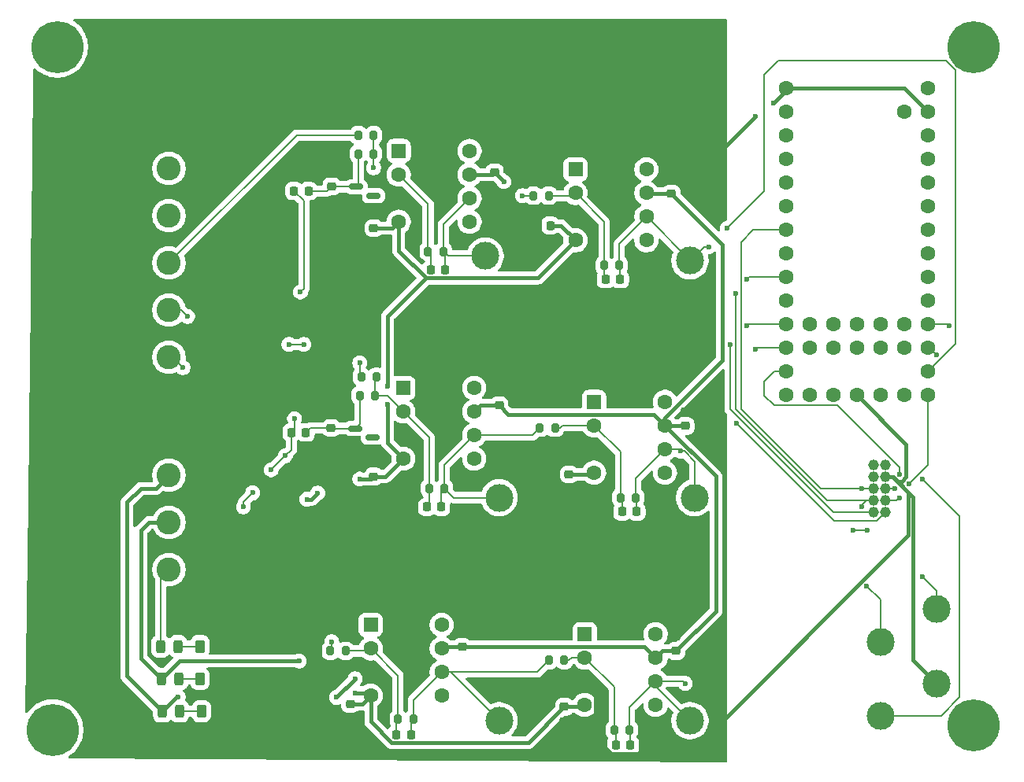
<source format=gbr>
%TF.GenerationSoftware,KiCad,Pcbnew,9.0.2*%
%TF.CreationDate,2025-07-17T13:41:35-04:00*%
%TF.ProjectId,Mirror+QC_Control,4d697272-6f72-42b5-9143-5f436f6e7472,rev?*%
%TF.SameCoordinates,Original*%
%TF.FileFunction,Copper,L1,Top*%
%TF.FilePolarity,Positive*%
%FSLAX46Y46*%
G04 Gerber Fmt 4.6, Leading zero omitted, Abs format (unit mm)*
G04 Created by KiCad (PCBNEW 9.0.2) date 2025-07-17 13:41:35*
%MOMM*%
%LPD*%
G01*
G04 APERTURE LIST*
G04 Aperture macros list*
%AMRoundRect*
0 Rectangle with rounded corners*
0 $1 Rounding radius*
0 $2 $3 $4 $5 $6 $7 $8 $9 X,Y pos of 4 corners*
0 Add a 4 corners polygon primitive as box body*
4,1,4,$2,$3,$4,$5,$6,$7,$8,$9,$2,$3,0*
0 Add four circle primitives for the rounded corners*
1,1,$1+$1,$2,$3*
1,1,$1+$1,$4,$5*
1,1,$1+$1,$6,$7*
1,1,$1+$1,$8,$9*
0 Add four rect primitives between the rounded corners*
20,1,$1+$1,$2,$3,$4,$5,0*
20,1,$1+$1,$4,$5,$6,$7,0*
20,1,$1+$1,$6,$7,$8,$9,0*
20,1,$1+$1,$8,$9,$2,$3,0*%
G04 Aperture macros list end*
%TA.AperFunction,ComponentPad*%
%ADD10C,1.168400*%
%TD*%
%TA.AperFunction,ComponentPad*%
%ADD11C,3.000000*%
%TD*%
%TA.AperFunction,ComponentPad*%
%ADD12C,1.600000*%
%TD*%
%TA.AperFunction,SMDPad,CuDef*%
%ADD13RoundRect,0.200000X-0.200000X-0.275000X0.200000X-0.275000X0.200000X0.275000X-0.200000X0.275000X0*%
%TD*%
%TA.AperFunction,ComponentPad*%
%ADD14RoundRect,0.250000X-1.050000X1.050000X-1.050000X-1.050000X1.050000X-1.050000X1.050000X1.050000X0*%
%TD*%
%TA.AperFunction,ComponentPad*%
%ADD15C,2.600000*%
%TD*%
%TA.AperFunction,SMDPad,CuDef*%
%ADD16RoundRect,0.225000X-0.250000X0.225000X-0.250000X-0.225000X0.250000X-0.225000X0.250000X0.225000X0*%
%TD*%
%TA.AperFunction,SMDPad,CuDef*%
%ADD17RoundRect,0.225000X0.250000X-0.225000X0.250000X0.225000X-0.250000X0.225000X-0.250000X-0.225000X0*%
%TD*%
%TA.AperFunction,SMDPad,CuDef*%
%ADD18RoundRect,0.225000X-0.225000X-0.250000X0.225000X-0.250000X0.225000X0.250000X-0.225000X0.250000X0*%
%TD*%
%TA.AperFunction,SMDPad,CuDef*%
%ADD19RoundRect,0.225000X0.225000X0.250000X-0.225000X0.250000X-0.225000X-0.250000X0.225000X-0.250000X0*%
%TD*%
%TA.AperFunction,SMDPad,CuDef*%
%ADD20RoundRect,0.150000X-0.587500X-0.150000X0.587500X-0.150000X0.587500X0.150000X-0.587500X0.150000X0*%
%TD*%
%TA.AperFunction,ComponentPad*%
%ADD21RoundRect,0.250000X-0.550000X-0.550000X0.550000X-0.550000X0.550000X0.550000X-0.550000X0.550000X0*%
%TD*%
%TA.AperFunction,ConnectorPad*%
%ADD22C,5.600000*%
%TD*%
%TA.AperFunction,ComponentPad*%
%ADD23C,3.600000*%
%TD*%
%TA.AperFunction,SMDPad,CuDef*%
%ADD24RoundRect,0.243750X0.243750X0.456250X-0.243750X0.456250X-0.243750X-0.456250X0.243750X-0.456250X0*%
%TD*%
%TA.AperFunction,SMDPad,CuDef*%
%ADD25RoundRect,0.250000X0.262500X0.450000X-0.262500X0.450000X-0.262500X-0.450000X0.262500X-0.450000X0*%
%TD*%
%TA.AperFunction,SMDPad,CuDef*%
%ADD26RoundRect,0.243750X-0.243750X-0.456250X0.243750X-0.456250X0.243750X0.456250X-0.243750X0.456250X0*%
%TD*%
%TA.AperFunction,SMDPad,CuDef*%
%ADD27RoundRect,0.250000X-0.262500X-0.450000X0.262500X-0.450000X0.262500X0.450000X-0.262500X0.450000X0*%
%TD*%
%TA.AperFunction,ViaPad*%
%ADD28C,0.600000*%
%TD*%
%TA.AperFunction,Conductor*%
%ADD29C,0.200000*%
%TD*%
%TA.AperFunction,Conductor*%
%ADD30C,0.381000*%
%TD*%
G04 APERTURE END LIST*
D10*
%TO.P,J4,10,10*%
%TO.N,/FCLK_Y*%
X133500000Y-78580000D03*
%TO.P,J4,9,9*%
%TO.N,/FCLK_X*%
X132230000Y-78580000D03*
%TO.P,J4,8,8*%
%TO.N,/SCLK*%
X133500000Y-77310000D03*
%TO.P,J4,7,7*%
%TO.N,/SYNC*%
X132230000Y-77310000D03*
%TO.P,J4,6,6*%
%TO.N,/DIN*%
X133500000Y-76040000D03*
%TO.P,J4,5,5*%
%TO.N,/EN*%
X132230000Y-76040000D03*
%TO.P,J4,4,4*%
%TO.N,GND*%
X133500000Y-74770000D03*
%TO.P,J4,3,3*%
%TO.N,+5V*%
X132230000Y-74770000D03*
%TO.P,J4,2,2*%
%TO.N,unconnected-(J4-Pad2)*%
X133500000Y-73500000D03*
%TO.P,J4,1,1*%
%TO.N,unconnected-(J4-Pad1)*%
X132230000Y-73500000D03*
%TD*%
D11*
%TO.P,YStage1,1,1*%
%TO.N,/y_stage1*%
X92000000Y-77000000D03*
%TD*%
%TO.P,YStage2,1,1*%
%TO.N,/y_stage2*%
X113000000Y-77000000D03*
%TD*%
%TO.P,XStage2,1,1*%
%TO.N,/x_stage2*%
X112500000Y-51500000D03*
%TD*%
%TO.P,XStage1,1,1*%
%TO.N,/x_stage1*%
X90500000Y-51000000D03*
%TD*%
%TO.P,TP_SYNC1,1,1*%
%TO.N,/SYNC*%
X133000000Y-92500000D03*
%TD*%
%TO.P,TP_EN1,1,1*%
%TO.N,/EN*%
X139000000Y-89000000D03*
%TD*%
%TO.P,TP_DIN1,1,1*%
%TO.N,/DIN*%
X133000000Y-100500000D03*
%TD*%
%TO.P,SumStage2,1,1*%
%TO.N,/sum_stage2*%
X112500000Y-101000000D03*
%TD*%
%TO.P,SumStage1,1,1*%
%TO.N,/sum_stage1*%
X92000000Y-101000000D03*
%TD*%
%TO.P,GND4,1,1*%
%TO.N,GND*%
X139000000Y-97000000D03*
%TD*%
%TO.P,GND3,1,1*%
%TO.N,GND*%
X97000000Y-89500000D03*
%TD*%
%TO.P,GND2,1,1*%
%TO.N,GND*%
X97500000Y-65000000D03*
%TD*%
%TO.P,GND1,1,1*%
%TO.N,GND*%
X97000000Y-38000000D03*
%TD*%
D12*
%TO.P,U7,17,GND*%
%TO.N,GND*%
X130420000Y-65980000D03*
%TO.P,U7,18,PROGRAM*%
%TO.N,unconnected-(U7-PROGRAM-Pad18)*%
X132960000Y-65980000D03*
%TO.P,U7,19,ON_OFF*%
%TO.N,unconnected-(U7-ON_OFF-Pad19)*%
X135500000Y-65980000D03*
%TO.P,U7,20,13_SCK_CRX1_LED*%
%TO.N,/SCLK*%
X138040000Y-65980000D03*
%TO.P,U7,16,3V3*%
%TO.N,unconnected-(U7-3V3-Pad16)*%
X127880000Y-65980000D03*
%TO.P,U7,15,VBAT*%
%TO.N,unconnected-(U7-VBAT-Pad15)*%
X125340000Y-65980000D03*
%TO.P,U7,14,12_MISO_MQSL*%
%TO.N,unconnected-(U7-12_MISO_MQSL-Pad14)*%
X122800000Y-65980000D03*
%TO.P,U7,21,14_A0_TX3_SPDIF_OUT*%
%TO.N,/x_stage2*%
X138040000Y-63440000D03*
%TO.P,U7,22,15_A1_RX3_SPDIF_IN*%
%TO.N,/y_stage2*%
X138040000Y-60900000D03*
%TO.P,U7,23,16_A2_RX4_SCL1*%
%TO.N,/sum_stage2*%
X138040000Y-58360000D03*
%TO.P,U7,24,17_A3_TX4_SDA1*%
%TO.N,unconnected-(U7-17_A3_TX4_SDA1-Pad24)*%
X138040000Y-55820000D03*
%TO.P,U7,25,18_A4_SDA0*%
%TO.N,unconnected-(U7-18_A4_SDA0-Pad25)*%
X138040000Y-53280000D03*
%TO.P,U7,26,19_A5_SCL0*%
%TO.N,unconnected-(U7-19_A5_SCL0-Pad26)*%
X138040000Y-50740000D03*
%TO.P,U7,27,20_A6_TX5_LRCLK1*%
%TO.N,unconnected-(U7-20_A6_TX5_LRCLK1-Pad27)*%
X138040000Y-48200000D03*
%TO.P,U7,28,21_A7_RX5_BCLK1*%
%TO.N,unconnected-(U7-21_A7_RX5_BCLK1-Pad28)*%
X138040000Y-45660000D03*
%TO.P,U7,29,22_A8_CTX1*%
%TO.N,unconnected-(U7-22_A8_CTX1-Pad29)*%
X138040000Y-43120000D03*
%TO.P,U7,30,23_A9_CRX1_MCLK1*%
%TO.N,unconnected-(U7-23_A9_CRX1_MCLK1-Pad30)*%
X138040000Y-40580000D03*
%TO.P,U7,31,3V3*%
%TO.N,unconnected-(U7-3V3-Pad31)*%
X138040000Y-38040000D03*
%TO.P,U7,32,GND*%
%TO.N,GND*%
X138040000Y-35500000D03*
%TO.P,U7,33,VIN*%
%TO.N,unconnected-(U7-VIN-Pad33)*%
X138040000Y-32960000D03*
%TO.P,U7,34,VUSB*%
%TO.N,unconnected-(U7-VUSB-Pad34)*%
X135500000Y-35500000D03*
%TO.P,U7,13,11_MOSI_CTX1*%
%TO.N,/DIN*%
X122800000Y-63440000D03*
%TO.P,U7,12,10_CS_MQSR*%
%TO.N,/FCLK_Y*%
X122800000Y-60900000D03*
%TO.P,U7,11,9_OUT1C*%
%TO.N,/FCLK_X*%
X122800000Y-58360000D03*
%TO.P,U7,10,8_TX2_IN1*%
%TO.N,unconnected-(U7-8_TX2_IN1-Pad10)*%
X122800000Y-55820000D03*
%TO.P,U7,9,7_RX2_OUT1A*%
%TO.N,/SYNC*%
X122800000Y-53280000D03*
%TO.P,U7,8,6_OUT1D*%
%TO.N,unconnected-(U7-6_OUT1D-Pad8)*%
X122800000Y-50740000D03*
%TO.P,U7,7,5_IN2*%
%TO.N,/EN*%
X122800000Y-48200000D03*
%TO.P,U7,6,4_BCLK2*%
%TO.N,unconnected-(U7-4_BCLK2-Pad6)*%
X122800000Y-45660000D03*
%TO.P,U7,5,3_LRCLK2*%
%TO.N,unconnected-(U7-3_LRCLK2-Pad5)*%
X122800000Y-43120000D03*
%TO.P,U7,4,2_OUT2*%
%TO.N,unconnected-(U7-2_OUT2-Pad4)*%
X122800000Y-40580000D03*
%TO.P,U7,3,1_TX1_CTX2_MISO1*%
%TO.N,unconnected-(U7-1_TX1_CTX2_MISO1-Pad3)*%
X122800000Y-38040000D03*
%TO.P,U7,2,0_RX1_CRX2_CS1*%
%TO.N,unconnected-(U7-0_RX1_CRX2_CS1-Pad2)*%
X122800000Y-35500000D03*
%TO.P,U7,1,GND*%
%TO.N,GND*%
X122800000Y-32960000D03*
%TO.P,U7,35,24_A10_TX6_SCL2*%
%TO.N,unconnected-(U7-24_A10_TX6_SCL2-Pad35)*%
X135500000Y-60900000D03*
%TO.P,U7,36,25_A11_RX6_SDA2*%
%TO.N,unconnected-(U7-25_A11_RX6_SDA2-Pad36)*%
X135500000Y-58360000D03*
%TO.P,U7,37,26_A12_MOSI1*%
%TO.N,unconnected-(U7-26_A12_MOSI1-Pad37)*%
X132960000Y-60900000D03*
%TO.P,U7,38,27_A13_SCK1*%
%TO.N,unconnected-(U7-27_A13_SCK1-Pad38)*%
X132960000Y-58360000D03*
%TO.P,U7,39,28_RX7*%
%TO.N,unconnected-(U7-28_RX7-Pad39)*%
X130420000Y-60900000D03*
%TO.P,U7,40,29_TX7*%
%TO.N,unconnected-(U7-29_TX7-Pad40)*%
X130420000Y-58360000D03*
%TO.P,U7,41,30_CRX3*%
%TO.N,unconnected-(U7-30_CRX3-Pad41)*%
X127880000Y-60900000D03*
%TO.P,U7,42,31_CTX3*%
%TO.N,unconnected-(U7-31_CTX3-Pad42)*%
X127880000Y-58360000D03*
%TO.P,U7,43,32_OUT1B*%
%TO.N,unconnected-(U7-32_OUT1B-Pad43)*%
X125340000Y-60900000D03*
%TO.P,U7,44,33_MCLK2*%
%TO.N,unconnected-(U7-33_MCLK2-Pad44)*%
X125340000Y-58360000D03*
%TD*%
D13*
%TO.P,R1,1*%
%TO.N,/x+*%
X76850000Y-38000000D03*
%TO.P,R1,2*%
%TO.N,Net-(U10--)*%
X78500000Y-38000000D03*
%TD*%
D14*
%TO.P,J3,1,Pin_1*%
%TO.N,GND*%
X56500000Y-36500000D03*
D15*
%TO.P,J3,2,Pin_2*%
%TO.N,+15V*%
X56500000Y-41580000D03*
%TO.P,J3,3,Pin_3*%
%TO.N,-15V*%
X56500000Y-46660000D03*
%TO.P,J3,4,Pin_4*%
%TO.N,/x+*%
X56500000Y-51740000D03*
%TO.P,J3,5,Pin_5*%
%TO.N,/y+*%
X56500000Y-56820000D03*
%TO.P,J3,6,Pin_6*%
%TO.N,/sum*%
X56500000Y-61900000D03*
%TD*%
D16*
%TO.P,C11,2*%
%TO.N,GND*%
X99500000Y-76060000D03*
%TO.P,C11,1*%
%TO.N,-15V*%
X99500000Y-74500000D03*
%TD*%
D17*
%TO.P,C19,2*%
%TO.N,GND*%
X111000000Y-91940000D03*
%TO.P,C19,1*%
%TO.N,+15V*%
X111000000Y-93500000D03*
%TD*%
D13*
%TO.P,R16,2*%
%TO.N,/sum_stage2*%
X106000000Y-102000000D03*
%TO.P,R16,1*%
%TO.N,Net-(U6--)*%
X104350000Y-102000000D03*
%TD*%
%TO.P,R4,2*%
%TO.N,/sum_stage1*%
X82775000Y-100846250D03*
%TO.P,R4,1*%
%TO.N,Net-(U5--)*%
X81125000Y-100846250D03*
%TD*%
D18*
%TO.P,R20,2*%
%TO.N,Net-(U8-K)*%
X71212500Y-70000000D03*
%TO.P,R20,1*%
%TO.N,+5V*%
X69662500Y-70000000D03*
%TD*%
D13*
%TO.P,R8,2*%
%TO.N,Net-(U1--)*%
X78650000Y-66000000D03*
%TO.P,R8,1*%
%TO.N,Net-(U8-K)*%
X77000000Y-66000000D03*
%TD*%
%TO.P,R7,2*%
%TO.N,Net-(U1--)*%
X78825000Y-64000000D03*
%TO.P,R7,1*%
%TO.N,/y+*%
X77175000Y-64000000D03*
%TD*%
D19*
%TO.P,C2,2*%
%TO.N,Net-(U1--)*%
X84225000Y-78000000D03*
%TO.P,C2,1*%
%TO.N,/y_stage1*%
X85775000Y-78000000D03*
%TD*%
D13*
%TO.P,R3,2*%
%TO.N,Net-(U10--)*%
X78500000Y-40000000D03*
%TO.P,R3,1*%
%TO.N,Net-(U2-K)*%
X76850000Y-40000000D03*
%TD*%
D20*
%TO.P,U2,1,K*%
%TO.N,Net-(U2-K)*%
X76625000Y-43550000D03*
%TO.P,U2,2,A*%
%TO.N,GND*%
X76625000Y-45450000D03*
%TO.P,U2,3,NC*%
%TO.N,unconnected-(U2-NC-Pad3)*%
X78500000Y-44500000D03*
%TD*%
D18*
%TO.P,R18,2*%
%TO.N,Net-(U2-K)*%
X71500000Y-44000000D03*
%TO.P,R18,1*%
%TO.N,+5V*%
X69950000Y-44000000D03*
%TD*%
D16*
%TO.P,R19,2*%
%TO.N,GND*%
X74000000Y-45050000D03*
%TO.P,R19,1*%
%TO.N,Net-(U2-K)*%
X74000000Y-43500000D03*
%TD*%
%TO.P,C5,2*%
%TO.N,GND*%
X78500000Y-49560000D03*
%TO.P,C5,1*%
%TO.N,-15V*%
X78500000Y-48000000D03*
%TD*%
D13*
%TO.P,R2,2*%
%TO.N,/x_stage1*%
X86000000Y-50500000D03*
%TO.P,R2,1*%
%TO.N,Net-(U10--)*%
X84350000Y-50500000D03*
%TD*%
D18*
%TO.P,C1,2*%
%TO.N,/x_stage1*%
X86175000Y-52500000D03*
%TO.P,C1,1*%
%TO.N,Net-(U10--)*%
X84625000Y-52500000D03*
%TD*%
D21*
%TO.P,U11,1,BAL*%
%TO.N,unconnected-(U11-BAL-Pad1)*%
X100195000Y-41690000D03*
D12*
%TO.P,U11,2,-*%
%TO.N,Net-(U11--)*%
X100195000Y-44230000D03*
%TO.P,U11,3,+*%
%TO.N,GND*%
X100195000Y-46770000D03*
%TO.P,U11,4,V-*%
%TO.N,-15V*%
X100195000Y-49310000D03*
%TO.P,U11,5,COMP*%
%TO.N,unconnected-(U11-COMP-Pad5)*%
X107815000Y-49310000D03*
%TO.P,U11,6*%
%TO.N,/x_stage2*%
X107815000Y-46770000D03*
%TO.P,U11,7,V+*%
%TO.N,+15V*%
X107815000Y-44230000D03*
%TO.P,U11,8,C/B*%
%TO.N,unconnected-(U11-C{slash}B-Pad8)*%
X107815000Y-41690000D03*
%TD*%
D21*
%TO.P,U10,1,BAL*%
%TO.N,unconnected-(U10-BAL-Pad1)*%
X81195000Y-39690000D03*
D12*
%TO.P,U10,2,-*%
%TO.N,Net-(U10--)*%
X81195000Y-42230000D03*
%TO.P,U10,3,+*%
%TO.N,GND*%
X81195000Y-44770000D03*
%TO.P,U10,4,V-*%
%TO.N,-15V*%
X81195000Y-47310000D03*
%TO.P,U10,5,COMP*%
%TO.N,unconnected-(U10-COMP-Pad5)*%
X88815000Y-47310000D03*
%TO.P,U10,6*%
%TO.N,/x_stage1*%
X88815000Y-44770000D03*
%TO.P,U10,7,V+*%
%TO.N,+15V*%
X88815000Y-42230000D03*
%TO.P,U10,8,C/B*%
%TO.N,unconnected-(U10-C{slash}B-Pad8)*%
X88815000Y-39690000D03*
%TD*%
D21*
%TO.P,U6,1,BAL*%
%TO.N,unconnected-(U6-BAL-Pad1)*%
X101195000Y-91690000D03*
D12*
%TO.P,U6,2,-*%
%TO.N,Net-(U6--)*%
X101195000Y-94230000D03*
%TO.P,U6,3,+*%
%TO.N,GND*%
X101195000Y-96770000D03*
%TO.P,U6,4,V-*%
%TO.N,-15V*%
X101195000Y-99310000D03*
%TO.P,U6,5,COMP*%
%TO.N,unconnected-(U6-COMP-Pad5)*%
X108815000Y-99310000D03*
%TO.P,U6,6*%
%TO.N,/sum_stage2*%
X108815000Y-96770000D03*
%TO.P,U6,7,V+*%
%TO.N,+15V*%
X108815000Y-94230000D03*
%TO.P,U6,8,C/B*%
%TO.N,unconnected-(U6-C{slash}B-Pad8)*%
X108815000Y-91690000D03*
%TD*%
D21*
%TO.P,U5,1,BAL*%
%TO.N,unconnected-(U5-BAL-Pad1)*%
X78195000Y-90690000D03*
D12*
%TO.P,U5,2,-*%
%TO.N,Net-(U5--)*%
X78195000Y-93230000D03*
%TO.P,U5,3,+*%
%TO.N,GND*%
X78195000Y-95770000D03*
%TO.P,U5,4,V-*%
%TO.N,-15V*%
X78195000Y-98310000D03*
%TO.P,U5,5,COMP*%
%TO.N,unconnected-(U5-COMP-Pad5)*%
X85815000Y-98310000D03*
%TO.P,U5,6*%
%TO.N,/sum_stage1*%
X85815000Y-95770000D03*
%TO.P,U5,7,V+*%
%TO.N,+15V*%
X85815000Y-93230000D03*
%TO.P,U5,8,C/B*%
%TO.N,unconnected-(U5-C{slash}B-Pad8)*%
X85815000Y-90690000D03*
%TD*%
D21*
%TO.P,U3,1,BAL*%
%TO.N,unconnected-(U3-BAL-Pad1)*%
X102195000Y-66690000D03*
D12*
%TO.P,U3,2,-*%
%TO.N,Net-(U3--)*%
X102195000Y-69230000D03*
%TO.P,U3,3,+*%
%TO.N,GND*%
X102195000Y-71770000D03*
%TO.P,U3,4,V-*%
%TO.N,-15V*%
X102195000Y-74310000D03*
%TO.P,U3,5,COMP*%
%TO.N,unconnected-(U3-COMP-Pad5)*%
X109815000Y-74310000D03*
%TO.P,U3,6*%
%TO.N,/y_stage2*%
X109815000Y-71770000D03*
%TO.P,U3,7,V+*%
%TO.N,+15V*%
X109815000Y-69230000D03*
%TO.P,U3,8,C/B*%
%TO.N,unconnected-(U3-C{slash}B-Pad8)*%
X109815000Y-66690000D03*
%TD*%
D21*
%TO.P,U1,1,BAL*%
%TO.N,unconnected-(U1-BAL-Pad1)*%
X81695000Y-65190000D03*
D12*
%TO.P,U1,2,-*%
%TO.N,Net-(U1--)*%
X81695000Y-67730000D03*
%TO.P,U1,3,+*%
%TO.N,GND*%
X81695000Y-70270000D03*
%TO.P,U1,4,V-*%
%TO.N,-15V*%
X81695000Y-72810000D03*
%TO.P,U1,5,COMP*%
%TO.N,unconnected-(U1-COMP-Pad5)*%
X89315000Y-72810000D03*
%TO.P,U1,6*%
%TO.N,/y_stage1*%
X89315000Y-70270000D03*
%TO.P,U1,7,V+*%
%TO.N,+15V*%
X89315000Y-67730000D03*
%TO.P,U1,8,C/B*%
%TO.N,unconnected-(U1-C{slash}B-Pad8)*%
X89315000Y-65190000D03*
%TD*%
D22*
%TO.P,H1,1*%
%TO.N,N/C*%
X44500000Y-28500000D03*
D23*
X44500000Y-28500000D03*
%TD*%
%TO.P,H2,1*%
%TO.N,N/C*%
X44000000Y-102000000D03*
D22*
X44000000Y-102000000D03*
%TD*%
D23*
%TO.P,H3,1*%
%TO.N,N/C*%
X143000000Y-28500000D03*
D22*
X143000000Y-28500000D03*
%TD*%
%TO.P,H4,1*%
%TO.N,N/C*%
X143000000Y-101500000D03*
D23*
X143000000Y-101500000D03*
%TD*%
D13*
%TO.P,R11,2*%
%TO.N,/y_stage2*%
X106692500Y-77000000D03*
%TO.P,R11,1*%
%TO.N,Net-(U3--)*%
X105042500Y-77000000D03*
%TD*%
D18*
%TO.P,C21,1*%
%TO.N,Net-(U6--)*%
X104527500Y-103653750D03*
%TO.P,C21,2*%
%TO.N,/sum_stage2*%
X106087500Y-103653750D03*
%TD*%
%TO.P,C20,1*%
%TO.N,Net-(U3--)*%
X105220000Y-78500000D03*
%TO.P,C20,2*%
%TO.N,/y_stage2*%
X106780000Y-78500000D03*
%TD*%
%TO.P,C16,1*%
%TO.N,Net-(U5--)*%
X80940000Y-102500000D03*
%TO.P,C16,2*%
%TO.N,/sum_stage1*%
X82500000Y-102500000D03*
%TD*%
%TO.P,C15,1*%
%TO.N,Net-(U11--)*%
X103440000Y-53500000D03*
%TO.P,C15,2*%
%TO.N,/x_stage2*%
X105000000Y-53500000D03*
%TD*%
D16*
%TO.P,C14,1*%
%TO.N,-15V*%
X76000000Y-99220000D03*
%TO.P,C14,2*%
%TO.N,GND*%
X76000000Y-100780000D03*
%TD*%
%TO.P,C13,1*%
%TO.N,-15V*%
X99000000Y-99500000D03*
%TO.P,C13,2*%
%TO.N,GND*%
X99000000Y-101060000D03*
%TD*%
%TO.P,C12,1*%
%TO.N,GND*%
X88000000Y-91500000D03*
%TO.P,C12,2*%
%TO.N,+15V*%
X88000000Y-93060000D03*
%TD*%
D17*
%TO.P,C10,1*%
%TO.N,+15V*%
X110500000Y-44280000D03*
%TO.P,C10,2*%
%TO.N,GND*%
X110500000Y-42720000D03*
%TD*%
D16*
%TO.P,C9,1*%
%TO.N,-15V*%
X78500000Y-74720000D03*
%TO.P,C9,2*%
%TO.N,GND*%
X78500000Y-76280000D03*
%TD*%
D17*
%TO.P,C8,1*%
%TO.N,+15V*%
X112000000Y-69280000D03*
%TO.P,C8,2*%
%TO.N,GND*%
X112000000Y-67720000D03*
%TD*%
D16*
%TO.P,C7,1*%
%TO.N,GND*%
X92000000Y-65500000D03*
%TO.P,C7,2*%
%TO.N,+15V*%
X92000000Y-67060000D03*
%TD*%
D19*
%TO.P,C6,1*%
%TO.N,-15V*%
X97500000Y-47720000D03*
%TO.P,C6,2*%
%TO.N,GND*%
X95940000Y-47720000D03*
%TD*%
D17*
%TO.P,C4,1*%
%TO.N,+15V*%
X91500000Y-42000000D03*
%TO.P,C4,2*%
%TO.N,GND*%
X91500000Y-40440000D03*
%TD*%
D16*
%TO.P,R21,1*%
%TO.N,Net-(U8-K)*%
X73937500Y-69500000D03*
%TO.P,R21,2*%
%TO.N,GND*%
X73937500Y-71050000D03*
%TD*%
D13*
%TO.P,R15,1*%
%TO.N,/sum_stage1*%
X97350000Y-94500000D03*
%TO.P,R15,2*%
%TO.N,Net-(U6--)*%
X99000000Y-94500000D03*
%TD*%
%TO.P,R12,1*%
%TO.N,/sum*%
X73850000Y-93500000D03*
%TO.P,R12,2*%
%TO.N,Net-(U5--)*%
X75500000Y-93500000D03*
%TD*%
%TO.P,R10,1*%
%TO.N,/y_stage1*%
X96350000Y-69500000D03*
%TO.P,R10,2*%
%TO.N,Net-(U3--)*%
X98000000Y-69500000D03*
%TD*%
%TO.P,R9,1*%
%TO.N,Net-(U1--)*%
X84450000Y-76000000D03*
%TO.P,R9,2*%
%TO.N,/y_stage1*%
X86100000Y-76000000D03*
%TD*%
%TO.P,R6,1*%
%TO.N,Net-(U11--)*%
X103262500Y-52000000D03*
%TO.P,R6,2*%
%TO.N,/x_stage2*%
X104912500Y-52000000D03*
%TD*%
%TO.P,R5,1*%
%TO.N,/x_stage1*%
X95675000Y-44500000D03*
%TO.P,R5,2*%
%TO.N,Net-(U11--)*%
X97325000Y-44500000D03*
%TD*%
D24*
%TO.P,D1,2,A*%
%TO.N,+15V*%
X55787500Y-100000000D03*
%TO.P,D1,1,K*%
%TO.N,Net-(D1-K)*%
X57662500Y-100000000D03*
%TD*%
D25*
%TO.P,R13,2*%
%TO.N,Net-(D1-K)*%
X60000000Y-100000000D03*
%TO.P,R13,1*%
%TO.N,GND*%
X61825000Y-100000000D03*
%TD*%
D20*
%TO.P,U8,1,K*%
%TO.N,Net-(U8-K)*%
X76500000Y-69550000D03*
%TO.P,U8,2,A*%
%TO.N,GND*%
X76500000Y-71450000D03*
%TO.P,U8,3,NC*%
%TO.N,unconnected-(U8-NC-Pad3)*%
X78375000Y-70500000D03*
%TD*%
D26*
%TO.P,D2,2,A*%
%TO.N,Net-(D2-A)*%
X57600000Y-96500000D03*
%TO.P,D2,1,K*%
%TO.N,-15V*%
X55725000Y-96500000D03*
%TD*%
D27*
%TO.P,R17,1*%
%TO.N,Net-(D3-K)*%
X59837500Y-93000000D03*
%TO.P,R17,2*%
%TO.N,GND*%
X61662500Y-93000000D03*
%TD*%
%TO.P,R14,1*%
%TO.N,Net-(D2-A)*%
X59837500Y-96500000D03*
%TO.P,R14,2*%
%TO.N,GND*%
X61662500Y-96500000D03*
%TD*%
D24*
%TO.P,D3,1,K*%
%TO.N,Net-(D3-K)*%
X57475000Y-93000000D03*
%TO.P,D3,2,A*%
%TO.N,+5V*%
X55600000Y-93000000D03*
%TD*%
D14*
%TO.P,J2,1,Pin_1*%
%TO.N,GND*%
X56500000Y-69500000D03*
D15*
%TO.P,J2,2,Pin_2*%
%TO.N,+15V*%
X56500000Y-74580000D03*
%TO.P,J2,3,Pin_3*%
%TO.N,-15V*%
X56500000Y-79660000D03*
%TO.P,J2,4,Pin_4*%
%TO.N,+5V*%
X56500000Y-84740000D03*
%TD*%
D28*
%TO.N,+5V*%
X69000000Y-72500000D03*
X67500000Y-74000000D03*
X65500000Y-76483765D03*
X64500000Y-78000000D03*
%TO.N,-15V*%
X77000000Y-75000000D03*
X71325735Y-77174265D03*
X72500000Y-76500000D03*
%TO.N,/sum*%
X74000000Y-92500000D03*
X58000000Y-63000000D03*
%TO.N,/y+*%
X77000000Y-62500000D03*
X69400000Y-60500000D03*
X71000000Y-60500000D03*
X58500000Y-57500000D03*
%TO.N,+5V*%
X70000000Y-68500000D03*
%TO.N,/x_stage1*%
X94500000Y-44500000D03*
%TO.N,+15V*%
X92500000Y-43000000D03*
%TO.N,Net-(U10--)*%
X78500000Y-41500000D03*
%TO.N,+15V*%
X57500000Y-98500000D03*
X74500000Y-98500000D03*
%TO.N,GND*%
X121500000Y-34500000D03*
X119500000Y-36000000D03*
%TO.N,-15V*%
X76500000Y-98000000D03*
X70500000Y-94578500D03*
%TO.N,+15V*%
X76500000Y-96500000D03*
%TO.N,/sum_stage2*%
X112000000Y-97000000D03*
X140400000Y-58500000D03*
%TO.N,/y_stage2*%
X138973605Y-61657866D03*
X111500000Y-72000000D03*
%TO.N,/x_stage2*%
X116500000Y-48000000D03*
X114500000Y-50000000D03*
%TO.N,/DIN*%
X137500000Y-75000000D03*
%TO.N,/EN*%
X130000000Y-80500000D03*
X137500000Y-85500000D03*
X131600000Y-80500000D03*
X131000000Y-76040000D03*
%TO.N,/SYNC*%
X131000000Y-77980000D03*
X131505040Y-86505040D03*
%TO.N,/FCLK_Y*%
X117500000Y-69000000D03*
X119500000Y-61000000D03*
%TO.N,/SCLK*%
X136016349Y-75483651D03*
X135000000Y-77000000D03*
%TO.N,/DIN*%
X135016349Y-74483651D03*
X134500000Y-76000000D03*
%TO.N,/FCLK_X*%
X116800000Y-60500000D03*
X118600000Y-58500000D03*
%TO.N,/SYNC*%
X118600000Y-53500000D03*
X117400000Y-55000000D03*
%TO.N,+5V*%
X70634265Y-54865735D03*
%TO.N,-15V*%
X80000000Y-65000000D03*
X80000000Y-67000000D03*
%TD*%
D29*
%TO.N,/y_stage1*%
X86100000Y-76000000D02*
X87100000Y-77000000D01*
X87100000Y-77000000D02*
X92000000Y-77000000D01*
%TO.N,/sum_stage2*%
X112500000Y-101000000D02*
X108815000Y-97315000D01*
X108815000Y-97315000D02*
X108815000Y-96770000D01*
%TO.N,/y_stage2*%
X113000000Y-77000000D02*
X113000000Y-73110086D01*
X113000000Y-73110086D02*
X111889914Y-72000000D01*
X111889914Y-72000000D02*
X111500000Y-72000000D01*
D30*
%TO.N,GND*%
X136500000Y-76943817D02*
X136500000Y-94500000D01*
X139000000Y-97000000D02*
X136500000Y-94500000D01*
D29*
%TO.N,/DIN*%
X133000000Y-100500000D02*
X139500000Y-100500000D01*
X139500000Y-100500000D02*
X141500000Y-98500000D01*
X141500000Y-98500000D02*
X141500000Y-79000000D01*
X141500000Y-79000000D02*
X137500000Y-75000000D01*
%TO.N,/EN*%
X137500000Y-85500000D02*
X139000000Y-87000000D01*
X139000000Y-87000000D02*
X139000000Y-89000000D01*
D30*
%TO.N,GND*%
X134326183Y-74770000D02*
X136500000Y-76943817D01*
D29*
%TO.N,+5V*%
X67500000Y-74000000D02*
X69000000Y-72500000D01*
X69662500Y-71837500D02*
X69662500Y-70000000D01*
X69000000Y-72500000D02*
X69662500Y-71837500D01*
X64500000Y-78000000D02*
X64500000Y-77483765D01*
X64500000Y-77483765D02*
X65500000Y-76483765D01*
D30*
%TO.N,-15V*%
X71325735Y-77174265D02*
X71825735Y-77174265D01*
X71825735Y-77174265D02*
X72500000Y-76500000D01*
X77000000Y-75000000D02*
X78220000Y-75000000D01*
X78220000Y-75000000D02*
X78500000Y-74720000D01*
D29*
%TO.N,+5V*%
X55600000Y-93000000D02*
X55600000Y-85640000D01*
X55600000Y-85640000D02*
X56500000Y-84740000D01*
D30*
%TO.N,-15V*%
X53500000Y-94275000D02*
X53500000Y-80500000D01*
X53500000Y-80500000D02*
X54340000Y-79660000D01*
X54340000Y-79660000D02*
X56500000Y-79660000D01*
X55725000Y-96500000D02*
X53500000Y-94275000D01*
%TO.N,+15V*%
X52000000Y-77500000D02*
X53500000Y-76000000D01*
X55787500Y-100000000D02*
X52000000Y-96212500D01*
X52000000Y-96212500D02*
X52000000Y-77500000D01*
X53500000Y-76000000D02*
X55080000Y-76000000D01*
X55080000Y-76000000D02*
X56500000Y-74580000D01*
D29*
%TO.N,/sum*%
X56500000Y-61900000D02*
X56900000Y-61900000D01*
X74000000Y-92500000D02*
X74000000Y-93350000D01*
X56900000Y-61900000D02*
X58000000Y-63000000D01*
X74000000Y-93350000D02*
X73850000Y-93500000D01*
%TO.N,/y+*%
X69400000Y-60500000D02*
X71000000Y-60500000D01*
X57820000Y-56820000D02*
X58500000Y-57500000D01*
X56500000Y-56820000D02*
X57820000Y-56820000D01*
X77000000Y-62500000D02*
X77000000Y-63825000D01*
X77000000Y-63825000D02*
X77175000Y-64000000D01*
%TO.N,+5V*%
X70000000Y-68500000D02*
X70000000Y-69662500D01*
X70000000Y-69662500D02*
X69662500Y-70000000D01*
%TO.N,/x+*%
X56500000Y-51740000D02*
X70240000Y-38000000D01*
X70240000Y-38000000D02*
X76850000Y-38000000D01*
%TO.N,Net-(D3-K)*%
X57475000Y-93000000D02*
X59837500Y-93000000D01*
%TO.N,Net-(D2-A)*%
X57600000Y-96500000D02*
X59837500Y-96500000D01*
%TO.N,Net-(D1-K)*%
X57662500Y-100000000D02*
X60000000Y-100000000D01*
%TO.N,Net-(U6--)*%
X99000000Y-94500000D02*
X99500000Y-94500000D01*
X99500000Y-94500000D02*
X99770000Y-94230000D01*
X99770000Y-94230000D02*
X101195000Y-94230000D01*
D30*
%TO.N,GND*%
X134326183Y-74770000D02*
X134528092Y-74971908D01*
X130420000Y-65980000D02*
X135707849Y-71267849D01*
X135707849Y-71267849D02*
X135707849Y-74770080D01*
X135707849Y-74770080D02*
X135256020Y-75221909D01*
X135256020Y-75221909D02*
X134778093Y-75221909D01*
X134778093Y-75221909D02*
X134528092Y-74971908D01*
D29*
%TO.N,/x_stage1*%
X94500000Y-44500000D02*
X95675000Y-44500000D01*
%TO.N,Net-(U10--)*%
X78500000Y-40000000D02*
X78500000Y-41500000D01*
D30*
%TO.N,+15V*%
X57287500Y-98500000D02*
X55787500Y-100000000D01*
X57500000Y-98500000D02*
X57287500Y-98500000D01*
%TO.N,-15V*%
X70500000Y-94578500D02*
X57646500Y-94578500D01*
X57646500Y-94578500D02*
X55725000Y-96500000D01*
%TO.N,+5V*%
X56500000Y-84740000D02*
X56760000Y-84740000D01*
%TO.N,GND*%
X122800000Y-32960000D02*
X122800000Y-33200000D01*
X119500000Y-36000000D02*
X112780000Y-42720000D01*
X122800000Y-33200000D02*
X121500000Y-34500000D01*
X112780000Y-42720000D02*
X110500000Y-42720000D01*
X122800000Y-32960000D02*
X135500000Y-32960000D01*
X135500000Y-32960000D02*
X138040000Y-35500000D01*
%TO.N,-15V*%
X77885000Y-98000000D02*
X78195000Y-98310000D01*
X76500000Y-98000000D02*
X77885000Y-98000000D01*
%TO.N,+15V*%
X85545000Y-93500000D02*
X85815000Y-93230000D01*
X74500000Y-98500000D02*
X76500000Y-96500000D01*
D29*
%TO.N,/sum_stage2*%
X138040000Y-58360000D02*
X140260000Y-58360000D01*
X140260000Y-58360000D02*
X140400000Y-58500000D01*
X111770000Y-96770000D02*
X108815000Y-96770000D01*
X112000000Y-97000000D02*
X111770000Y-96770000D01*
%TO.N,/y_stage2*%
X138973605Y-61657866D02*
X138631474Y-61315735D01*
X138631474Y-61315735D02*
X138455735Y-61315735D01*
X138455735Y-61315735D02*
X138040000Y-60900000D01*
X109815000Y-71770000D02*
X111270000Y-71770000D01*
X111270000Y-71770000D02*
X111500000Y-72000000D01*
%TO.N,/x_stage2*%
X114000000Y-50000000D02*
X114500000Y-50000000D01*
X141000000Y-60480000D02*
X138040000Y-63440000D01*
X120500000Y-44000000D02*
X120500000Y-31500000D01*
X116500000Y-48000000D02*
X120500000Y-44000000D01*
X120500000Y-31500000D02*
X122000000Y-30000000D01*
X140000000Y-30000000D02*
X141000000Y-31000000D01*
X112500000Y-51500000D02*
X114000000Y-50000000D01*
X122000000Y-30000000D02*
X140000000Y-30000000D01*
X141000000Y-31000000D02*
X141000000Y-60480000D01*
%TO.N,/EN*%
X131600000Y-80500000D02*
X130000000Y-80500000D01*
X132230000Y-76040000D02*
X131000000Y-76040000D01*
%TO.N,/SYNC*%
X133000000Y-92500000D02*
X133000000Y-88000000D01*
X131000000Y-77810000D02*
X131500000Y-77310000D01*
X132230000Y-77310000D02*
X131500000Y-77310000D01*
X133000000Y-88000000D02*
X131505040Y-86505040D01*
X131000000Y-77980000D02*
X131000000Y-77810000D01*
%TO.N,/EN*%
X131000000Y-76040000D02*
X126540000Y-76040000D01*
X126540000Y-76040000D02*
X118000000Y-67500000D01*
X118000000Y-49500000D02*
X119300000Y-48200000D01*
X119300000Y-48200000D02*
X122800000Y-48200000D01*
X118000000Y-67500000D02*
X118000000Y-49500000D01*
%TO.N,/FCLK_Y*%
X133500000Y-78580000D02*
X132614800Y-79465200D01*
X127965200Y-79465200D02*
X117500000Y-69000000D01*
X119600000Y-60900000D02*
X122800000Y-60900000D01*
X132614800Y-79465200D02*
X127965200Y-79465200D01*
X119500000Y-61000000D02*
X119600000Y-60900000D01*
%TO.N,/SCLK*%
X138040000Y-73460000D02*
X138040000Y-65980000D01*
X134690000Y-77310000D02*
X135000000Y-77000000D01*
X133500000Y-77310000D02*
X134690000Y-77310000D01*
X136016349Y-75483651D02*
X138040000Y-73460000D01*
%TO.N,/DIN*%
X134460000Y-76040000D02*
X134500000Y-76000000D01*
X133500000Y-76040000D02*
X134460000Y-76040000D01*
D30*
%TO.N,GND*%
X136000000Y-81033564D02*
X112513314Y-104520250D01*
X136000000Y-76443817D02*
X136000000Y-81033564D01*
X104020250Y-104520250D02*
X102386500Y-102886500D01*
X134528092Y-74971908D02*
X136000000Y-76443817D01*
X112513314Y-104520250D02*
X104020250Y-104520250D01*
X102386500Y-102886500D02*
X102386500Y-97961500D01*
X102386500Y-97961500D02*
X101195000Y-96770000D01*
D29*
%TO.N,/FCLK_X*%
X132230000Y-78580000D02*
X127945800Y-78580000D01*
X127945800Y-78580000D02*
X116800000Y-67434200D01*
X116800000Y-67434200D02*
X116800000Y-60500000D01*
X118600000Y-58500000D02*
X118740000Y-58360000D01*
X118740000Y-58360000D02*
X122800000Y-58360000D01*
%TO.N,/SYNC*%
X118820000Y-53280000D02*
X122800000Y-53280000D01*
X131500000Y-77310000D02*
X127242900Y-77310000D01*
X127242900Y-77310000D02*
X117400000Y-67467100D01*
X117400000Y-67467100D02*
X117400000Y-55000000D01*
X118600000Y-53500000D02*
X118820000Y-53280000D01*
D30*
%TO.N,GND*%
X133500000Y-74770000D02*
X134326183Y-74770000D01*
%TO.N,+15V*%
X110500000Y-44280000D02*
X116000000Y-49780000D01*
X116000000Y-49780000D02*
X116000000Y-62190036D01*
X116000000Y-62190036D02*
X109815000Y-68375036D01*
X109815000Y-68375036D02*
X109815000Y-69230000D01*
X92978500Y-68038500D02*
X108623500Y-68038500D01*
X109815000Y-69230000D02*
X115291500Y-74706500D01*
X115291500Y-74706500D02*
X115291500Y-89208500D01*
X115291500Y-89208500D02*
X111000000Y-93500000D01*
X88000000Y-93060000D02*
X88021500Y-93038500D01*
X88021500Y-93038500D02*
X107623500Y-93038500D01*
X107623500Y-93038500D02*
X108815000Y-94230000D01*
%TO.N,-15V*%
X78195000Y-98310000D02*
X78195000Y-101108098D01*
X78195000Y-101108098D02*
X80453402Y-103366500D01*
X80453402Y-103366500D02*
X95133500Y-103366500D01*
X95133500Y-103366500D02*
X99000000Y-99500000D01*
D29*
%TO.N,+5V*%
X71000000Y-54500000D02*
X71000000Y-45050000D01*
X70634265Y-54865735D02*
X71000000Y-54500000D01*
X71000000Y-45050000D02*
X69950000Y-44000000D01*
D30*
%TO.N,+15V*%
X111000000Y-93500000D02*
X109545000Y-93500000D01*
X109545000Y-93500000D02*
X108815000Y-94230000D01*
D29*
%TO.N,/sum_stage2*%
X106000000Y-102000000D02*
X106000000Y-99585000D01*
X106000000Y-99585000D02*
X108815000Y-96770000D01*
X106087500Y-103653750D02*
X106087500Y-102087500D01*
X106087500Y-102087500D02*
X106000000Y-102000000D01*
%TO.N,Net-(U6--)*%
X104350000Y-102000000D02*
X104350000Y-97385000D01*
X104350000Y-97385000D02*
X101195000Y-94230000D01*
X104527500Y-103653750D02*
X104527500Y-102177500D01*
X104527500Y-102177500D02*
X104350000Y-102000000D01*
D30*
%TO.N,-15V*%
X99000000Y-99500000D02*
X101005000Y-99500000D01*
X101005000Y-99500000D02*
X101195000Y-99310000D01*
%TO.N,+15V*%
X88000000Y-93060000D02*
X85985000Y-93060000D01*
X85985000Y-93060000D02*
X85815000Y-93230000D01*
D29*
%TO.N,/sum_stage1*%
X85815000Y-95770000D02*
X96080000Y-95770000D01*
X96080000Y-95770000D02*
X97350000Y-94500000D01*
X85815000Y-95770000D02*
X86770000Y-95770000D01*
X86770000Y-95770000D02*
X92000000Y-101000000D01*
%TO.N,Net-(U5--)*%
X80940000Y-102500000D02*
X80940000Y-101031250D01*
X80940000Y-101031250D02*
X81125000Y-100846250D01*
%TO.N,/sum_stage1*%
X82500000Y-102500000D02*
X82500000Y-101121250D01*
X82500000Y-101121250D02*
X82775000Y-100846250D01*
X82775000Y-100846250D02*
X82775000Y-98810000D01*
X82775000Y-98810000D02*
X85815000Y-95770000D01*
%TO.N,Net-(U5--)*%
X81125000Y-100846250D02*
X81125000Y-96160000D01*
X81125000Y-96160000D02*
X78195000Y-93230000D01*
D30*
%TO.N,-15V*%
X76000000Y-99220000D02*
X77285000Y-99220000D01*
X77285000Y-99220000D02*
X78195000Y-98310000D01*
D29*
%TO.N,Net-(U5--)*%
X75500000Y-93500000D02*
X77925000Y-93500000D01*
X77925000Y-93500000D02*
X78195000Y-93230000D01*
D30*
%TO.N,-15V*%
X80000000Y-71115000D02*
X80000000Y-67000000D01*
X80000000Y-65000000D02*
X80000000Y-57504902D01*
X81695000Y-72810000D02*
X80000000Y-71115000D01*
X80000000Y-57504902D02*
X84138402Y-53366500D01*
%TO.N,+15V*%
X92000000Y-67060000D02*
X92978500Y-68038500D01*
X108623500Y-68038500D02*
X109815000Y-69230000D01*
X112000000Y-69280000D02*
X109865000Y-69280000D01*
X109865000Y-69280000D02*
X109815000Y-69230000D01*
D29*
%TO.N,/y_stage2*%
X106692500Y-77000000D02*
X106692500Y-74892500D01*
X106692500Y-74892500D02*
X109815000Y-71770000D01*
X106780000Y-78500000D02*
X106780000Y-77087500D01*
X106780000Y-77087500D02*
X106692500Y-77000000D01*
%TO.N,Net-(U3--)*%
X105220000Y-78500000D02*
X105220000Y-77177500D01*
X105220000Y-77177500D02*
X105042500Y-77000000D01*
X102195000Y-69230000D02*
X105042500Y-72077500D01*
X105042500Y-72077500D02*
X105042500Y-77000000D01*
D30*
%TO.N,-15V*%
X99500000Y-74500000D02*
X102005000Y-74500000D01*
X102005000Y-74500000D02*
X102195000Y-74310000D01*
D29*
%TO.N,Net-(U3--)*%
X98000000Y-69500000D02*
X98500000Y-69500000D01*
X98500000Y-69500000D02*
X98770000Y-69230000D01*
X98770000Y-69230000D02*
X102195000Y-69230000D01*
D30*
%TO.N,+15V*%
X92000000Y-67060000D02*
X89985000Y-67060000D01*
X89985000Y-67060000D02*
X89315000Y-67730000D01*
D29*
%TO.N,/y_stage1*%
X89315000Y-70270000D02*
X95580000Y-70270000D01*
X95580000Y-70270000D02*
X96350000Y-69500000D01*
X86100000Y-76000000D02*
X86100000Y-73485000D01*
X86100000Y-73485000D02*
X89315000Y-70270000D01*
%TO.N,Net-(U1--)*%
X84450000Y-76000000D02*
X84450000Y-70485000D01*
X84450000Y-70485000D02*
X81695000Y-67730000D01*
%TO.N,/y_stage1*%
X85775000Y-78000000D02*
X85775000Y-76325000D01*
X85775000Y-76325000D02*
X86100000Y-76000000D01*
%TO.N,Net-(U1--)*%
X84450000Y-76000000D02*
X84450000Y-77775000D01*
X84450000Y-77775000D02*
X84225000Y-78000000D01*
X78650000Y-66000000D02*
X79965000Y-66000000D01*
X79965000Y-66000000D02*
X81695000Y-67730000D01*
X78650000Y-66000000D02*
X78650000Y-64175000D01*
X78650000Y-64175000D02*
X78825000Y-64000000D01*
D30*
%TO.N,-15V*%
X78500000Y-74720000D02*
X79785000Y-74720000D01*
X79785000Y-74720000D02*
X81695000Y-72810000D01*
D29*
%TO.N,Net-(U8-K)*%
X73937500Y-69500000D02*
X71712500Y-69500000D01*
X71712500Y-69500000D02*
X71212500Y-70000000D01*
X76500000Y-69550000D02*
X73987500Y-69550000D01*
X73987500Y-69550000D02*
X73937500Y-69500000D01*
X77000000Y-66000000D02*
X77000000Y-69050000D01*
X77000000Y-69050000D02*
X76500000Y-69550000D01*
D30*
%TO.N,-15V*%
X81195000Y-47310000D02*
X81195000Y-50423098D01*
X81195000Y-50423098D02*
X84138402Y-53366500D01*
X84138402Y-53366500D02*
X96138500Y-53366500D01*
X96138500Y-53366500D02*
X100195000Y-49310000D01*
%TO.N,+15V*%
X91500000Y-42000000D02*
X92500000Y-43000000D01*
D29*
%TO.N,/x_stage2*%
X107815000Y-46770000D02*
X112500000Y-51455000D01*
X112500000Y-51455000D02*
X112500000Y-51500000D01*
D30*
%TO.N,+15V*%
X110500000Y-44280000D02*
X107865000Y-44280000D01*
X107865000Y-44280000D02*
X107815000Y-44230000D01*
D29*
%TO.N,Net-(U11--)*%
X103262500Y-52000000D02*
X103262500Y-47297500D01*
X103262500Y-47297500D02*
X100195000Y-44230000D01*
%TO.N,/x_stage2*%
X104912500Y-52000000D02*
X104912500Y-49672500D01*
X104912500Y-49672500D02*
X107815000Y-46770000D01*
X105000000Y-53500000D02*
X105000000Y-52087500D01*
X105000000Y-52087500D02*
X104912500Y-52000000D01*
%TO.N,Net-(U11--)*%
X103262500Y-52000000D02*
X103262500Y-53322500D01*
X103262500Y-53322500D02*
X103440000Y-53500000D01*
X97325000Y-44500000D02*
X99925000Y-44500000D01*
X99925000Y-44500000D02*
X100195000Y-44230000D01*
D30*
%TO.N,-15V*%
X97500000Y-47720000D02*
X98605000Y-47720000D01*
X98605000Y-47720000D02*
X100195000Y-49310000D01*
D29*
%TO.N,/x_stage1*%
X90500000Y-51000000D02*
X86500000Y-51000000D01*
X86500000Y-51000000D02*
X86000000Y-50500000D01*
D30*
%TO.N,+15V*%
X88815000Y-42230000D02*
X91270000Y-42230000D01*
X91270000Y-42230000D02*
X91500000Y-42000000D01*
D29*
%TO.N,/x_stage1*%
X95405000Y-44770000D02*
X95675000Y-44500000D01*
X86000000Y-50500000D02*
X86000000Y-47585000D01*
X86000000Y-47585000D02*
X88815000Y-44770000D01*
X86175000Y-52500000D02*
X86175000Y-50675000D01*
X86175000Y-50675000D02*
X86000000Y-50500000D01*
%TO.N,Net-(U10--)*%
X84625000Y-52500000D02*
X84625000Y-50775000D01*
X84625000Y-50775000D02*
X84350000Y-50500000D01*
X84350000Y-50500000D02*
X84350000Y-45385000D01*
X84350000Y-45385000D02*
X81195000Y-42230000D01*
X78500000Y-40000000D02*
X78500000Y-38000000D01*
D30*
%TO.N,-15V*%
X78500000Y-48000000D02*
X80505000Y-48000000D01*
X80505000Y-48000000D02*
X81195000Y-47310000D01*
D29*
%TO.N,Net-(U2-K)*%
X71500000Y-44000000D02*
X73500000Y-44000000D01*
X73500000Y-44000000D02*
X74000000Y-43500000D01*
X76625000Y-43550000D02*
X74050000Y-43550000D01*
X74050000Y-43550000D02*
X74000000Y-43500000D01*
X76850000Y-40000000D02*
X76850000Y-43325000D01*
X76850000Y-43325000D02*
X76625000Y-43550000D01*
%TO.N,/DIN*%
X135016349Y-74483651D02*
X135016349Y-73764487D01*
X120500000Y-66000000D02*
X120500000Y-64500000D01*
X135016349Y-73764487D02*
X128332862Y-67081000D01*
X128332862Y-67081000D02*
X121581000Y-67081000D01*
X121581000Y-67081000D02*
X120500000Y-66000000D01*
X120500000Y-64500000D02*
X121560000Y-63440000D01*
X121560000Y-63440000D02*
X122800000Y-63440000D01*
%TD*%
%TA.AperFunction,Conductor*%
%TO.N,GND*%
G36*
X116443039Y-25519685D02*
G01*
X116488794Y-25572489D01*
X116500000Y-25624000D01*
X116500000Y-47082052D01*
X116480315Y-47149091D01*
X116427511Y-47194846D01*
X116400192Y-47203669D01*
X116266508Y-47230261D01*
X116266498Y-47230264D01*
X116120827Y-47290602D01*
X116120814Y-47290609D01*
X115989711Y-47378210D01*
X115989707Y-47378213D01*
X115878213Y-47489707D01*
X115878210Y-47489711D01*
X115790609Y-47620814D01*
X115790602Y-47620827D01*
X115730264Y-47766498D01*
X115730261Y-47766510D01*
X115699500Y-47921153D01*
X115699500Y-48078846D01*
X115724892Y-48206500D01*
X115718665Y-48276091D01*
X115675802Y-48331269D01*
X115609912Y-48354513D01*
X115541915Y-48338445D01*
X115515594Y-48318372D01*
X111511818Y-44314596D01*
X111478333Y-44253273D01*
X111475499Y-44226915D01*
X111475499Y-44006662D01*
X111475498Y-44006644D01*
X111465349Y-43907292D01*
X111465348Y-43907289D01*
X111455713Y-43878213D01*
X111412003Y-43746303D01*
X111411999Y-43746297D01*
X111411998Y-43746294D01*
X111322970Y-43601959D01*
X111322967Y-43601955D01*
X111203044Y-43482032D01*
X111203040Y-43482029D01*
X111058705Y-43393001D01*
X111058699Y-43392998D01*
X111058697Y-43392997D01*
X111016976Y-43379172D01*
X110897709Y-43339651D01*
X110798346Y-43329500D01*
X110201662Y-43329500D01*
X110201644Y-43329501D01*
X110102292Y-43339650D01*
X110102289Y-43339651D01*
X109941305Y-43392996D01*
X109941294Y-43393001D01*
X109796959Y-43482029D01*
X109796955Y-43482032D01*
X109726307Y-43552681D01*
X109664984Y-43586166D01*
X109638626Y-43589000D01*
X109019973Y-43589000D01*
X108952934Y-43569315D01*
X108919656Y-43537887D01*
X108806966Y-43382781D01*
X108662219Y-43238034D01*
X108662213Y-43238028D01*
X108496614Y-43117715D01*
X108490006Y-43114348D01*
X108403917Y-43070483D01*
X108353123Y-43022511D01*
X108336328Y-42954690D01*
X108358865Y-42888555D01*
X108403917Y-42849516D01*
X108496610Y-42802287D01*
X108545870Y-42766498D01*
X108662213Y-42681971D01*
X108662215Y-42681968D01*
X108662219Y-42681966D01*
X108806966Y-42537219D01*
X108806968Y-42537215D01*
X108806971Y-42537213D01*
X108911892Y-42392799D01*
X108927287Y-42371610D01*
X109020220Y-42189219D01*
X109083477Y-41994534D01*
X109115500Y-41792352D01*
X109115500Y-41587648D01*
X109083477Y-41385466D01*
X109082606Y-41382786D01*
X109044826Y-41266510D01*
X109020220Y-41190781D01*
X109020218Y-41190778D01*
X109020218Y-41190776D01*
X108980587Y-41112997D01*
X108927287Y-41008390D01*
X108906660Y-40979999D01*
X108806971Y-40842786D01*
X108662213Y-40698028D01*
X108496613Y-40577715D01*
X108496612Y-40577714D01*
X108496610Y-40577713D01*
X108436898Y-40547288D01*
X108314223Y-40484781D01*
X108119534Y-40421522D01*
X107944995Y-40393878D01*
X107917352Y-40389500D01*
X107712648Y-40389500D01*
X107691845Y-40392795D01*
X107510465Y-40421522D01*
X107315776Y-40484781D01*
X107133386Y-40577715D01*
X106967786Y-40698028D01*
X106823028Y-40842786D01*
X106702715Y-41008386D01*
X106609781Y-41190776D01*
X106546522Y-41385465D01*
X106514500Y-41587648D01*
X106514500Y-41792351D01*
X106546522Y-41994534D01*
X106609781Y-42189223D01*
X106702715Y-42371613D01*
X106823028Y-42537213D01*
X106967786Y-42681971D01*
X107088533Y-42769697D01*
X107133390Y-42802287D01*
X107224840Y-42848883D01*
X107226080Y-42849515D01*
X107276876Y-42897490D01*
X107293671Y-42965311D01*
X107271134Y-43031446D01*
X107226080Y-43070485D01*
X107133386Y-43117715D01*
X106967786Y-43238028D01*
X106823028Y-43382786D01*
X106702715Y-43548386D01*
X106609781Y-43730776D01*
X106546522Y-43925465D01*
X106514500Y-44127648D01*
X106514500Y-44332351D01*
X106546522Y-44534534D01*
X106609781Y-44729223D01*
X106673691Y-44854653D01*
X106702095Y-44910398D01*
X106702715Y-44911613D01*
X106823028Y-45077213D01*
X106967786Y-45221971D01*
X107117122Y-45330468D01*
X107133390Y-45342287D01*
X107224840Y-45388883D01*
X107226080Y-45389515D01*
X107276876Y-45437490D01*
X107293671Y-45505311D01*
X107271134Y-45571446D01*
X107226080Y-45610485D01*
X107133386Y-45657715D01*
X106967786Y-45778028D01*
X106823028Y-45922786D01*
X106702715Y-46088386D01*
X106609781Y-46270776D01*
X106546522Y-46465465D01*
X106514500Y-46667648D01*
X106514500Y-46872351D01*
X106546522Y-47074534D01*
X106551173Y-47088848D01*
X106553165Y-47158690D01*
X106520921Y-47214842D01*
X104543786Y-49191978D01*
X104431981Y-49303782D01*
X104431980Y-49303784D01*
X104391153Y-49374499D01*
X104361002Y-49426720D01*
X104353092Y-49440423D01*
X104352923Y-49440715D01*
X104311999Y-49593443D01*
X104311999Y-49593445D01*
X104311999Y-49761546D01*
X104312000Y-49761559D01*
X104312000Y-51083480D01*
X104303355Y-51112920D01*
X104296832Y-51142907D01*
X104293077Y-51147922D01*
X104292315Y-51150519D01*
X104275681Y-51171161D01*
X104175181Y-51271661D01*
X104113858Y-51305146D01*
X104044166Y-51300162D01*
X103999819Y-51271661D01*
X103899319Y-51171161D01*
X103865834Y-51109838D01*
X103863000Y-51083480D01*
X103863000Y-47218445D01*
X103863000Y-47218443D01*
X103822077Y-47065715D01*
X103775187Y-46984500D01*
X103743020Y-46928784D01*
X103631216Y-46816980D01*
X103631215Y-46816979D01*
X103626885Y-46812649D01*
X103626874Y-46812639D01*
X101489077Y-44674842D01*
X101455592Y-44613519D01*
X101458828Y-44548841D01*
X101463477Y-44534534D01*
X101495500Y-44332352D01*
X101495500Y-44127648D01*
X101476337Y-44006662D01*
X101463477Y-43925465D01*
X101415571Y-43778028D01*
X101400220Y-43730781D01*
X101400218Y-43730778D01*
X101400218Y-43730776D01*
X101362990Y-43657713D01*
X101307287Y-43548390D01*
X101286284Y-43519481D01*
X101186971Y-43382786D01*
X101042219Y-43238034D01*
X100991280Y-43201025D01*
X100948547Y-43169978D01*
X100905882Y-43114649D01*
X100899903Y-43045036D01*
X100932508Y-42983240D01*
X100982426Y-42951955D01*
X101064334Y-42924814D01*
X101213656Y-42832712D01*
X101337712Y-42708656D01*
X101429814Y-42559334D01*
X101484999Y-42392797D01*
X101495500Y-42290009D01*
X101495499Y-41089992D01*
X101489518Y-41031446D01*
X101484999Y-40987203D01*
X101484998Y-40987200D01*
X101474225Y-40954690D01*
X101429814Y-40820666D01*
X101337712Y-40671344D01*
X101213656Y-40547288D01*
X101064334Y-40455186D01*
X100897797Y-40400001D01*
X100897795Y-40400000D01*
X100795010Y-40389500D01*
X99594998Y-40389500D01*
X99594981Y-40389501D01*
X99492203Y-40400000D01*
X99492200Y-40400001D01*
X99325668Y-40455185D01*
X99325663Y-40455187D01*
X99176342Y-40547289D01*
X99052289Y-40671342D01*
X98960187Y-40820663D01*
X98960185Y-40820668D01*
X98956195Y-40832710D01*
X98905001Y-40987203D01*
X98905001Y-40987204D01*
X98905000Y-40987204D01*
X98894500Y-41089983D01*
X98894500Y-42290001D01*
X98894501Y-42290018D01*
X98905000Y-42392796D01*
X98905001Y-42392799D01*
X98960185Y-42559331D01*
X98960187Y-42559336D01*
X98974444Y-42582450D01*
X99052288Y-42708656D01*
X99176344Y-42832712D01*
X99325666Y-42924814D01*
X99407570Y-42951954D01*
X99465015Y-42991727D01*
X99491838Y-43056243D01*
X99479523Y-43125018D01*
X99441451Y-43169978D01*
X99347787Y-43238028D01*
X99347782Y-43238032D01*
X99203028Y-43382786D01*
X99082715Y-43548386D01*
X98989778Y-43730783D01*
X98962799Y-43813818D01*
X98923362Y-43871494D01*
X98859003Y-43898692D01*
X98844868Y-43899500D01*
X98216715Y-43899500D01*
X98149676Y-43879815D01*
X98110598Y-43839650D01*
X98105927Y-43831923D01*
X98080472Y-43789815D01*
X98080470Y-43789813D01*
X98080469Y-43789811D01*
X97960188Y-43669530D01*
X97940640Y-43657713D01*
X97814606Y-43581522D01*
X97652196Y-43530914D01*
X97652194Y-43530913D01*
X97652192Y-43530913D01*
X97602778Y-43526423D01*
X97581616Y-43524500D01*
X97068384Y-43524500D01*
X97049145Y-43526248D01*
X96997807Y-43530913D01*
X96835393Y-43581522D01*
X96689811Y-43669530D01*
X96689810Y-43669531D01*
X96587681Y-43771661D01*
X96526358Y-43805146D01*
X96456666Y-43800162D01*
X96412319Y-43771661D01*
X96310188Y-43669530D01*
X96290640Y-43657713D01*
X96164606Y-43581522D01*
X96002196Y-43530914D01*
X96002194Y-43530913D01*
X96002192Y-43530913D01*
X95952778Y-43526423D01*
X95931616Y-43524500D01*
X95418384Y-43524500D01*
X95399145Y-43526248D01*
X95347807Y-43530913D01*
X95185393Y-43581522D01*
X95039811Y-43669530D01*
X95039810Y-43669531D01*
X94965737Y-43743605D01*
X94904414Y-43777090D01*
X94834722Y-43772106D01*
X94830604Y-43770485D01*
X94733501Y-43730264D01*
X94733489Y-43730261D01*
X94578845Y-43699500D01*
X94578842Y-43699500D01*
X94421158Y-43699500D01*
X94421155Y-43699500D01*
X94266510Y-43730261D01*
X94266498Y-43730264D01*
X94120827Y-43790602D01*
X94120814Y-43790609D01*
X93989711Y-43878210D01*
X93989707Y-43878213D01*
X93878213Y-43989707D01*
X93878210Y-43989711D01*
X93790609Y-44120814D01*
X93790602Y-44120827D01*
X93730264Y-44266498D01*
X93730261Y-44266510D01*
X93699500Y-44421153D01*
X93699500Y-44578846D01*
X93730261Y-44733489D01*
X93730264Y-44733501D01*
X93790602Y-44879172D01*
X93790609Y-44879185D01*
X93878210Y-45010288D01*
X93878213Y-45010292D01*
X93989707Y-45121786D01*
X93989711Y-45121789D01*
X94120814Y-45209390D01*
X94120827Y-45209397D01*
X94248828Y-45262416D01*
X94266503Y-45269737D01*
X94406564Y-45297597D01*
X94421153Y-45300499D01*
X94421156Y-45300500D01*
X94421158Y-45300500D01*
X94578844Y-45300500D01*
X94578845Y-45300499D01*
X94733497Y-45269737D01*
X94830605Y-45229513D01*
X94900071Y-45222045D01*
X94962550Y-45253320D01*
X94965736Y-45256394D01*
X95039811Y-45330469D01*
X95039813Y-45330470D01*
X95039815Y-45330472D01*
X95185394Y-45418478D01*
X95347804Y-45469086D01*
X95418384Y-45475500D01*
X95418387Y-45475500D01*
X95931613Y-45475500D01*
X95931616Y-45475500D01*
X96002196Y-45469086D01*
X96164606Y-45418478D01*
X96310185Y-45330472D01*
X96343060Y-45297597D01*
X96412319Y-45228339D01*
X96473642Y-45194854D01*
X96543334Y-45199838D01*
X96587681Y-45228339D01*
X96689811Y-45330469D01*
X96689813Y-45330470D01*
X96689815Y-45330472D01*
X96835394Y-45418478D01*
X96997804Y-45469086D01*
X97068384Y-45475500D01*
X97068387Y-45475500D01*
X97581613Y-45475500D01*
X97581616Y-45475500D01*
X97652196Y-45469086D01*
X97814606Y-45418478D01*
X97960185Y-45330472D01*
X98080472Y-45210185D01*
X98110598Y-45160349D01*
X98162126Y-45113162D01*
X98216715Y-45100500D01*
X99174953Y-45100500D01*
X99241992Y-45120185D01*
X99262634Y-45136819D01*
X99347786Y-45221971D01*
X99497122Y-45330468D01*
X99513390Y-45342287D01*
X99606080Y-45389515D01*
X99695776Y-45435218D01*
X99695778Y-45435218D01*
X99695781Y-45435220D01*
X99800010Y-45469086D01*
X99890465Y-45498477D01*
X99909697Y-45501523D01*
X100092648Y-45530500D01*
X100092649Y-45530500D01*
X100297351Y-45530500D01*
X100297352Y-45530500D01*
X100499534Y-45498477D01*
X100513842Y-45493827D01*
X100583682Y-45491831D01*
X100639842Y-45524077D01*
X102625681Y-47509916D01*
X102659166Y-47571239D01*
X102662000Y-47597597D01*
X102662000Y-51083480D01*
X102642315Y-51150519D01*
X102625681Y-51171161D01*
X102507031Y-51289810D01*
X102507030Y-51289811D01*
X102419022Y-51435393D01*
X102368413Y-51597807D01*
X102362000Y-51668386D01*
X102362000Y-52331613D01*
X102368413Y-52402192D01*
X102368413Y-52402194D01*
X102368414Y-52402196D01*
X102419022Y-52564606D01*
X102471108Y-52650767D01*
X102507030Y-52710188D01*
X102554301Y-52757459D01*
X102587786Y-52818782D01*
X102582802Y-52888474D01*
X102572159Y-52910236D01*
X102553000Y-52941296D01*
X102552996Y-52941305D01*
X102499651Y-53102290D01*
X102489500Y-53201647D01*
X102489500Y-53798337D01*
X102489501Y-53798355D01*
X102499650Y-53897707D01*
X102499651Y-53897710D01*
X102552996Y-54058694D01*
X102553001Y-54058705D01*
X102642029Y-54203040D01*
X102642032Y-54203044D01*
X102761955Y-54322967D01*
X102761959Y-54322970D01*
X102906294Y-54411998D01*
X102906297Y-54411999D01*
X102906303Y-54412003D01*
X103067292Y-54465349D01*
X103166655Y-54475500D01*
X103713344Y-54475499D01*
X103713352Y-54475498D01*
X103713355Y-54475498D01*
X103767760Y-54469940D01*
X103812708Y-54465349D01*
X103973697Y-54412003D01*
X104118044Y-54322968D01*
X104132319Y-54308693D01*
X104193642Y-54275208D01*
X104263334Y-54280192D01*
X104307681Y-54308693D01*
X104321955Y-54322967D01*
X104321959Y-54322970D01*
X104466294Y-54411998D01*
X104466297Y-54411999D01*
X104466303Y-54412003D01*
X104627292Y-54465349D01*
X104726655Y-54475500D01*
X105273344Y-54475499D01*
X105273352Y-54475498D01*
X105273355Y-54475498D01*
X105327760Y-54469940D01*
X105372708Y-54465349D01*
X105533697Y-54412003D01*
X105678044Y-54322968D01*
X105797968Y-54203044D01*
X105887003Y-54058697D01*
X105940349Y-53897708D01*
X105950500Y-53798345D01*
X105950499Y-53201656D01*
X105940349Y-53102292D01*
X105887003Y-52941303D01*
X105886999Y-52941296D01*
X105886998Y-52941294D01*
X105797970Y-52796959D01*
X105797967Y-52796955D01*
X105752951Y-52751939D01*
X105719466Y-52690616D01*
X105724450Y-52620924D01*
X105734511Y-52600115D01*
X105755978Y-52564606D01*
X105806586Y-52402196D01*
X105813000Y-52331616D01*
X105813000Y-51668384D01*
X105806586Y-51597804D01*
X105755978Y-51435394D01*
X105667972Y-51289815D01*
X105667970Y-51289813D01*
X105667969Y-51289811D01*
X105549319Y-51171161D01*
X105515834Y-51109838D01*
X105513000Y-51083480D01*
X105513000Y-49972596D01*
X105532685Y-49905557D01*
X105549314Y-49884919D01*
X106302819Y-49131414D01*
X106364142Y-49097930D01*
X106433834Y-49102914D01*
X106489767Y-49144786D01*
X106514184Y-49210250D01*
X106514500Y-49219096D01*
X106514500Y-49412351D01*
X106546522Y-49614534D01*
X106609781Y-49809223D01*
X106702715Y-49991613D01*
X106823028Y-50157213D01*
X106967786Y-50301971D01*
X107101917Y-50399421D01*
X107133390Y-50422287D01*
X107244650Y-50478977D01*
X107315776Y-50515218D01*
X107315778Y-50515218D01*
X107315781Y-50515220D01*
X107408656Y-50545397D01*
X107510465Y-50578477D01*
X107584329Y-50590176D01*
X107712648Y-50610500D01*
X107712649Y-50610500D01*
X107917351Y-50610500D01*
X107917352Y-50610500D01*
X108119534Y-50578477D01*
X108314219Y-50515220D01*
X108496610Y-50422287D01*
X108589590Y-50354732D01*
X108662213Y-50301971D01*
X108662215Y-50301968D01*
X108662219Y-50301966D01*
X108806966Y-50157219D01*
X108806968Y-50157215D01*
X108806971Y-50157213D01*
X108898382Y-50031394D01*
X108927287Y-49991610D01*
X109020220Y-49809219D01*
X109083477Y-49614534D01*
X109115500Y-49412352D01*
X109115500Y-49219096D01*
X109135185Y-49152058D01*
X109187989Y-49106303D01*
X109257147Y-49096359D01*
X109320703Y-49125384D01*
X109327178Y-49131413D01*
X110004983Y-49809219D01*
X110674741Y-50478977D01*
X110708226Y-50540300D01*
X110703242Y-50609992D01*
X110701621Y-50614110D01*
X110601607Y-50855565D01*
X110601602Y-50855581D01*
X110533730Y-51108884D01*
X110533199Y-51112920D01*
X110499500Y-51368872D01*
X110499500Y-51631127D01*
X110526123Y-51833339D01*
X110533730Y-51891116D01*
X110590314Y-52102292D01*
X110601602Y-52144418D01*
X110601605Y-52144428D01*
X110701953Y-52386690D01*
X110701958Y-52386700D01*
X110833075Y-52613803D01*
X110992718Y-52821851D01*
X110992726Y-52821860D01*
X111178140Y-53007274D01*
X111178148Y-53007281D01*
X111386196Y-53166924D01*
X111613299Y-53298041D01*
X111613309Y-53298046D01*
X111855571Y-53398394D01*
X111855581Y-53398398D01*
X112108884Y-53466270D01*
X112368880Y-53500500D01*
X112368887Y-53500500D01*
X112631113Y-53500500D01*
X112631120Y-53500500D01*
X112891116Y-53466270D01*
X113144419Y-53398398D01*
X113386697Y-53298043D01*
X113613803Y-53166924D01*
X113821851Y-53007282D01*
X113821855Y-53007277D01*
X113821860Y-53007274D01*
X114007274Y-52821860D01*
X114007277Y-52821855D01*
X114007282Y-52821851D01*
X114166924Y-52613803D01*
X114298043Y-52386697D01*
X114398398Y-52144419D01*
X114466270Y-51891116D01*
X114500500Y-51631120D01*
X114500500Y-51368880D01*
X114466270Y-51108884D01*
X114425464Y-50956593D01*
X114427127Y-50886743D01*
X114466290Y-50828881D01*
X114530518Y-50801377D01*
X114545239Y-50800500D01*
X114578844Y-50800500D01*
X114578845Y-50800499D01*
X114733497Y-50769737D01*
X114879179Y-50709394D01*
X115010289Y-50621789D01*
X115053601Y-50578477D01*
X115097319Y-50534760D01*
X115158642Y-50501275D01*
X115228334Y-50506259D01*
X115284267Y-50548131D01*
X115308684Y-50613595D01*
X115309000Y-50622441D01*
X115309000Y-61852451D01*
X115289315Y-61919490D01*
X115272681Y-61940132D01*
X111141514Y-66071298D01*
X111080191Y-66104783D01*
X111010499Y-66099799D01*
X110954566Y-66057927D01*
X110943348Y-66039912D01*
X110927284Y-66008385D01*
X110806971Y-65842786D01*
X110662213Y-65698028D01*
X110496613Y-65577715D01*
X110496612Y-65577714D01*
X110496610Y-65577713D01*
X110436898Y-65547288D01*
X110314223Y-65484781D01*
X110119534Y-65421522D01*
X109944995Y-65393878D01*
X109917352Y-65389500D01*
X109712648Y-65389500D01*
X109688329Y-65393351D01*
X109510465Y-65421522D01*
X109315776Y-65484781D01*
X109133386Y-65577715D01*
X108967786Y-65698028D01*
X108823028Y-65842786D01*
X108702715Y-66008386D01*
X108609781Y-66190776D01*
X108546522Y-66385465D01*
X108514500Y-66587648D01*
X108514500Y-66792351D01*
X108546522Y-66994534D01*
X108564112Y-67048668D01*
X108608469Y-67185184D01*
X108610464Y-67255022D01*
X108574384Y-67314855D01*
X108511684Y-67345684D01*
X108490538Y-67347500D01*
X103619500Y-67347500D01*
X103552461Y-67327815D01*
X103506706Y-67275011D01*
X103495500Y-67223500D01*
X103495499Y-66089998D01*
X103495498Y-66089981D01*
X103484999Y-65987203D01*
X103484998Y-65987200D01*
X103446695Y-65871610D01*
X103429814Y-65820666D01*
X103337712Y-65671344D01*
X103213656Y-65547288D01*
X103064334Y-65455186D01*
X102897797Y-65400001D01*
X102897795Y-65400000D01*
X102795010Y-65389500D01*
X101594998Y-65389500D01*
X101594981Y-65389501D01*
X101492203Y-65400000D01*
X101492200Y-65400001D01*
X101325668Y-65455185D01*
X101325663Y-65455187D01*
X101176342Y-65547289D01*
X101052289Y-65671342D01*
X100960187Y-65820663D01*
X100960186Y-65820666D01*
X100905001Y-65987203D01*
X100905001Y-65987204D01*
X100905000Y-65987204D01*
X100894500Y-66089983D01*
X100894500Y-66089991D01*
X100894500Y-66687292D01*
X100894501Y-67223500D01*
X100874816Y-67290539D01*
X100822013Y-67336294D01*
X100770501Y-67347500D01*
X93316083Y-67347500D01*
X93249044Y-67327815D01*
X93228402Y-67311181D01*
X93011818Y-67094596D01*
X92978333Y-67033273D01*
X92975499Y-67006915D01*
X92975499Y-66786662D01*
X92975498Y-66786644D01*
X92965349Y-66687292D01*
X92965348Y-66687289D01*
X92959612Y-66669979D01*
X92912003Y-66526303D01*
X92911999Y-66526297D01*
X92911998Y-66526294D01*
X92822970Y-66381959D01*
X92822967Y-66381955D01*
X92703044Y-66262032D01*
X92703040Y-66262029D01*
X92558705Y-66173001D01*
X92558699Y-66172998D01*
X92558697Y-66172997D01*
X92511384Y-66157319D01*
X92397709Y-66119651D01*
X92298346Y-66109500D01*
X91701662Y-66109500D01*
X91701644Y-66109501D01*
X91602292Y-66119650D01*
X91602289Y-66119651D01*
X91441305Y-66172996D01*
X91441294Y-66173001D01*
X91296959Y-66262029D01*
X91296955Y-66262032D01*
X91226307Y-66332681D01*
X91164984Y-66366166D01*
X91138626Y-66369000D01*
X90274547Y-66369000D01*
X90207508Y-66349315D01*
X90161753Y-66296511D01*
X90151809Y-66227353D01*
X90180834Y-66163797D01*
X90186866Y-66157319D01*
X90244386Y-66099799D01*
X90306966Y-66037219D01*
X90306968Y-66037215D01*
X90306971Y-66037213D01*
X90359732Y-65964590D01*
X90427287Y-65871610D01*
X90520220Y-65689219D01*
X90583477Y-65494534D01*
X90615500Y-65292352D01*
X90615500Y-65087648D01*
X90596508Y-64967737D01*
X90583477Y-64885465D01*
X90545750Y-64769354D01*
X90520220Y-64690781D01*
X90520218Y-64690778D01*
X90520218Y-64690776D01*
X90486503Y-64624607D01*
X90427287Y-64508390D01*
X90411892Y-64487200D01*
X90306971Y-64342786D01*
X90162213Y-64198028D01*
X89996613Y-64077715D01*
X89996612Y-64077714D01*
X89996610Y-64077713D01*
X89919156Y-64038248D01*
X89814223Y-63984781D01*
X89619534Y-63921522D01*
X89444995Y-63893878D01*
X89417352Y-63889500D01*
X89212648Y-63889500D01*
X89188329Y-63893351D01*
X89010465Y-63921522D01*
X88815776Y-63984781D01*
X88633386Y-64077715D01*
X88467786Y-64198028D01*
X88323028Y-64342786D01*
X88202715Y-64508386D01*
X88109781Y-64690776D01*
X88046522Y-64885465D01*
X88014500Y-65087648D01*
X88014500Y-65292351D01*
X88046522Y-65494534D01*
X88109781Y-65689223D01*
X88114271Y-65698034D01*
X88188026Y-65842786D01*
X88202715Y-65871613D01*
X88323028Y-66037213D01*
X88467786Y-66181971D01*
X88577979Y-66262029D01*
X88633390Y-66302287D01*
X88724840Y-66348883D01*
X88726080Y-66349515D01*
X88776876Y-66397490D01*
X88793671Y-66465311D01*
X88771134Y-66531446D01*
X88726080Y-66570485D01*
X88633386Y-66617715D01*
X88467786Y-66738028D01*
X88323028Y-66882786D01*
X88202715Y-67048386D01*
X88109781Y-67230776D01*
X88046522Y-67425465D01*
X88014500Y-67627648D01*
X88014500Y-67832352D01*
X88018557Y-67857967D01*
X88046522Y-68034534D01*
X88109781Y-68229223D01*
X88156837Y-68321574D01*
X88193231Y-68393001D01*
X88202715Y-68411613D01*
X88323028Y-68577213D01*
X88467786Y-68721971D01*
X88605434Y-68821976D01*
X88633390Y-68842287D01*
X88705785Y-68879174D01*
X88726080Y-68889515D01*
X88776876Y-68937490D01*
X88793671Y-69005311D01*
X88771134Y-69071446D01*
X88726080Y-69110485D01*
X88633386Y-69157715D01*
X88467786Y-69278028D01*
X88323028Y-69422786D01*
X88202715Y-69588386D01*
X88109781Y-69770776D01*
X88046522Y-69965465D01*
X88017216Y-70150500D01*
X88014500Y-70167648D01*
X88014500Y-70372352D01*
X88026878Y-70450500D01*
X88046523Y-70574535D01*
X88051172Y-70588845D01*
X88053165Y-70658687D01*
X88020921Y-70714841D01*
X85734057Y-73001706D01*
X85734049Y-73001714D01*
X85731286Y-73004478D01*
X85731284Y-73004480D01*
X85619480Y-73116284D01*
X85599726Y-73150500D01*
X85593551Y-73161193D01*
X85593550Y-73161196D01*
X85553674Y-73230263D01*
X85540423Y-73253215D01*
X85499499Y-73405943D01*
X85499499Y-73405945D01*
X85499499Y-73574046D01*
X85499500Y-73574059D01*
X85499500Y-75083480D01*
X85490855Y-75112920D01*
X85484332Y-75142907D01*
X85480577Y-75147922D01*
X85479815Y-75150519D01*
X85463181Y-75171161D01*
X85362681Y-75271661D01*
X85301358Y-75305146D01*
X85231666Y-75300162D01*
X85187319Y-75271661D01*
X85086819Y-75171161D01*
X85053334Y-75109838D01*
X85050500Y-75083480D01*
X85050500Y-70405942D01*
X85048294Y-70397712D01*
X85048293Y-70397708D01*
X85035257Y-70349057D01*
X85009577Y-70253216D01*
X85009575Y-70253212D01*
X85009574Y-70253209D01*
X84930524Y-70116290D01*
X84930521Y-70116286D01*
X84930520Y-70116284D01*
X84818716Y-70004480D01*
X84818715Y-70004479D01*
X84814385Y-70000149D01*
X84814374Y-70000139D01*
X82989077Y-68174842D01*
X82955592Y-68113519D01*
X82958828Y-68048841D01*
X82963477Y-68034534D01*
X82995500Y-67832352D01*
X82995500Y-67627648D01*
X82977382Y-67513257D01*
X82963477Y-67425465D01*
X82927537Y-67314855D01*
X82900220Y-67230781D01*
X82900218Y-67230778D01*
X82900218Y-67230776D01*
X82830830Y-67094596D01*
X82807287Y-67048390D01*
X82768159Y-66994534D01*
X82686971Y-66882786D01*
X82542219Y-66738034D01*
X82472374Y-66687289D01*
X82448547Y-66669978D01*
X82405882Y-66614649D01*
X82399903Y-66545036D01*
X82432508Y-66483240D01*
X82482426Y-66451955D01*
X82564334Y-66424814D01*
X82713656Y-66332712D01*
X82837712Y-66208656D01*
X82929814Y-66059334D01*
X82984999Y-65892797D01*
X82995500Y-65790009D01*
X82995499Y-64589992D01*
X82984999Y-64487203D01*
X82929814Y-64320666D01*
X82837712Y-64171344D01*
X82713656Y-64047288D01*
X82564334Y-63955186D01*
X82397797Y-63900001D01*
X82397795Y-63900000D01*
X82295010Y-63889500D01*
X81094998Y-63889500D01*
X81094981Y-63889501D01*
X80992203Y-63900000D01*
X80992200Y-63900001D01*
X80886109Y-63935157D01*
X80854002Y-63945796D01*
X80784176Y-63948198D01*
X80724134Y-63912466D01*
X80692941Y-63849946D01*
X80691000Y-63828090D01*
X80691000Y-57842486D01*
X80710685Y-57775447D01*
X80727319Y-57754805D01*
X84388305Y-54093819D01*
X84449628Y-54060334D01*
X84475986Y-54057500D01*
X96206560Y-54057500D01*
X96296370Y-54039634D01*
X96340057Y-54030945D01*
X96465811Y-53978856D01*
X96578987Y-53903235D01*
X99857254Y-50624966D01*
X99918575Y-50591483D01*
X99964331Y-50590176D01*
X100024868Y-50599764D01*
X100092648Y-50610500D01*
X100092649Y-50610500D01*
X100297351Y-50610500D01*
X100297352Y-50610500D01*
X100499534Y-50578477D01*
X100694219Y-50515220D01*
X100876610Y-50422287D01*
X100969590Y-50354732D01*
X101042213Y-50301971D01*
X101042215Y-50301968D01*
X101042219Y-50301966D01*
X101186966Y-50157219D01*
X101186968Y-50157215D01*
X101186971Y-50157213D01*
X101278382Y-50031394D01*
X101307287Y-49991610D01*
X101400220Y-49809219D01*
X101463477Y-49614534D01*
X101495500Y-49412352D01*
X101495500Y-49207648D01*
X101486695Y-49152058D01*
X101463477Y-49005465D01*
X101406801Y-48831036D01*
X101400220Y-48810781D01*
X101400218Y-48810778D01*
X101400218Y-48810776D01*
X101349218Y-48710685D01*
X101307287Y-48628390D01*
X101294289Y-48610500D01*
X101186971Y-48462786D01*
X101042213Y-48318028D01*
X100876613Y-48197715D01*
X100876612Y-48197714D01*
X100876610Y-48197713D01*
X100803122Y-48160269D01*
X100694223Y-48104781D01*
X100499534Y-48041522D01*
X100302693Y-48010346D01*
X100297352Y-48009500D01*
X100092648Y-48009500D01*
X100092643Y-48009500D01*
X99964331Y-48029823D01*
X99895038Y-48020869D01*
X99857252Y-47995031D01*
X99045492Y-47183269D01*
X99045485Y-47183263D01*
X98932312Y-47107644D01*
X98932309Y-47107642D01*
X98806561Y-47055556D01*
X98806549Y-47055553D01*
X98765229Y-47047334D01*
X98765228Y-47047334D01*
X98673060Y-47029000D01*
X98673058Y-47029000D01*
X98361375Y-47029000D01*
X98294336Y-47009315D01*
X98273694Y-46992682D01*
X98265511Y-46984499D01*
X98178044Y-46897032D01*
X98178041Y-46897030D01*
X98178040Y-46897029D01*
X98033705Y-46808001D01*
X98033699Y-46807998D01*
X98033697Y-46807997D01*
X97943232Y-46778020D01*
X97872709Y-46754651D01*
X97773346Y-46744500D01*
X97226662Y-46744500D01*
X97226644Y-46744501D01*
X97127292Y-46754650D01*
X97127289Y-46754651D01*
X96966305Y-46807996D01*
X96966294Y-46808001D01*
X96821959Y-46897029D01*
X96821955Y-46897032D01*
X96702032Y-47016955D01*
X96702029Y-47016959D01*
X96613001Y-47161294D01*
X96612996Y-47161305D01*
X96559651Y-47322290D01*
X96549500Y-47421647D01*
X96549500Y-48018337D01*
X96549501Y-48018355D01*
X96559650Y-48117707D01*
X96559651Y-48117710D01*
X96612996Y-48278694D01*
X96613001Y-48278705D01*
X96702029Y-48423040D01*
X96702032Y-48423044D01*
X96821955Y-48542967D01*
X96821959Y-48542970D01*
X96966294Y-48631998D01*
X96966297Y-48631999D01*
X96966303Y-48632003D01*
X97127292Y-48685349D01*
X97226655Y-48695500D01*
X97773344Y-48695499D01*
X97773352Y-48695498D01*
X97773355Y-48695498D01*
X97827760Y-48689940D01*
X97872708Y-48685349D01*
X98033697Y-48632003D01*
X98178044Y-48542968D01*
X98226714Y-48494298D01*
X98288037Y-48460813D01*
X98357729Y-48465797D01*
X98402076Y-48494298D01*
X98880031Y-48972252D01*
X98913516Y-49033575D01*
X98914823Y-49079331D01*
X98894500Y-49207642D01*
X98894500Y-49412351D01*
X98914823Y-49540666D01*
X98905868Y-49609960D01*
X98880031Y-49647745D01*
X95888597Y-52639181D01*
X95827274Y-52672666D01*
X95800916Y-52675500D01*
X91952996Y-52675500D01*
X91885957Y-52655815D01*
X91840202Y-52603011D01*
X91830258Y-52533853D01*
X91859283Y-52470297D01*
X91865315Y-52463819D01*
X92007274Y-52321860D01*
X92007277Y-52321855D01*
X92007282Y-52321851D01*
X92166924Y-52113803D01*
X92298043Y-51886697D01*
X92299171Y-51883975D01*
X92384889Y-51677032D01*
X92398398Y-51644419D01*
X92466270Y-51391116D01*
X92500500Y-51131120D01*
X92500500Y-50868880D01*
X92466270Y-50608884D01*
X92398398Y-50355581D01*
X92376190Y-50301966D01*
X92298046Y-50113309D01*
X92298041Y-50113299D01*
X92166924Y-49886196D01*
X92007281Y-49678148D01*
X92007274Y-49678140D01*
X91821860Y-49492726D01*
X91821851Y-49492718D01*
X91613803Y-49333075D01*
X91386700Y-49201958D01*
X91386690Y-49201953D01*
X91144428Y-49101605D01*
X91144421Y-49101603D01*
X91144419Y-49101602D01*
X90891116Y-49033730D01*
X90833339Y-49026123D01*
X90631127Y-48999500D01*
X90631120Y-48999500D01*
X90368880Y-48999500D01*
X90368872Y-48999500D01*
X90137772Y-49029926D01*
X90108884Y-49033730D01*
X89938698Y-49079331D01*
X89855581Y-49101602D01*
X89855571Y-49101605D01*
X89613309Y-49201953D01*
X89613299Y-49201958D01*
X89386196Y-49333075D01*
X89178148Y-49492718D01*
X88992718Y-49678148D01*
X88833075Y-49886196D01*
X88701958Y-50113299D01*
X88701954Y-50113309D01*
X88615117Y-50322953D01*
X88571276Y-50377356D01*
X88504982Y-50399421D01*
X88500556Y-50399500D01*
X87024500Y-50399500D01*
X86957461Y-50379815D01*
X86911706Y-50327011D01*
X86900500Y-50275500D01*
X86900500Y-50168386D01*
X86899485Y-50157213D01*
X86894086Y-50097804D01*
X86843478Y-49935394D01*
X86755472Y-49789815D01*
X86755470Y-49789813D01*
X86755469Y-49789811D01*
X86636819Y-49671161D01*
X86603334Y-49609838D01*
X86600500Y-49583480D01*
X86600500Y-47885096D01*
X86620185Y-47818057D01*
X86636815Y-47797419D01*
X87302819Y-47131414D01*
X87364142Y-47097930D01*
X87433834Y-47102914D01*
X87489767Y-47144786D01*
X87514184Y-47210250D01*
X87514500Y-47219096D01*
X87514500Y-47412352D01*
X87518878Y-47439995D01*
X87546522Y-47614534D01*
X87609781Y-47809223D01*
X87702715Y-47991613D01*
X87823028Y-48157213D01*
X87967786Y-48301971D01*
X88072885Y-48378328D01*
X88133390Y-48422287D01*
X88244001Y-48478646D01*
X88315776Y-48515218D01*
X88315778Y-48515218D01*
X88315781Y-48515220D01*
X88401181Y-48542968D01*
X88510465Y-48578477D01*
X88611557Y-48594488D01*
X88712648Y-48610500D01*
X88712649Y-48610500D01*
X88917351Y-48610500D01*
X88917352Y-48610500D01*
X89119534Y-48578477D01*
X89314219Y-48515220D01*
X89496610Y-48422287D01*
X89621887Y-48331269D01*
X89662213Y-48301971D01*
X89662215Y-48301968D01*
X89662219Y-48301966D01*
X89806966Y-48157219D01*
X89806968Y-48157215D01*
X89806971Y-48157213D01*
X89863910Y-48078842D01*
X89927287Y-47991610D01*
X90020220Y-47809219D01*
X90083477Y-47614534D01*
X90115500Y-47412352D01*
X90115500Y-47207648D01*
X90114870Y-47203669D01*
X90083477Y-47005465D01*
X90048244Y-46897029D01*
X90020220Y-46810781D01*
X90020218Y-46810778D01*
X90020218Y-46810776D01*
X89986448Y-46744500D01*
X89927287Y-46628390D01*
X89919556Y-46617749D01*
X89806971Y-46462786D01*
X89662213Y-46318028D01*
X89496614Y-46197715D01*
X89490006Y-46194348D01*
X89403917Y-46150483D01*
X89353123Y-46102511D01*
X89336328Y-46034690D01*
X89358865Y-45968555D01*
X89403917Y-45929516D01*
X89496610Y-45882287D01*
X89524611Y-45861943D01*
X89662213Y-45761971D01*
X89662215Y-45761968D01*
X89662219Y-45761966D01*
X89806966Y-45617219D01*
X89806968Y-45617215D01*
X89806971Y-45617213D01*
X89859732Y-45544590D01*
X89927287Y-45451610D01*
X90020220Y-45269219D01*
X90083477Y-45074534D01*
X90115500Y-44872352D01*
X90115500Y-44667648D01*
X90106927Y-44613519D01*
X90083477Y-44465465D01*
X90045179Y-44347597D01*
X90020220Y-44270781D01*
X90020218Y-44270778D01*
X90020218Y-44270776D01*
X89972968Y-44178044D01*
X89927287Y-44088390D01*
X89867909Y-44006662D01*
X89806971Y-43922786D01*
X89662213Y-43778028D01*
X89496614Y-43657715D01*
X89444740Y-43631284D01*
X89403917Y-43610483D01*
X89353123Y-43562511D01*
X89336328Y-43494690D01*
X89358865Y-43428555D01*
X89403917Y-43389516D01*
X89496610Y-43342287D01*
X89558348Y-43297432D01*
X89662213Y-43221971D01*
X89662215Y-43221968D01*
X89662219Y-43221966D01*
X89806966Y-43077219D01*
X89883327Y-42972115D01*
X89938657Y-42929449D01*
X89983646Y-42921000D01*
X91023890Y-42921000D01*
X91062894Y-42927294D01*
X91102292Y-42940349D01*
X91201655Y-42950500D01*
X91421915Y-42950499D01*
X91488955Y-42970183D01*
X91509596Y-42986817D01*
X91610774Y-43087996D01*
X91697206Y-43174428D01*
X91726594Y-43228247D01*
X91728496Y-43227671D01*
X91730264Y-43233501D01*
X91790602Y-43379172D01*
X91790609Y-43379185D01*
X91878210Y-43510288D01*
X91878213Y-43510292D01*
X91989707Y-43621786D01*
X91989711Y-43621789D01*
X92120814Y-43709390D01*
X92120827Y-43709397D01*
X92262831Y-43768216D01*
X92266503Y-43769737D01*
X92419459Y-43800162D01*
X92421153Y-43800499D01*
X92421156Y-43800500D01*
X92421158Y-43800500D01*
X92578844Y-43800500D01*
X92578845Y-43800499D01*
X92733497Y-43769737D01*
X92879179Y-43709394D01*
X93010289Y-43621789D01*
X93121789Y-43510289D01*
X93209394Y-43379179D01*
X93269737Y-43233497D01*
X93300500Y-43078842D01*
X93300500Y-42921158D01*
X93300500Y-42921155D01*
X93300499Y-42921153D01*
X93276053Y-42798255D01*
X93269737Y-42766503D01*
X93245776Y-42708656D01*
X93209397Y-42620827D01*
X93209390Y-42620814D01*
X93121789Y-42489711D01*
X93121786Y-42489707D01*
X93010292Y-42378213D01*
X93010288Y-42378210D01*
X92879185Y-42290609D01*
X92879172Y-42290602D01*
X92733501Y-42230264D01*
X92727671Y-42228496D01*
X92728379Y-42226161D01*
X92721143Y-42222372D01*
X92702682Y-42218357D01*
X92677593Y-42199575D01*
X92675980Y-42198731D01*
X92674428Y-42197206D01*
X92511818Y-42034596D01*
X92478333Y-41973273D01*
X92475499Y-41946915D01*
X92475499Y-41726662D01*
X92475498Y-41726644D01*
X92465349Y-41627292D01*
X92465348Y-41627289D01*
X92449294Y-41578842D01*
X92412003Y-41466303D01*
X92411999Y-41466297D01*
X92411998Y-41466294D01*
X92322970Y-41321959D01*
X92322967Y-41321955D01*
X92203044Y-41202032D01*
X92203040Y-41202029D01*
X92058705Y-41113001D01*
X92058699Y-41112998D01*
X92058697Y-41112997D01*
X91989239Y-41089981D01*
X91897709Y-41059651D01*
X91798346Y-41049500D01*
X91201662Y-41049500D01*
X91201644Y-41049501D01*
X91102292Y-41059650D01*
X91102289Y-41059651D01*
X90941305Y-41112996D01*
X90941294Y-41113001D01*
X90796959Y-41202029D01*
X90796955Y-41202032D01*
X90677032Y-41321955D01*
X90677029Y-41321959D01*
X90587995Y-41466304D01*
X90587482Y-41467406D01*
X90586928Y-41468034D01*
X90584205Y-41472450D01*
X90583450Y-41471984D01*
X90541309Y-41519845D01*
X90475101Y-41539000D01*
X89983646Y-41539000D01*
X89916607Y-41519315D01*
X89883327Y-41487884D01*
X89868905Y-41468034D01*
X89863050Y-41459974D01*
X89806969Y-41382784D01*
X89662213Y-41238028D01*
X89496614Y-41117715D01*
X89442216Y-41089998D01*
X89403917Y-41070483D01*
X89353123Y-41022511D01*
X89336328Y-40954690D01*
X89358865Y-40888555D01*
X89403917Y-40849516D01*
X89496610Y-40802287D01*
X89598393Y-40728338D01*
X89662213Y-40681971D01*
X89662215Y-40681968D01*
X89662219Y-40681966D01*
X89806966Y-40537219D01*
X89806968Y-40537215D01*
X89806971Y-40537213D01*
X89905068Y-40402192D01*
X89927287Y-40371610D01*
X90020220Y-40189219D01*
X90083477Y-39994534D01*
X90115500Y-39792352D01*
X90115500Y-39587648D01*
X90083477Y-39385466D01*
X90020220Y-39190781D01*
X90020218Y-39190778D01*
X90020218Y-39190776D01*
X89968865Y-39089991D01*
X89927287Y-39008390D01*
X89898731Y-38969086D01*
X89806971Y-38842786D01*
X89662213Y-38698028D01*
X89496613Y-38577715D01*
X89496612Y-38577714D01*
X89496610Y-38577713D01*
X89436898Y-38547288D01*
X89314223Y-38484781D01*
X89119534Y-38421522D01*
X88944995Y-38393878D01*
X88917352Y-38389500D01*
X88712648Y-38389500D01*
X88688329Y-38393351D01*
X88510465Y-38421522D01*
X88315776Y-38484781D01*
X88133386Y-38577715D01*
X87967786Y-38698028D01*
X87823028Y-38842786D01*
X87702715Y-39008386D01*
X87609781Y-39190776D01*
X87546522Y-39385465D01*
X87514500Y-39587648D01*
X87514500Y-39792351D01*
X87546522Y-39994534D01*
X87609781Y-40189223D01*
X87661135Y-40290009D01*
X87682333Y-40331613D01*
X87702715Y-40371613D01*
X87823028Y-40537213D01*
X87967786Y-40681971D01*
X88105404Y-40781954D01*
X88133390Y-40802287D01*
X88212864Y-40842781D01*
X88226080Y-40849515D01*
X88276876Y-40897490D01*
X88293671Y-40965311D01*
X88271134Y-41031446D01*
X88226080Y-41070485D01*
X88133386Y-41117715D01*
X87967786Y-41238028D01*
X87823028Y-41382786D01*
X87702715Y-41548386D01*
X87609781Y-41730776D01*
X87546522Y-41925465D01*
X87514500Y-42127648D01*
X87514500Y-42332351D01*
X87546522Y-42534534D01*
X87609781Y-42729223D01*
X87647010Y-42802287D01*
X87695518Y-42897490D01*
X87702715Y-42911613D01*
X87823028Y-43077213D01*
X87967786Y-43221971D01*
X88115790Y-43329500D01*
X88133390Y-43342287D01*
X88208387Y-43380500D01*
X88226080Y-43389515D01*
X88276876Y-43437490D01*
X88293671Y-43505311D01*
X88271134Y-43571446D01*
X88226080Y-43610485D01*
X88133386Y-43657715D01*
X87967786Y-43778028D01*
X87823028Y-43922786D01*
X87702715Y-44088386D01*
X87609781Y-44270776D01*
X87546522Y-44465465D01*
X87514500Y-44667648D01*
X87514500Y-44872351D01*
X87546522Y-45074534D01*
X87551173Y-45088848D01*
X87553165Y-45158690D01*
X87520921Y-45214842D01*
X85631286Y-47104478D01*
X85519481Y-47216282D01*
X85519479Y-47216285D01*
X85505792Y-47239993D01*
X85482975Y-47279513D01*
X85440423Y-47353215D01*
X85399499Y-47505943D01*
X85399499Y-47505945D01*
X85399499Y-47674046D01*
X85399500Y-47674059D01*
X85399500Y-49583480D01*
X85390855Y-49612920D01*
X85384332Y-49642907D01*
X85380577Y-49647922D01*
X85379815Y-49650519D01*
X85363181Y-49671161D01*
X85262681Y-49771661D01*
X85201358Y-49805146D01*
X85131666Y-49800162D01*
X85087319Y-49771661D01*
X84986819Y-49671161D01*
X84953334Y-49609838D01*
X84950500Y-49583480D01*
X84950500Y-45474060D01*
X84950501Y-45474047D01*
X84950501Y-45305945D01*
X84950501Y-45305943D01*
X84909577Y-45153215D01*
X84830520Y-45016284D01*
X82489076Y-42674841D01*
X82455592Y-42613519D01*
X82458828Y-42548841D01*
X82463477Y-42534534D01*
X82495500Y-42332352D01*
X82495500Y-42127648D01*
X82475009Y-41998277D01*
X82463477Y-41925465D01*
X82434127Y-41835137D01*
X82400220Y-41730781D01*
X82400218Y-41730778D01*
X82400218Y-41730776D01*
X82366503Y-41664607D01*
X82307287Y-41548390D01*
X82286163Y-41519315D01*
X82186971Y-41382786D01*
X82042219Y-41238034D01*
X81977173Y-41190776D01*
X81948547Y-41169978D01*
X81905882Y-41114649D01*
X81899903Y-41045036D01*
X81932508Y-40983240D01*
X81982426Y-40951955D01*
X82064334Y-40924814D01*
X82213656Y-40832712D01*
X82337712Y-40708656D01*
X82429814Y-40559334D01*
X82484999Y-40392797D01*
X82495500Y-40290009D01*
X82495499Y-39089992D01*
X82484999Y-38987203D01*
X82429814Y-38820666D01*
X82337712Y-38671344D01*
X82213656Y-38547288D01*
X82064334Y-38455186D01*
X81897797Y-38400001D01*
X81897795Y-38400000D01*
X81795010Y-38389500D01*
X80594998Y-38389500D01*
X80594981Y-38389501D01*
X80492203Y-38400000D01*
X80492200Y-38400001D01*
X80325668Y-38455185D01*
X80325663Y-38455187D01*
X80176342Y-38547289D01*
X80052289Y-38671342D01*
X79960187Y-38820663D01*
X79960185Y-38820668D01*
X79952858Y-38842781D01*
X79905001Y-38987203D01*
X79905001Y-38987204D01*
X79905000Y-38987204D01*
X79894500Y-39089983D01*
X79894500Y-40290001D01*
X79894501Y-40290018D01*
X79905000Y-40392796D01*
X79905001Y-40392799D01*
X79960185Y-40559331D01*
X79960187Y-40559336D01*
X79971522Y-40577713D01*
X80052288Y-40708656D01*
X80176344Y-40832712D01*
X80325666Y-40924814D01*
X80407570Y-40951954D01*
X80465015Y-40991727D01*
X80491838Y-41056243D01*
X80479523Y-41125018D01*
X80441451Y-41169978D01*
X80347787Y-41238028D01*
X80347782Y-41238032D01*
X80203028Y-41382786D01*
X80082715Y-41548386D01*
X79989781Y-41730776D01*
X79926522Y-41925465D01*
X79894500Y-42127648D01*
X79894500Y-42332351D01*
X79926522Y-42534534D01*
X79989781Y-42729223D01*
X80027010Y-42802287D01*
X80075518Y-42897490D01*
X80082715Y-42911613D01*
X80203028Y-43077213D01*
X80347786Y-43221971D01*
X80495790Y-43329500D01*
X80513390Y-43342287D01*
X80592862Y-43382780D01*
X80695776Y-43435218D01*
X80695778Y-43435218D01*
X80695781Y-43435220D01*
X80800137Y-43469127D01*
X80890465Y-43498477D01*
X80965043Y-43510289D01*
X81092648Y-43530500D01*
X81092649Y-43530500D01*
X81297351Y-43530500D01*
X81297352Y-43530500D01*
X81499534Y-43498477D01*
X81513842Y-43493827D01*
X81583682Y-43491831D01*
X81639842Y-43524077D01*
X83713181Y-45597416D01*
X83746666Y-45658739D01*
X83749500Y-45685097D01*
X83749500Y-49583480D01*
X83729815Y-49650519D01*
X83713181Y-49671161D01*
X83594531Y-49789810D01*
X83594530Y-49789811D01*
X83506522Y-49935393D01*
X83455913Y-50097807D01*
X83449500Y-50168386D01*
X83449500Y-50831613D01*
X83455913Y-50902192D01*
X83455913Y-50902194D01*
X83455914Y-50902196D01*
X83506522Y-51064606D01*
X83575499Y-51178708D01*
X83594530Y-51210188D01*
X83714811Y-51330469D01*
X83714813Y-51330470D01*
X83714815Y-51330472D01*
X83860394Y-51418478D01*
X83936464Y-51442182D01*
X83994611Y-51480919D01*
X84022585Y-51544944D01*
X84011504Y-51613929D01*
X83964885Y-51665972D01*
X83964672Y-51666104D01*
X83946956Y-51677031D01*
X83827030Y-51796958D01*
X83802177Y-51837251D01*
X83750228Y-51883975D01*
X83681265Y-51895196D01*
X83617184Y-51867352D01*
X83608958Y-51859834D01*
X81922319Y-50173195D01*
X81888834Y-50111872D01*
X81886000Y-50085514D01*
X81886000Y-48478646D01*
X81905685Y-48411607D01*
X81937115Y-48378328D01*
X82042215Y-48301969D01*
X82042215Y-48301968D01*
X82042219Y-48301966D01*
X82186966Y-48157219D01*
X82186968Y-48157215D01*
X82186971Y-48157213D01*
X82243910Y-48078842D01*
X82307287Y-47991610D01*
X82400220Y-47809219D01*
X82463477Y-47614534D01*
X82495500Y-47412352D01*
X82495500Y-47207648D01*
X82494870Y-47203669D01*
X82463477Y-47005465D01*
X82428244Y-46897029D01*
X82400220Y-46810781D01*
X82400218Y-46810778D01*
X82400218Y-46810776D01*
X82366448Y-46744500D01*
X82307287Y-46628390D01*
X82299556Y-46617749D01*
X82186971Y-46462786D01*
X82042213Y-46318028D01*
X81876613Y-46197715D01*
X81876612Y-46197714D01*
X81876610Y-46197713D01*
X81819653Y-46168691D01*
X81694223Y-46104781D01*
X81499534Y-46041522D01*
X81302693Y-46010346D01*
X81297352Y-46009500D01*
X81092648Y-46009500D01*
X81087307Y-46010346D01*
X80890465Y-46041522D01*
X80695776Y-46104781D01*
X80513386Y-46197715D01*
X80347786Y-46318028D01*
X80203028Y-46462786D01*
X80082715Y-46628386D01*
X79989781Y-46810776D01*
X79926522Y-47005465D01*
X79895015Y-47204398D01*
X79865086Y-47267533D01*
X79805774Y-47304464D01*
X79772542Y-47309000D01*
X79361374Y-47309000D01*
X79294335Y-47289315D01*
X79273693Y-47272681D01*
X79203044Y-47202032D01*
X79203040Y-47202029D01*
X79058705Y-47113001D01*
X79058699Y-47112998D01*
X79058697Y-47112997D01*
X79028268Y-47102914D01*
X78897709Y-47059651D01*
X78798346Y-47049500D01*
X78201662Y-47049500D01*
X78201644Y-47049501D01*
X78102292Y-47059650D01*
X78102289Y-47059651D01*
X77941305Y-47112996D01*
X77941294Y-47113001D01*
X77796959Y-47202029D01*
X77796955Y-47202032D01*
X77677032Y-47321955D01*
X77677029Y-47321959D01*
X77588001Y-47466294D01*
X77587996Y-47466305D01*
X77534651Y-47627290D01*
X77524500Y-47726647D01*
X77524500Y-48273337D01*
X77524501Y-48273355D01*
X77534650Y-48372707D01*
X77534651Y-48372710D01*
X77587996Y-48533694D01*
X77588001Y-48533705D01*
X77677029Y-48678040D01*
X77677032Y-48678044D01*
X77796955Y-48797967D01*
X77796959Y-48797970D01*
X77941294Y-48886998D01*
X77941297Y-48886999D01*
X77941303Y-48887003D01*
X78102292Y-48940349D01*
X78201655Y-48950500D01*
X78798344Y-48950499D01*
X78798352Y-48950498D01*
X78798355Y-48950498D01*
X78852760Y-48944940D01*
X78897708Y-48940349D01*
X79058697Y-48887003D01*
X79203044Y-48797968D01*
X79273693Y-48727319D01*
X79335016Y-48693834D01*
X79361374Y-48691000D01*
X80380000Y-48691000D01*
X80447039Y-48710685D01*
X80492794Y-48763489D01*
X80504000Y-48815000D01*
X80504000Y-50491158D01*
X80514789Y-50545397D01*
X80521485Y-50579057D01*
X80529984Y-50621786D01*
X80530555Y-50624655D01*
X80530556Y-50624659D01*
X80582642Y-50750407D01*
X80582644Y-50750410D01*
X80658263Y-50863583D01*
X80658269Y-50863590D01*
X83073498Y-53278819D01*
X83106983Y-53340142D01*
X83101999Y-53409834D01*
X83073498Y-53454181D01*
X79463269Y-57064409D01*
X79463266Y-57064412D01*
X79418584Y-57131283D01*
X79418585Y-57131284D01*
X79387642Y-57177594D01*
X79335556Y-57303340D01*
X79335553Y-57303350D01*
X79309000Y-57436841D01*
X79309000Y-62911255D01*
X79289315Y-62978294D01*
X79236511Y-63024049D01*
X79167353Y-63033993D01*
X79158663Y-63032028D01*
X79158631Y-63032194D01*
X79152198Y-63030914D01*
X79123964Y-63028348D01*
X79081616Y-63024500D01*
X78568384Y-63024500D01*
X78549145Y-63026248D01*
X78497807Y-63030913D01*
X78335393Y-63081522D01*
X78189811Y-63169530D01*
X78189810Y-63169531D01*
X78087681Y-63271661D01*
X78026358Y-63305146D01*
X77956666Y-63300162D01*
X77912319Y-63271661D01*
X77810189Y-63169531D01*
X77810185Y-63169528D01*
X77711242Y-63109714D01*
X77664055Y-63058186D01*
X77652217Y-62989327D01*
X77672292Y-62934706D01*
X77709389Y-62879187D01*
X77709390Y-62879184D01*
X77709394Y-62879179D01*
X77769737Y-62733497D01*
X77800500Y-62578842D01*
X77800500Y-62421158D01*
X77800500Y-62421155D01*
X77800499Y-62421153D01*
X77774531Y-62290606D01*
X77769737Y-62266503D01*
X77722006Y-62151269D01*
X77709397Y-62120827D01*
X77709390Y-62120814D01*
X77621789Y-61989711D01*
X77621786Y-61989707D01*
X77510292Y-61878213D01*
X77510288Y-61878210D01*
X77379185Y-61790609D01*
X77379172Y-61790602D01*
X77233501Y-61730264D01*
X77233489Y-61730261D01*
X77078845Y-61699500D01*
X77078842Y-61699500D01*
X76921158Y-61699500D01*
X76921155Y-61699500D01*
X76766510Y-61730261D01*
X76766498Y-61730264D01*
X76620827Y-61790602D01*
X76620814Y-61790609D01*
X76489711Y-61878210D01*
X76489707Y-61878213D01*
X76378213Y-61989707D01*
X76378210Y-61989711D01*
X76290609Y-62120814D01*
X76290602Y-62120827D01*
X76230264Y-62266498D01*
X76230261Y-62266510D01*
X76199500Y-62421153D01*
X76199500Y-62578846D01*
X76230261Y-62733489D01*
X76230264Y-62733501D01*
X76290602Y-62879172D01*
X76290609Y-62879185D01*
X76378602Y-63010874D01*
X76384252Y-63028920D01*
X76394477Y-63044830D01*
X76398928Y-63075789D01*
X76399480Y-63077551D01*
X76399500Y-63079765D01*
X76399500Y-63288377D01*
X76381617Y-63352527D01*
X76331522Y-63435393D01*
X76280913Y-63597807D01*
X76274500Y-63668386D01*
X76274500Y-64331613D01*
X76280913Y-64402192D01*
X76280913Y-64402194D01*
X76280914Y-64402196D01*
X76314005Y-64508390D01*
X76331522Y-64564606D01*
X76419530Y-64710188D01*
X76539811Y-64830469D01*
X76539813Y-64830470D01*
X76539815Y-64830472D01*
X76568059Y-64847546D01*
X76615246Y-64899073D01*
X76627084Y-64967932D01*
X76599815Y-65032261D01*
X76542096Y-65071635D01*
X76540799Y-65072047D01*
X76510396Y-65081521D01*
X76510394Y-65081521D01*
X76510394Y-65081522D01*
X76478298Y-65100925D01*
X76364811Y-65169530D01*
X76244530Y-65289811D01*
X76156522Y-65435393D01*
X76105913Y-65597807D01*
X76100782Y-65654275D01*
X76099500Y-65668384D01*
X76099500Y-66331616D01*
X76099600Y-66332712D01*
X76105913Y-66402192D01*
X76105913Y-66402194D01*
X76105914Y-66402196D01*
X76156522Y-66564606D01*
X76244528Y-66710185D01*
X76363182Y-66828839D01*
X76396666Y-66890160D01*
X76399500Y-66916519D01*
X76399500Y-68625500D01*
X76379815Y-68692539D01*
X76327011Y-68738294D01*
X76275500Y-68749500D01*
X75846798Y-68749500D01*
X75809932Y-68752401D01*
X75809926Y-68752402D01*
X75652106Y-68798254D01*
X75652103Y-68798255D01*
X75510637Y-68881917D01*
X75510629Y-68881923D01*
X75479374Y-68913180D01*
X75418052Y-68946666D01*
X75391692Y-68949500D01*
X74908345Y-68949500D01*
X74841306Y-68929815D01*
X74802807Y-68890597D01*
X74760470Y-68821959D01*
X74760467Y-68821955D01*
X74640544Y-68702032D01*
X74640540Y-68702029D01*
X74496205Y-68613001D01*
X74496199Y-68612998D01*
X74496197Y-68612997D01*
X74462874Y-68601955D01*
X74335209Y-68559651D01*
X74235846Y-68549500D01*
X73639162Y-68549500D01*
X73639144Y-68549501D01*
X73539792Y-68559650D01*
X73539789Y-68559651D01*
X73378805Y-68612996D01*
X73378794Y-68613001D01*
X73234459Y-68702029D01*
X73234455Y-68702032D01*
X73114531Y-68821956D01*
X73103035Y-68840596D01*
X73051088Y-68887321D01*
X72997496Y-68899500D01*
X71799170Y-68899500D01*
X71799154Y-68899499D01*
X71791558Y-68899499D01*
X71633443Y-68899499D01*
X71536535Y-68925466D01*
X71480715Y-68940423D01*
X71363862Y-69007888D01*
X71301863Y-69024500D01*
X70939162Y-69024500D01*
X70939144Y-69024501D01*
X70843047Y-69034318D01*
X70774354Y-69021548D01*
X70723470Y-68973667D01*
X70706550Y-68905877D01*
X70715884Y-68863509D01*
X70769737Y-68733497D01*
X70800500Y-68578842D01*
X70800500Y-68421158D01*
X70800500Y-68421155D01*
X70800499Y-68421153D01*
X70792866Y-68382781D01*
X70769737Y-68266503D01*
X70731770Y-68174842D01*
X70709397Y-68120827D01*
X70709390Y-68120814D01*
X70621789Y-67989711D01*
X70621786Y-67989707D01*
X70510292Y-67878213D01*
X70510288Y-67878210D01*
X70379185Y-67790609D01*
X70379172Y-67790602D01*
X70233501Y-67730264D01*
X70233489Y-67730261D01*
X70078845Y-67699500D01*
X70078842Y-67699500D01*
X69921158Y-67699500D01*
X69921155Y-67699500D01*
X69766510Y-67730261D01*
X69766498Y-67730264D01*
X69620827Y-67790602D01*
X69620814Y-67790609D01*
X69489711Y-67878210D01*
X69489707Y-67878213D01*
X69378213Y-67989707D01*
X69378210Y-67989711D01*
X69290609Y-68120814D01*
X69290602Y-68120827D01*
X69230264Y-68266498D01*
X69230261Y-68266510D01*
X69199500Y-68421153D01*
X69199500Y-68578846D01*
X69230261Y-68733489D01*
X69230264Y-68733501D01*
X69290603Y-68879174D01*
X69291675Y-68881179D01*
X69291918Y-68882349D01*
X69292937Y-68884808D01*
X69292470Y-68885001D01*
X69305917Y-68949582D01*
X69280917Y-69014826D01*
X69224613Y-69056197D01*
X69221322Y-69057339D01*
X69128803Y-69087997D01*
X69128794Y-69088001D01*
X68984459Y-69177029D01*
X68984455Y-69177032D01*
X68864532Y-69296955D01*
X68864529Y-69296959D01*
X68775501Y-69441294D01*
X68775496Y-69441305D01*
X68722151Y-69602290D01*
X68712000Y-69701647D01*
X68712000Y-70298337D01*
X68712001Y-70298355D01*
X68722150Y-70397701D01*
X68722151Y-70397710D01*
X68775496Y-70558694D01*
X68775501Y-70558705D01*
X68864529Y-70703040D01*
X68864532Y-70703044D01*
X68984456Y-70822968D01*
X69003096Y-70834465D01*
X69049821Y-70886412D01*
X69062000Y-70940004D01*
X69062000Y-71537403D01*
X69053353Y-71566848D01*
X69046831Y-71596831D01*
X69043077Y-71601844D01*
X69042315Y-71604442D01*
X69025680Y-71625085D01*
X68985338Y-71665426D01*
X68924015Y-71698911D01*
X68921850Y-71699361D01*
X68766508Y-71730261D01*
X68766498Y-71730264D01*
X68620827Y-71790602D01*
X68620814Y-71790609D01*
X68489711Y-71878210D01*
X68489707Y-71878213D01*
X68378213Y-71989707D01*
X68378210Y-71989711D01*
X68290609Y-72120814D01*
X68290602Y-72120827D01*
X68230264Y-72266498D01*
X68230261Y-72266508D01*
X68199361Y-72421850D01*
X68166976Y-72483761D01*
X68165425Y-72485339D01*
X67485339Y-73165425D01*
X67424016Y-73198910D01*
X67421850Y-73199361D01*
X67266508Y-73230261D01*
X67266498Y-73230264D01*
X67120827Y-73290602D01*
X67120814Y-73290609D01*
X66989711Y-73378210D01*
X66989707Y-73378213D01*
X66878213Y-73489707D01*
X66878210Y-73489711D01*
X66790609Y-73620814D01*
X66790602Y-73620827D01*
X66730264Y-73766498D01*
X66730261Y-73766510D01*
X66699500Y-73921153D01*
X66699500Y-74078846D01*
X66730261Y-74233489D01*
X66730264Y-74233501D01*
X66790602Y-74379172D01*
X66790609Y-74379185D01*
X66878210Y-74510288D01*
X66878213Y-74510292D01*
X66989707Y-74621786D01*
X66989711Y-74621789D01*
X67120814Y-74709390D01*
X67120827Y-74709397D01*
X67258683Y-74766498D01*
X67266503Y-74769737D01*
X67421153Y-74800499D01*
X67421156Y-74800500D01*
X67421158Y-74800500D01*
X67578844Y-74800500D01*
X67578845Y-74800499D01*
X67733497Y-74769737D01*
X67879179Y-74709394D01*
X68010289Y-74621789D01*
X68121789Y-74510289D01*
X68209394Y-74379179D01*
X68269737Y-74233497D01*
X68295712Y-74102914D01*
X68300638Y-74078150D01*
X68333023Y-74016239D01*
X68334518Y-74014716D01*
X69014662Y-73334572D01*
X69075983Y-73301089D01*
X69078150Y-73300638D01*
X69136085Y-73289113D01*
X69233497Y-73269737D01*
X69379179Y-73209394D01*
X69510289Y-73121789D01*
X69621789Y-73010289D01*
X69709394Y-72879179D01*
X69769737Y-72733497D01*
X69796703Y-72597931D01*
X69800638Y-72578150D01*
X69833023Y-72516239D01*
X69834526Y-72514708D01*
X70021006Y-72328227D01*
X70021011Y-72328224D01*
X70031214Y-72318020D01*
X70031216Y-72318020D01*
X70143020Y-72206216D01*
X70222077Y-72069284D01*
X70263000Y-71916557D01*
X70263000Y-70940004D01*
X70264101Y-70936253D01*
X70263231Y-70932445D01*
X70273866Y-70902997D01*
X70282685Y-70872965D01*
X70286020Y-70869344D01*
X70286965Y-70866730D01*
X70296782Y-70857664D01*
X70311661Y-70841515D01*
X70316599Y-70837736D01*
X70340544Y-70822968D01*
X70355634Y-70807877D01*
X70362161Y-70802885D01*
X70387404Y-70793169D01*
X70411142Y-70780208D01*
X70419525Y-70780807D01*
X70427368Y-70777789D01*
X70453852Y-70783262D01*
X70480834Y-70785192D01*
X70489197Y-70790567D01*
X70495792Y-70791930D01*
X70504330Y-70800292D01*
X70525181Y-70813693D01*
X70534455Y-70822967D01*
X70534459Y-70822970D01*
X70678794Y-70911998D01*
X70678797Y-70911999D01*
X70678803Y-70912003D01*
X70839792Y-70965349D01*
X70939155Y-70975500D01*
X71485844Y-70975499D01*
X71485852Y-70975498D01*
X71485855Y-70975498D01*
X71540260Y-70969940D01*
X71585208Y-70965349D01*
X71746197Y-70912003D01*
X71890544Y-70822968D01*
X72010468Y-70703044D01*
X72099503Y-70558697D01*
X72152849Y-70397708D01*
X72163000Y-70298345D01*
X72163000Y-70224500D01*
X72182685Y-70157461D01*
X72235489Y-70111706D01*
X72287000Y-70100500D01*
X72997496Y-70100500D01*
X73064535Y-70120185D01*
X73103035Y-70159404D01*
X73114531Y-70178043D01*
X73234455Y-70297967D01*
X73234459Y-70297970D01*
X73378794Y-70386998D01*
X73378797Y-70386999D01*
X73378803Y-70387003D01*
X73539792Y-70440349D01*
X73639155Y-70450500D01*
X74235844Y-70450499D01*
X74235852Y-70450498D01*
X74235855Y-70450498D01*
X74317283Y-70442180D01*
X74335208Y-70440349D01*
X74496197Y-70387003D01*
X74640544Y-70297968D01*
X74751693Y-70186819D01*
X74813016Y-70153334D01*
X74839374Y-70150500D01*
X75391692Y-70150500D01*
X75458731Y-70170185D01*
X75479374Y-70186820D01*
X75510629Y-70218076D01*
X75510633Y-70218079D01*
X75510635Y-70218081D01*
X75652102Y-70301744D01*
X75684529Y-70311165D01*
X75809926Y-70347597D01*
X75809929Y-70347597D01*
X75809931Y-70347598D01*
X75846806Y-70350500D01*
X77013000Y-70350500D01*
X77080039Y-70370185D01*
X77125794Y-70422989D01*
X77137000Y-70474500D01*
X77137000Y-70715701D01*
X77139901Y-70752567D01*
X77139902Y-70752573D01*
X77185754Y-70910393D01*
X77185755Y-70910396D01*
X77269417Y-71051862D01*
X77269423Y-71051870D01*
X77385629Y-71168076D01*
X77385633Y-71168079D01*
X77385635Y-71168081D01*
X77527102Y-71251744D01*
X77557164Y-71260478D01*
X77684926Y-71297597D01*
X77684929Y-71297597D01*
X77684931Y-71297598D01*
X77721806Y-71300500D01*
X77721814Y-71300500D01*
X79028186Y-71300500D01*
X79028194Y-71300500D01*
X79065069Y-71297598D01*
X79065071Y-71297597D01*
X79065073Y-71297597D01*
X79192837Y-71260478D01*
X79262706Y-71260677D01*
X79321376Y-71298619D01*
X79341993Y-71332101D01*
X79387644Y-71442312D01*
X79463263Y-71555485D01*
X79463269Y-71555492D01*
X80380031Y-72472253D01*
X80413516Y-72533576D01*
X80414823Y-72579332D01*
X80394500Y-72707648D01*
X80394500Y-72912351D01*
X80414823Y-73040667D01*
X80405868Y-73109961D01*
X80380031Y-73147746D01*
X79535097Y-73992681D01*
X79508169Y-74007384D01*
X79482351Y-74023977D01*
X79476150Y-74024868D01*
X79473774Y-74026166D01*
X79447416Y-74029000D01*
X79361374Y-74029000D01*
X79294335Y-74009315D01*
X79273693Y-73992681D01*
X79203044Y-73922032D01*
X79203040Y-73922029D01*
X79058705Y-73833001D01*
X79058699Y-73832998D01*
X79058697Y-73832997D01*
X78991638Y-73810776D01*
X78897709Y-73779651D01*
X78798346Y-73769500D01*
X78201662Y-73769500D01*
X78201644Y-73769501D01*
X78102292Y-73779650D01*
X78102289Y-73779651D01*
X77941305Y-73832996D01*
X77941294Y-73833001D01*
X77796959Y-73922029D01*
X77796955Y-73922032D01*
X77677032Y-74041955D01*
X77677029Y-74041959D01*
X77588001Y-74186294D01*
X77587995Y-74186307D01*
X77575505Y-74224003D01*
X77561635Y-74244035D01*
X77551512Y-74266203D01*
X77542100Y-74272251D01*
X77535733Y-74281448D01*
X77513233Y-74290802D01*
X77492734Y-74303977D01*
X77475634Y-74306435D01*
X77471218Y-74308272D01*
X77457799Y-74309000D01*
X77444323Y-74309000D01*
X77385490Y-74291724D01*
X77384553Y-74293479D01*
X77379181Y-74290607D01*
X77379179Y-74290606D01*
X77379176Y-74290605D01*
X77379171Y-74290602D01*
X77233501Y-74230264D01*
X77233489Y-74230261D01*
X77078845Y-74199500D01*
X77078842Y-74199500D01*
X76921158Y-74199500D01*
X76921155Y-74199500D01*
X76766510Y-74230261D01*
X76766498Y-74230264D01*
X76620827Y-74290602D01*
X76620814Y-74290609D01*
X76489711Y-74378210D01*
X76489707Y-74378213D01*
X76378213Y-74489707D01*
X76378210Y-74489711D01*
X76290609Y-74620814D01*
X76290602Y-74620827D01*
X76230264Y-74766498D01*
X76230261Y-74766510D01*
X76199500Y-74921153D01*
X76199500Y-75078846D01*
X76230261Y-75233489D01*
X76230264Y-75233501D01*
X76290602Y-75379172D01*
X76290609Y-75379185D01*
X76378210Y-75510288D01*
X76378213Y-75510292D01*
X76489707Y-75621786D01*
X76489711Y-75621789D01*
X76620814Y-75709390D01*
X76620827Y-75709397D01*
X76766406Y-75769697D01*
X76766503Y-75769737D01*
X76916794Y-75799632D01*
X76921153Y-75800499D01*
X76921156Y-75800500D01*
X76921158Y-75800500D01*
X77078844Y-75800500D01*
X77078845Y-75800499D01*
X77233497Y-75769737D01*
X77379179Y-75709394D01*
X77379188Y-75709387D01*
X77384553Y-75706521D01*
X77385705Y-75708676D01*
X77442131Y-75691019D01*
X77444323Y-75691000D01*
X78288059Y-75691000D01*
X78379138Y-75672882D01*
X78403331Y-75670499D01*
X78798338Y-75670499D01*
X78798344Y-75670499D01*
X78798352Y-75670498D01*
X78798355Y-75670498D01*
X78852760Y-75664940D01*
X78897708Y-75660349D01*
X79058697Y-75607003D01*
X79203044Y-75517968D01*
X79273693Y-75447319D01*
X79335016Y-75413834D01*
X79361374Y-75411000D01*
X79853060Y-75411000D01*
X79942870Y-75393134D01*
X79986557Y-75384445D01*
X80112311Y-75332356D01*
X80132515Y-75318856D01*
X80148579Y-75308123D01*
X80163778Y-75297967D01*
X80225487Y-75256735D01*
X81357254Y-74124965D01*
X81418575Y-74091482D01*
X81464325Y-74090175D01*
X81592648Y-74110500D01*
X81592650Y-74110500D01*
X81797351Y-74110500D01*
X81797352Y-74110500D01*
X81999534Y-74078477D01*
X82194219Y-74015220D01*
X82376610Y-73922287D01*
X82499503Y-73833001D01*
X82542213Y-73801971D01*
X82542215Y-73801968D01*
X82542219Y-73801966D01*
X82686966Y-73657219D01*
X82686968Y-73657215D01*
X82686971Y-73657213D01*
X82754649Y-73564060D01*
X82807287Y-73491610D01*
X82900220Y-73309219D01*
X82963477Y-73114534D01*
X82995500Y-72912352D01*
X82995500Y-72707648D01*
X82975651Y-72582327D01*
X82963477Y-72505465D01*
X82921930Y-72377597D01*
X82900220Y-72310781D01*
X82900218Y-72310778D01*
X82900218Y-72310776D01*
X82866503Y-72244607D01*
X82807287Y-72128390D01*
X82799556Y-72117749D01*
X82686971Y-71962786D01*
X82542213Y-71818028D01*
X82376613Y-71697715D01*
X82376612Y-71697714D01*
X82376610Y-71697713D01*
X82313243Y-71665426D01*
X82194223Y-71604781D01*
X81999534Y-71541522D01*
X81802693Y-71510346D01*
X81797352Y-71509500D01*
X81592648Y-71509500D01*
X81587307Y-71510346D01*
X81464332Y-71529823D01*
X81395038Y-71520868D01*
X81357253Y-71495031D01*
X80727319Y-70865097D01*
X80693834Y-70803774D01*
X80691000Y-70777416D01*
X80691000Y-68851421D01*
X80710685Y-68784382D01*
X80763489Y-68738627D01*
X80832647Y-68728683D01*
X80887884Y-68751102D01*
X81013390Y-68842287D01*
X81106080Y-68889515D01*
X81195776Y-68935218D01*
X81195778Y-68935218D01*
X81195781Y-68935220D01*
X81239983Y-68949582D01*
X81390465Y-68998477D01*
X81465043Y-69010289D01*
X81592648Y-69030500D01*
X81592649Y-69030500D01*
X81797351Y-69030500D01*
X81797352Y-69030500D01*
X81999534Y-68998477D01*
X82013842Y-68993827D01*
X82083682Y-68991831D01*
X82139842Y-69024077D01*
X83813181Y-70697416D01*
X83846666Y-70758739D01*
X83849500Y-70785097D01*
X83849500Y-75083480D01*
X83829815Y-75150519D01*
X83813181Y-75171161D01*
X83694531Y-75289810D01*
X83694530Y-75289811D01*
X83606522Y-75435393D01*
X83555913Y-75597807D01*
X83549500Y-75668386D01*
X83549500Y-76331613D01*
X83555913Y-76402192D01*
X83555913Y-76402194D01*
X83555914Y-76402196D01*
X83606522Y-76564606D01*
X83694528Y-76710185D01*
X83813182Y-76828839D01*
X83827888Y-76855770D01*
X83844477Y-76881584D01*
X83845368Y-76887783D01*
X83846666Y-76890160D01*
X83849500Y-76916519D01*
X83849500Y-76946034D01*
X83829815Y-77013073D01*
X83777011Y-77058828D01*
X83764505Y-77063740D01*
X83691303Y-77087997D01*
X83691294Y-77088001D01*
X83546959Y-77177029D01*
X83546955Y-77177032D01*
X83427032Y-77296955D01*
X83427029Y-77296959D01*
X83338001Y-77441294D01*
X83337996Y-77441305D01*
X83284651Y-77602290D01*
X83274500Y-77701647D01*
X83274500Y-78298337D01*
X83274501Y-78298355D01*
X83284650Y-78397707D01*
X83284651Y-78397710D01*
X83337996Y-78558694D01*
X83338001Y-78558705D01*
X83427029Y-78703040D01*
X83427032Y-78703044D01*
X83546955Y-78822967D01*
X83546959Y-78822970D01*
X83691294Y-78911998D01*
X83691297Y-78911999D01*
X83691303Y-78912003D01*
X83852292Y-78965349D01*
X83951655Y-78975500D01*
X84498344Y-78975499D01*
X84498352Y-78975498D01*
X84498355Y-78975498D01*
X84561966Y-78969000D01*
X84597708Y-78965349D01*
X84758697Y-78912003D01*
X84903044Y-78822968D01*
X84912319Y-78813693D01*
X84973642Y-78780208D01*
X85043334Y-78785192D01*
X85087681Y-78813693D01*
X85096955Y-78822967D01*
X85096959Y-78822970D01*
X85241294Y-78911998D01*
X85241297Y-78911999D01*
X85241303Y-78912003D01*
X85402292Y-78965349D01*
X85501655Y-78975500D01*
X86048344Y-78975499D01*
X86048352Y-78975498D01*
X86048355Y-78975498D01*
X86111966Y-78969000D01*
X86147708Y-78965349D01*
X86308697Y-78912003D01*
X86453044Y-78822968D01*
X86572968Y-78703044D01*
X86662003Y-78558697D01*
X86715349Y-78397708D01*
X86725500Y-78298345D01*
X86725499Y-77701656D01*
X86724838Y-77695190D01*
X86737605Y-77626499D01*
X86785484Y-77575613D01*
X86853273Y-77558690D01*
X86880286Y-77562811D01*
X87020943Y-77600501D01*
X87020944Y-77600501D01*
X87186654Y-77600501D01*
X87186670Y-77600500D01*
X90000556Y-77600500D01*
X90067595Y-77620185D01*
X90113350Y-77672989D01*
X90115116Y-77677046D01*
X90118228Y-77684557D01*
X90201954Y-77886690D01*
X90201958Y-77886700D01*
X90333075Y-78113803D01*
X90492718Y-78321851D01*
X90492726Y-78321860D01*
X90678140Y-78507274D01*
X90678148Y-78507281D01*
X90678149Y-78507282D01*
X90682068Y-78510289D01*
X90886196Y-78666924D01*
X91113299Y-78798041D01*
X91113309Y-78798046D01*
X91353920Y-78897710D01*
X91355581Y-78898398D01*
X91608884Y-78966270D01*
X91868880Y-79000500D01*
X91868887Y-79000500D01*
X92131113Y-79000500D01*
X92131120Y-79000500D01*
X92391116Y-78966270D01*
X92644419Y-78898398D01*
X92853521Y-78811785D01*
X92886690Y-78798046D01*
X92886691Y-78798045D01*
X92886697Y-78798043D01*
X93113803Y-78666924D01*
X93321851Y-78507282D01*
X93321855Y-78507277D01*
X93321860Y-78507274D01*
X93507274Y-78321860D01*
X93507277Y-78321855D01*
X93507282Y-78321851D01*
X93666924Y-78113803D01*
X93798043Y-77886697D01*
X93800492Y-77880786D01*
X93870819Y-77711000D01*
X93898398Y-77644419D01*
X93966270Y-77391116D01*
X94000500Y-77131120D01*
X94000500Y-76868880D01*
X93999718Y-76862944D01*
X93990785Y-76795092D01*
X93966270Y-76608884D01*
X93898398Y-76355581D01*
X93895959Y-76349693D01*
X93798046Y-76113309D01*
X93798041Y-76113299D01*
X93666924Y-75886196D01*
X93523665Y-75699500D01*
X93507282Y-75678149D01*
X93507281Y-75678148D01*
X93507274Y-75678140D01*
X93321860Y-75492726D01*
X93321851Y-75492718D01*
X93113803Y-75333075D01*
X92886700Y-75201958D01*
X92886690Y-75201953D01*
X92644428Y-75101605D01*
X92644421Y-75101603D01*
X92644419Y-75101602D01*
X92391116Y-75033730D01*
X92333339Y-75026123D01*
X92131127Y-74999500D01*
X92131120Y-74999500D01*
X91868880Y-74999500D01*
X91868872Y-74999500D01*
X91637772Y-75029926D01*
X91608884Y-75033730D01*
X91468760Y-75071276D01*
X91355581Y-75101602D01*
X91355571Y-75101605D01*
X91113309Y-75201953D01*
X91113299Y-75201958D01*
X90886196Y-75333075D01*
X90678148Y-75492718D01*
X90492718Y-75678148D01*
X90333075Y-75886196D01*
X90201958Y-76113299D01*
X90201954Y-76113309D01*
X90115117Y-76322953D01*
X90071276Y-76377356D01*
X90004982Y-76399421D01*
X90000556Y-76399500D01*
X87400098Y-76399500D01*
X87333059Y-76379815D01*
X87312417Y-76363181D01*
X87036819Y-76087583D01*
X87003334Y-76026260D01*
X87000500Y-75999902D01*
X87000500Y-75668386D01*
X86999770Y-75660348D01*
X86994086Y-75597804D01*
X86943478Y-75435394D01*
X86855472Y-75289815D01*
X86855470Y-75289813D01*
X86855469Y-75289811D01*
X86736819Y-75171161D01*
X86703334Y-75109838D01*
X86700500Y-75083480D01*
X86700500Y-74226647D01*
X98524500Y-74226647D01*
X98524500Y-74773337D01*
X98524501Y-74773355D01*
X98534650Y-74872707D01*
X98534651Y-74872710D01*
X98587996Y-75033694D01*
X98588001Y-75033705D01*
X98677029Y-75178040D01*
X98677032Y-75178044D01*
X98796955Y-75297967D01*
X98796959Y-75297970D01*
X98941294Y-75386998D01*
X98941297Y-75386999D01*
X98941303Y-75387003D01*
X99102292Y-75440349D01*
X99201655Y-75450500D01*
X99798344Y-75450499D01*
X99798352Y-75450498D01*
X99798355Y-75450498D01*
X99852760Y-75444940D01*
X99897708Y-75440349D01*
X100058697Y-75387003D01*
X100203044Y-75297968D01*
X100273693Y-75227319D01*
X100335016Y-75193834D01*
X100361374Y-75191000D01*
X101185453Y-75191000D01*
X101252492Y-75210685D01*
X101273134Y-75227319D01*
X101347786Y-75301971D01*
X101489358Y-75404827D01*
X101513390Y-75422287D01*
X101593810Y-75463263D01*
X101695776Y-75515218D01*
X101695778Y-75515218D01*
X101695781Y-75515220D01*
X101769101Y-75539043D01*
X101890465Y-75578477D01*
X101991557Y-75594488D01*
X102092648Y-75610500D01*
X102092649Y-75610500D01*
X102297351Y-75610500D01*
X102297352Y-75610500D01*
X102499534Y-75578477D01*
X102694219Y-75515220D01*
X102876610Y-75422287D01*
X102995986Y-75335556D01*
X103042213Y-75301971D01*
X103042215Y-75301968D01*
X103042219Y-75301966D01*
X103186966Y-75157219D01*
X103186968Y-75157215D01*
X103186971Y-75157213D01*
X103288313Y-75017725D01*
X103307287Y-74991610D01*
X103400220Y-74809219D01*
X103463477Y-74614534D01*
X103495500Y-74412352D01*
X103495500Y-74207648D01*
X103489433Y-74169345D01*
X103463477Y-74005465D01*
X103434127Y-73915137D01*
X103400220Y-73810781D01*
X103400218Y-73810778D01*
X103400218Y-73810776D01*
X103352975Y-73718058D01*
X103307287Y-73628390D01*
X103270350Y-73577550D01*
X103186971Y-73462786D01*
X103042213Y-73318028D01*
X102876613Y-73197715D01*
X102876612Y-73197714D01*
X102876610Y-73197713D01*
X102813241Y-73165425D01*
X102694223Y-73104781D01*
X102499534Y-73041522D01*
X102302333Y-73010289D01*
X102297352Y-73009500D01*
X102092648Y-73009500D01*
X102087667Y-73010289D01*
X101890465Y-73041522D01*
X101695776Y-73104781D01*
X101513386Y-73197715D01*
X101347786Y-73318028D01*
X101203028Y-73462786D01*
X101082715Y-73628385D01*
X101025185Y-73741295D01*
X100977210Y-73792091D01*
X100914700Y-73809000D01*
X100361374Y-73809000D01*
X100294335Y-73789315D01*
X100273693Y-73772681D01*
X100203044Y-73702032D01*
X100203040Y-73702029D01*
X100058705Y-73613001D01*
X100058699Y-73612998D01*
X100058697Y-73612997D01*
X100058694Y-73612996D01*
X99897709Y-73559651D01*
X99798346Y-73549500D01*
X99201662Y-73549500D01*
X99201644Y-73549501D01*
X99102292Y-73559650D01*
X99102289Y-73559651D01*
X98941305Y-73612996D01*
X98941294Y-73613001D01*
X98796959Y-73702029D01*
X98796955Y-73702032D01*
X98677032Y-73821955D01*
X98677029Y-73821959D01*
X98588001Y-73966294D01*
X98587996Y-73966305D01*
X98534651Y-74127290D01*
X98524500Y-74226647D01*
X86700500Y-74226647D01*
X86700500Y-73785097D01*
X86720185Y-73718058D01*
X86736819Y-73697416D01*
X87802819Y-72631416D01*
X87864142Y-72597931D01*
X87933834Y-72602915D01*
X87989767Y-72644787D01*
X88014184Y-72710251D01*
X88014500Y-72719097D01*
X88014500Y-72912351D01*
X88046522Y-73114534D01*
X88109781Y-73309223D01*
X88151090Y-73390295D01*
X88201745Y-73489711D01*
X88202715Y-73491613D01*
X88323028Y-73657213D01*
X88467786Y-73801971D01*
X88622749Y-73914556D01*
X88633390Y-73922287D01*
X88749607Y-73981503D01*
X88815776Y-74015218D01*
X88815778Y-74015218D01*
X88815781Y-74015220D01*
X88898063Y-74041955D01*
X89010465Y-74078477D01*
X89084323Y-74090175D01*
X89212648Y-74110500D01*
X89212649Y-74110500D01*
X89417351Y-74110500D01*
X89417352Y-74110500D01*
X89619534Y-74078477D01*
X89814219Y-74015220D01*
X89996610Y-73922287D01*
X90119503Y-73833001D01*
X90162213Y-73801971D01*
X90162215Y-73801968D01*
X90162219Y-73801966D01*
X90306966Y-73657219D01*
X90306968Y-73657215D01*
X90306971Y-73657213D01*
X90374649Y-73564060D01*
X90427287Y-73491610D01*
X90520220Y-73309219D01*
X90583477Y-73114534D01*
X90615500Y-72912352D01*
X90615500Y-72707648D01*
X90595651Y-72582327D01*
X90583477Y-72505465D01*
X90541930Y-72377597D01*
X90520220Y-72310781D01*
X90520218Y-72310778D01*
X90520218Y-72310776D01*
X90486503Y-72244607D01*
X90427287Y-72128390D01*
X90419556Y-72117749D01*
X90306971Y-71962786D01*
X90162213Y-71818028D01*
X89996614Y-71697715D01*
X89933243Y-71665426D01*
X89903917Y-71650483D01*
X89853123Y-71602511D01*
X89836328Y-71534690D01*
X89858865Y-71468555D01*
X89903917Y-71429516D01*
X89996610Y-71382287D01*
X90065686Y-71332101D01*
X90162213Y-71261971D01*
X90162215Y-71261968D01*
X90162219Y-71261966D01*
X90306966Y-71117219D01*
X90306968Y-71117215D01*
X90306971Y-71117213D01*
X90427284Y-70951614D01*
X90427283Y-70951614D01*
X90427287Y-70951610D01*
X90434117Y-70938204D01*
X90482091Y-70887409D01*
X90544602Y-70870500D01*
X95493331Y-70870500D01*
X95493347Y-70870501D01*
X95500943Y-70870501D01*
X95659054Y-70870501D01*
X95659057Y-70870501D01*
X95811785Y-70829577D01*
X95861904Y-70800639D01*
X95948716Y-70750520D01*
X96060520Y-70638716D01*
X96060520Y-70638714D01*
X96070728Y-70628507D01*
X96070731Y-70628503D01*
X96187418Y-70511818D01*
X96248741Y-70478334D01*
X96275098Y-70475500D01*
X96606613Y-70475500D01*
X96606616Y-70475500D01*
X96677196Y-70469086D01*
X96839606Y-70418478D01*
X96985185Y-70330472D01*
X97017690Y-70297967D01*
X97087319Y-70228339D01*
X97148642Y-70194854D01*
X97218334Y-70199838D01*
X97262681Y-70228339D01*
X97364811Y-70330469D01*
X97364813Y-70330470D01*
X97364815Y-70330472D01*
X97510394Y-70418478D01*
X97672804Y-70469086D01*
X97743384Y-70475500D01*
X97743387Y-70475500D01*
X98256613Y-70475500D01*
X98256616Y-70475500D01*
X98327196Y-70469086D01*
X98489606Y-70418478D01*
X98635185Y-70330472D01*
X98755472Y-70210185D01*
X98843478Y-70064606D01*
X98861022Y-70008300D01*
X98868285Y-69996285D01*
X98870575Y-69985762D01*
X98891727Y-69957508D01*
X98982419Y-69866818D01*
X99043742Y-69833333D01*
X99070099Y-69830500D01*
X100965398Y-69830500D01*
X101032437Y-69850185D01*
X101075883Y-69898205D01*
X101082715Y-69911614D01*
X101203028Y-70077213D01*
X101347786Y-70221971D01*
X101457588Y-70301745D01*
X101513390Y-70342287D01*
X101601150Y-70387003D01*
X101695776Y-70435218D01*
X101695778Y-70435218D01*
X101695781Y-70435220D01*
X101800010Y-70469086D01*
X101890465Y-70498477D01*
X101909697Y-70501523D01*
X102092648Y-70530500D01*
X102092649Y-70530500D01*
X102297351Y-70530500D01*
X102297352Y-70530500D01*
X102499534Y-70498477D01*
X102513842Y-70493827D01*
X102583682Y-70491831D01*
X102639842Y-70524077D01*
X104405681Y-72289916D01*
X104439166Y-72351239D01*
X104442000Y-72377597D01*
X104442000Y-76083480D01*
X104422315Y-76150519D01*
X104405681Y-76171161D01*
X104287031Y-76289810D01*
X104287030Y-76289811D01*
X104199022Y-76435393D01*
X104148413Y-76597807D01*
X104142000Y-76668386D01*
X104142000Y-77331613D01*
X104148413Y-77402192D01*
X104148413Y-77402194D01*
X104148414Y-77402196D01*
X104199022Y-77564606D01*
X104281871Y-77701655D01*
X104287030Y-77710188D01*
X104334301Y-77757459D01*
X104367786Y-77818782D01*
X104362802Y-77888474D01*
X104352159Y-77910236D01*
X104333000Y-77941296D01*
X104332996Y-77941305D01*
X104279651Y-78102290D01*
X104269500Y-78201647D01*
X104269500Y-78798337D01*
X104269501Y-78798355D01*
X104279650Y-78897707D01*
X104279651Y-78897710D01*
X104332996Y-79058694D01*
X104333001Y-79058705D01*
X104422029Y-79203040D01*
X104422032Y-79203044D01*
X104541955Y-79322967D01*
X104541959Y-79322970D01*
X104686294Y-79411998D01*
X104686297Y-79411999D01*
X104686303Y-79412003D01*
X104847292Y-79465349D01*
X104946655Y-79475500D01*
X105493344Y-79475499D01*
X105493352Y-79475498D01*
X105493355Y-79475498D01*
X105547760Y-79469940D01*
X105592708Y-79465349D01*
X105753697Y-79412003D01*
X105898044Y-79322968D01*
X105912319Y-79308693D01*
X105973642Y-79275208D01*
X106043334Y-79280192D01*
X106087681Y-79308693D01*
X106101955Y-79322967D01*
X106101959Y-79322970D01*
X106246294Y-79411998D01*
X106246297Y-79411999D01*
X106246303Y-79412003D01*
X106407292Y-79465349D01*
X106506655Y-79475500D01*
X107053344Y-79475499D01*
X107053352Y-79475498D01*
X107053355Y-79475498D01*
X107107760Y-79469940D01*
X107152708Y-79465349D01*
X107313697Y-79412003D01*
X107458044Y-79322968D01*
X107577968Y-79203044D01*
X107667003Y-79058697D01*
X107720349Y-78897708D01*
X107730500Y-78798345D01*
X107730499Y-78201656D01*
X107730367Y-78200367D01*
X107720349Y-78102292D01*
X107720348Y-78102289D01*
X107712579Y-78078844D01*
X107667003Y-77941303D01*
X107666999Y-77941296D01*
X107666998Y-77941294D01*
X107577970Y-77796959D01*
X107577967Y-77796955D01*
X107532951Y-77751939D01*
X107499466Y-77690616D01*
X107504450Y-77620924D01*
X107514511Y-77600115D01*
X107535978Y-77564606D01*
X107586586Y-77402196D01*
X107593000Y-77331616D01*
X107593000Y-76668384D01*
X107586586Y-76597804D01*
X107535978Y-76435394D01*
X107447972Y-76289815D01*
X107447970Y-76289813D01*
X107447969Y-76289811D01*
X107329319Y-76171161D01*
X107295834Y-76109838D01*
X107293000Y-76083480D01*
X107293000Y-75192596D01*
X107312685Y-75125557D01*
X107329314Y-75104920D01*
X108302819Y-74131414D01*
X108364142Y-74097930D01*
X108433834Y-74102914D01*
X108489767Y-74144786D01*
X108514184Y-74210250D01*
X108514500Y-74219096D01*
X108514500Y-74412351D01*
X108546522Y-74614534D01*
X108609781Y-74809223D01*
X108642129Y-74872708D01*
X108697585Y-74981546D01*
X108702715Y-74991613D01*
X108823028Y-75157213D01*
X108967786Y-75301971D01*
X109109358Y-75404827D01*
X109133390Y-75422287D01*
X109213810Y-75463263D01*
X109315776Y-75515218D01*
X109315778Y-75515218D01*
X109315781Y-75515220D01*
X109389101Y-75539043D01*
X109510465Y-75578477D01*
X109611557Y-75594488D01*
X109712648Y-75610500D01*
X109712649Y-75610500D01*
X109917351Y-75610500D01*
X109917352Y-75610500D01*
X110119534Y-75578477D01*
X110314219Y-75515220D01*
X110496610Y-75422287D01*
X110615986Y-75335556D01*
X110662213Y-75301971D01*
X110662215Y-75301968D01*
X110662219Y-75301966D01*
X110806966Y-75157219D01*
X110806968Y-75157215D01*
X110806971Y-75157213D01*
X110908313Y-75017725D01*
X110927287Y-74991610D01*
X111020220Y-74809219D01*
X111083477Y-74614534D01*
X111115500Y-74412352D01*
X111115500Y-74207648D01*
X111109433Y-74169345D01*
X111083477Y-74005465D01*
X111054127Y-73915137D01*
X111020220Y-73810781D01*
X111020218Y-73810778D01*
X111020218Y-73810776D01*
X110972975Y-73718058D01*
X110927287Y-73628390D01*
X110890350Y-73577550D01*
X110806971Y-73462786D01*
X110662213Y-73318028D01*
X110496614Y-73197715D01*
X110424941Y-73161196D01*
X110403917Y-73150483D01*
X110353123Y-73102511D01*
X110336328Y-73034690D01*
X110358865Y-72968555D01*
X110403917Y-72929516D01*
X110496610Y-72882287D01*
X110609181Y-72800500D01*
X110662211Y-72761972D01*
X110662211Y-72761971D01*
X110662219Y-72761966D01*
X110806966Y-72617219D01*
X110806971Y-72617211D01*
X110808371Y-72615812D01*
X110869694Y-72582327D01*
X110939386Y-72587311D01*
X110983736Y-72615814D01*
X110989711Y-72621789D01*
X111004119Y-72631416D01*
X111120814Y-72709390D01*
X111120827Y-72709397D01*
X111247742Y-72761966D01*
X111266503Y-72769737D01*
X111421153Y-72800499D01*
X111421156Y-72800500D01*
X111421158Y-72800500D01*
X111578844Y-72800500D01*
X111732647Y-72769906D01*
X111802239Y-72776133D01*
X111844520Y-72803842D01*
X112363181Y-73322502D01*
X112396666Y-73383825D01*
X112399500Y-73410183D01*
X112399500Y-75000556D01*
X112379815Y-75067595D01*
X112327011Y-75113350D01*
X112322953Y-75115117D01*
X112113309Y-75201954D01*
X112113299Y-75201958D01*
X111886196Y-75333075D01*
X111678148Y-75492718D01*
X111492718Y-75678148D01*
X111333075Y-75886196D01*
X111201958Y-76113299D01*
X111201953Y-76113309D01*
X111101605Y-76355571D01*
X111101602Y-76355581D01*
X111046130Y-76562609D01*
X111033730Y-76608885D01*
X110999500Y-76868872D01*
X110999500Y-77131127D01*
X111018233Y-77273409D01*
X111033730Y-77391116D01*
X111097703Y-77629868D01*
X111101602Y-77644418D01*
X111101605Y-77644428D01*
X111201953Y-77886690D01*
X111201958Y-77886700D01*
X111333075Y-78113803D01*
X111492718Y-78321851D01*
X111492726Y-78321860D01*
X111678140Y-78507274D01*
X111678148Y-78507281D01*
X111678149Y-78507282D01*
X111682068Y-78510289D01*
X111886196Y-78666924D01*
X112113299Y-78798041D01*
X112113309Y-78798046D01*
X112353920Y-78897710D01*
X112355581Y-78898398D01*
X112608884Y-78966270D01*
X112868880Y-79000500D01*
X112868887Y-79000500D01*
X113131113Y-79000500D01*
X113131120Y-79000500D01*
X113391116Y-78966270D01*
X113644419Y-78898398D01*
X113853521Y-78811785D01*
X113886690Y-78798046D01*
X113886691Y-78798045D01*
X113886697Y-78798043D01*
X114113803Y-78666924D01*
X114321851Y-78507282D01*
X114321855Y-78507277D01*
X114321860Y-78507274D01*
X114388819Y-78440315D01*
X114450142Y-78406830D01*
X114519834Y-78411814D01*
X114575767Y-78453686D01*
X114600184Y-78519150D01*
X114600500Y-78527996D01*
X114600500Y-88870915D01*
X114580815Y-88937954D01*
X114564181Y-88958596D01*
X111009595Y-92513181D01*
X110948272Y-92546666D01*
X110921915Y-92549500D01*
X110701663Y-92549500D01*
X110701644Y-92549501D01*
X110602292Y-92559650D01*
X110602289Y-92559651D01*
X110441305Y-92612996D01*
X110441294Y-92613001D01*
X110296959Y-92702029D01*
X110296955Y-92702032D01*
X110226307Y-92772681D01*
X110164984Y-92806166D01*
X110138626Y-92809000D01*
X109834547Y-92809000D01*
X109767508Y-92789315D01*
X109721753Y-92736511D01*
X109711809Y-92667353D01*
X109740834Y-92603797D01*
X109746866Y-92597319D01*
X109765343Y-92578842D01*
X109806966Y-92537219D01*
X109806968Y-92537215D01*
X109806971Y-92537213D01*
X109859732Y-92464590D01*
X109927287Y-92371610D01*
X110020220Y-92189219D01*
X110083477Y-91994534D01*
X110115500Y-91792352D01*
X110115500Y-91587648D01*
X110107512Y-91537213D01*
X110083477Y-91385465D01*
X110020218Y-91190776D01*
X109968865Y-91089991D01*
X109927287Y-91008390D01*
X109911892Y-90987200D01*
X109806971Y-90842786D01*
X109662213Y-90698028D01*
X109496613Y-90577715D01*
X109496612Y-90577714D01*
X109496610Y-90577713D01*
X109436898Y-90547288D01*
X109314223Y-90484781D01*
X109119534Y-90421522D01*
X108944995Y-90393878D01*
X108917352Y-90389500D01*
X108712648Y-90389500D01*
X108688329Y-90393351D01*
X108510465Y-90421522D01*
X108315776Y-90484781D01*
X108133386Y-90577715D01*
X107967786Y-90698028D01*
X107823028Y-90842786D01*
X107702715Y-91008386D01*
X107609781Y-91190776D01*
X107546522Y-91385465D01*
X107514500Y-91587648D01*
X107514500Y-91792351D01*
X107546522Y-91994534D01*
X107574720Y-92081315D01*
X107608469Y-92185184D01*
X107610464Y-92255022D01*
X107574384Y-92314855D01*
X107511684Y-92345684D01*
X107490538Y-92347500D01*
X102619500Y-92347500D01*
X102552461Y-92327815D01*
X102506706Y-92275011D01*
X102495500Y-92223500D01*
X102495499Y-91089998D01*
X102495498Y-91089981D01*
X102484999Y-90987203D01*
X102484998Y-90987200D01*
X102429814Y-90820666D01*
X102337712Y-90671344D01*
X102213656Y-90547288D01*
X102064334Y-90455186D01*
X101897797Y-90400001D01*
X101897795Y-90400000D01*
X101795010Y-90389500D01*
X100594998Y-90389500D01*
X100594981Y-90389501D01*
X100492203Y-90400000D01*
X100492200Y-90400001D01*
X100325668Y-90455185D01*
X100325663Y-90455187D01*
X100176342Y-90547289D01*
X100052289Y-90671342D01*
X99960187Y-90820663D01*
X99960186Y-90820666D01*
X99905001Y-90987203D01*
X99905001Y-90987204D01*
X99905000Y-90987204D01*
X99894500Y-91089983D01*
X99894500Y-91089991D01*
X99894500Y-91681971D01*
X99894501Y-92223500D01*
X99874816Y-92290539D01*
X99822013Y-92336294D01*
X99770501Y-92347500D01*
X88839874Y-92347500D01*
X88772835Y-92327815D01*
X88752193Y-92311181D01*
X88703044Y-92262032D01*
X88703040Y-92262029D01*
X88558705Y-92173001D01*
X88558699Y-92172998D01*
X88558697Y-92172997D01*
X88549586Y-92169978D01*
X88397709Y-92119651D01*
X88298346Y-92109500D01*
X87701662Y-92109500D01*
X87701644Y-92109501D01*
X87602292Y-92119650D01*
X87602289Y-92119651D01*
X87441305Y-92172996D01*
X87441294Y-92173001D01*
X87296959Y-92262029D01*
X87296955Y-92262032D01*
X87226307Y-92332681D01*
X87164984Y-92366166D01*
X87138626Y-92369000D01*
X86844547Y-92369000D01*
X86777508Y-92349315D01*
X86756866Y-92332681D01*
X86662213Y-92238028D01*
X86496614Y-92117715D01*
X86480491Y-92109500D01*
X86403917Y-92070483D01*
X86353123Y-92022511D01*
X86336328Y-91954690D01*
X86358865Y-91888555D01*
X86403917Y-91849516D01*
X86496610Y-91802287D01*
X86595742Y-91730264D01*
X86662213Y-91681971D01*
X86662215Y-91681968D01*
X86662219Y-91681966D01*
X86806966Y-91537219D01*
X86806968Y-91537215D01*
X86806971Y-91537213D01*
X86911892Y-91392799D01*
X86927287Y-91371610D01*
X87020220Y-91189219D01*
X87083477Y-90994534D01*
X87115500Y-90792352D01*
X87115500Y-90587648D01*
X87083477Y-90385466D01*
X87020220Y-90190781D01*
X87020218Y-90190778D01*
X87020218Y-90190776D01*
X86968865Y-90089991D01*
X86927287Y-90008390D01*
X86911892Y-89987200D01*
X86806971Y-89842786D01*
X86662213Y-89698028D01*
X86496613Y-89577715D01*
X86496612Y-89577714D01*
X86496610Y-89577713D01*
X86414359Y-89535804D01*
X86314223Y-89484781D01*
X86119534Y-89421522D01*
X85944995Y-89393878D01*
X85917352Y-89389500D01*
X85712648Y-89389500D01*
X85688329Y-89393351D01*
X85510465Y-89421522D01*
X85315776Y-89484781D01*
X85133386Y-89577715D01*
X84967786Y-89698028D01*
X84823028Y-89842786D01*
X84702715Y-90008386D01*
X84609781Y-90190776D01*
X84546522Y-90385465D01*
X84514500Y-90587648D01*
X84514500Y-90792351D01*
X84546522Y-90994534D01*
X84609781Y-91189223D01*
X84702715Y-91371613D01*
X84823028Y-91537213D01*
X84967786Y-91681971D01*
X85122749Y-91794556D01*
X85133390Y-91802287D01*
X85224840Y-91848883D01*
X85226080Y-91849515D01*
X85276876Y-91897490D01*
X85293671Y-91965311D01*
X85271134Y-92031446D01*
X85226080Y-92070485D01*
X85133386Y-92117715D01*
X84967786Y-92238028D01*
X84823028Y-92382786D01*
X84702715Y-92548386D01*
X84609781Y-92730776D01*
X84546522Y-92925465D01*
X84514500Y-93127648D01*
X84514500Y-93332351D01*
X84546522Y-93534534D01*
X84609781Y-93729223D01*
X84650310Y-93808764D01*
X84697916Y-93902196D01*
X84702715Y-93911613D01*
X84823028Y-94077213D01*
X84967786Y-94221971D01*
X85122749Y-94334556D01*
X85133390Y-94342287D01*
X85213172Y-94382938D01*
X85226080Y-94389515D01*
X85276876Y-94437490D01*
X85293671Y-94505311D01*
X85271134Y-94571446D01*
X85226080Y-94610485D01*
X85133386Y-94657715D01*
X84967786Y-94778028D01*
X84823028Y-94922786D01*
X84702715Y-95088386D01*
X84609781Y-95270776D01*
X84546522Y-95465465D01*
X84514500Y-95667648D01*
X84514500Y-95872351D01*
X84546522Y-96074534D01*
X84551173Y-96088848D01*
X84553165Y-96158690D01*
X84520921Y-96214842D01*
X82406286Y-98329478D01*
X82294481Y-98441282D01*
X82294475Y-98441290D01*
X82253908Y-98511556D01*
X82253908Y-98511557D01*
X82215423Y-98578215D01*
X82174499Y-98730943D01*
X82174499Y-98730945D01*
X82174499Y-98899046D01*
X82174500Y-98899059D01*
X82174500Y-99929730D01*
X82165855Y-99959170D01*
X82159332Y-99989157D01*
X82155577Y-99994172D01*
X82154815Y-99996769D01*
X82138181Y-100017411D01*
X82037681Y-100117911D01*
X81976358Y-100151396D01*
X81906666Y-100146412D01*
X81862319Y-100117911D01*
X81761819Y-100017411D01*
X81728334Y-99956088D01*
X81725500Y-99929730D01*
X81725500Y-96249060D01*
X81725501Y-96249047D01*
X81725501Y-96080944D01*
X81725501Y-96080943D01*
X81684577Y-95928216D01*
X81663798Y-95892225D01*
X81605524Y-95791290D01*
X81605518Y-95791282D01*
X80592264Y-94778028D01*
X79489076Y-93674841D01*
X79455592Y-93613519D01*
X79458828Y-93548841D01*
X79463477Y-93534534D01*
X79495500Y-93332352D01*
X79495500Y-93127648D01*
X79490773Y-93097804D01*
X79463477Y-92925465D01*
X79419401Y-92789815D01*
X79400220Y-92730781D01*
X79400218Y-92730778D01*
X79400218Y-92730776D01*
X79334731Y-92602252D01*
X79307287Y-92548390D01*
X79289930Y-92524500D01*
X79186971Y-92382786D01*
X79042219Y-92238034D01*
X79027123Y-92227066D01*
X78948547Y-92169978D01*
X78905882Y-92114649D01*
X78899903Y-92045036D01*
X78932508Y-91983240D01*
X78982426Y-91951955D01*
X79064334Y-91924814D01*
X79213656Y-91832712D01*
X79337712Y-91708656D01*
X79429814Y-91559334D01*
X79484999Y-91392797D01*
X79495500Y-91290009D01*
X79495499Y-90089992D01*
X79484999Y-89987203D01*
X79429814Y-89820666D01*
X79337712Y-89671344D01*
X79213656Y-89547288D01*
X79064334Y-89455186D01*
X78897797Y-89400001D01*
X78897795Y-89400000D01*
X78795010Y-89389500D01*
X77594998Y-89389500D01*
X77594981Y-89389501D01*
X77492203Y-89400000D01*
X77492200Y-89400001D01*
X77325668Y-89455185D01*
X77325663Y-89455187D01*
X77176342Y-89547289D01*
X77052289Y-89671342D01*
X76960187Y-89820663D01*
X76960186Y-89820666D01*
X76905001Y-89987203D01*
X76905001Y-89987204D01*
X76905000Y-89987204D01*
X76894500Y-90089983D01*
X76894500Y-91290001D01*
X76894501Y-91290018D01*
X76905000Y-91392796D01*
X76905001Y-91392799D01*
X76952856Y-91537213D01*
X76960186Y-91559334D01*
X77052288Y-91708656D01*
X77176344Y-91832712D01*
X77325666Y-91924814D01*
X77407570Y-91951954D01*
X77465015Y-91991727D01*
X77491838Y-92056243D01*
X77479523Y-92125018D01*
X77441451Y-92169978D01*
X77347787Y-92238028D01*
X77347782Y-92238032D01*
X77203028Y-92382786D01*
X77082715Y-92548386D01*
X76989778Y-92730783D01*
X76962799Y-92813818D01*
X76923362Y-92871494D01*
X76859003Y-92898692D01*
X76844868Y-92899500D01*
X76391715Y-92899500D01*
X76324676Y-92879815D01*
X76285598Y-92839650D01*
X76269982Y-92813818D01*
X76255472Y-92789815D01*
X76255470Y-92789813D01*
X76255469Y-92789811D01*
X76135188Y-92669530D01*
X76040854Y-92612503D01*
X75989606Y-92581522D01*
X75827196Y-92530914D01*
X75827194Y-92530913D01*
X75827192Y-92530913D01*
X75777778Y-92526423D01*
X75756616Y-92524500D01*
X75243384Y-92524500D01*
X75224145Y-92526248D01*
X75172807Y-92530913D01*
X75010393Y-92581522D01*
X74988650Y-92594667D01*
X74921095Y-92612503D01*
X74854621Y-92590985D01*
X74810334Y-92536945D01*
X74800500Y-92488550D01*
X74800500Y-92421155D01*
X74800499Y-92421153D01*
X74783619Y-92336294D01*
X74769737Y-92266503D01*
X74767884Y-92262029D01*
X74709397Y-92120827D01*
X74709390Y-92120814D01*
X74621789Y-91989711D01*
X74621786Y-91989707D01*
X74510292Y-91878213D01*
X74510288Y-91878210D01*
X74379185Y-91790609D01*
X74379172Y-91790602D01*
X74233501Y-91730264D01*
X74233489Y-91730261D01*
X74078845Y-91699500D01*
X74078842Y-91699500D01*
X73921158Y-91699500D01*
X73921155Y-91699500D01*
X73766510Y-91730261D01*
X73766498Y-91730264D01*
X73620827Y-91790602D01*
X73620814Y-91790609D01*
X73489711Y-91878210D01*
X73489707Y-91878213D01*
X73378213Y-91989707D01*
X73378210Y-91989711D01*
X73290609Y-92120814D01*
X73290602Y-92120827D01*
X73230264Y-92266498D01*
X73230261Y-92266510D01*
X73199500Y-92421153D01*
X73199500Y-92578842D01*
X73204156Y-92602252D01*
X73197927Y-92671844D01*
X73170220Y-92714122D01*
X73094529Y-92789813D01*
X73006522Y-92935393D01*
X72955913Y-93097807D01*
X72949500Y-93168386D01*
X72949500Y-93831613D01*
X72955913Y-93902192D01*
X72955913Y-93902194D01*
X72955914Y-93902196D01*
X73006522Y-94064606D01*
X73087960Y-94199321D01*
X73094530Y-94210188D01*
X73214811Y-94330469D01*
X73214813Y-94330470D01*
X73214815Y-94330472D01*
X73360394Y-94418478D01*
X73522804Y-94469086D01*
X73593384Y-94475500D01*
X73593387Y-94475500D01*
X74106613Y-94475500D01*
X74106616Y-94475500D01*
X74177196Y-94469086D01*
X74339606Y-94418478D01*
X74485185Y-94330472D01*
X74532786Y-94282871D01*
X74587319Y-94228339D01*
X74648642Y-94194854D01*
X74718334Y-94199838D01*
X74762681Y-94228339D01*
X74864811Y-94330469D01*
X74864813Y-94330470D01*
X74864815Y-94330472D01*
X75010394Y-94418478D01*
X75172804Y-94469086D01*
X75243384Y-94475500D01*
X75243387Y-94475500D01*
X75756613Y-94475500D01*
X75756616Y-94475500D01*
X75827196Y-94469086D01*
X75989606Y-94418478D01*
X76135185Y-94330472D01*
X76255472Y-94210185D01*
X76285598Y-94160349D01*
X76337126Y-94113162D01*
X76391715Y-94100500D01*
X77174953Y-94100500D01*
X77241992Y-94120185D01*
X77262634Y-94136819D01*
X77347786Y-94221971D01*
X77502749Y-94334556D01*
X77513390Y-94342287D01*
X77601150Y-94387003D01*
X77695776Y-94435218D01*
X77695778Y-94435218D01*
X77695781Y-94435220D01*
X77800010Y-94469086D01*
X77890465Y-94498477D01*
X77909697Y-94501523D01*
X78092648Y-94530500D01*
X78092649Y-94530500D01*
X78297351Y-94530500D01*
X78297352Y-94530500D01*
X78499534Y-94498477D01*
X78513842Y-94493827D01*
X78583682Y-94491831D01*
X78639842Y-94524077D01*
X80488181Y-96372416D01*
X80521666Y-96433739D01*
X80524500Y-96460097D01*
X80524500Y-99929730D01*
X80504815Y-99996769D01*
X80488181Y-100017411D01*
X80369531Y-100136060D01*
X80369530Y-100136061D01*
X80281522Y-100281643D01*
X80230913Y-100444057D01*
X80227028Y-100486818D01*
X80224500Y-100514634D01*
X80224500Y-101177866D01*
X80225611Y-101190087D01*
X80230913Y-101248442D01*
X80230913Y-101248444D01*
X80230914Y-101248446D01*
X80281522Y-101410856D01*
X80296355Y-101435393D01*
X80321616Y-101477178D01*
X80326147Y-101493433D01*
X80334477Y-101506394D01*
X80339500Y-101541329D01*
X80339500Y-101559995D01*
X80319815Y-101627034D01*
X80280600Y-101665532D01*
X80261954Y-101677033D01*
X80142030Y-101796958D01*
X80117177Y-101837251D01*
X80065228Y-101883975D01*
X79996265Y-101895196D01*
X79932184Y-101867352D01*
X79923958Y-101859834D01*
X78922319Y-100858195D01*
X78888834Y-100796872D01*
X78886000Y-100770514D01*
X78886000Y-99478646D01*
X78905685Y-99411607D01*
X78937115Y-99378328D01*
X79042215Y-99301969D01*
X79042215Y-99301968D01*
X79042219Y-99301966D01*
X79186966Y-99157219D01*
X79186968Y-99157215D01*
X79186971Y-99157213D01*
X79276685Y-99033730D01*
X79307287Y-98991610D01*
X79400220Y-98809219D01*
X79463477Y-98614534D01*
X79495500Y-98412352D01*
X79495500Y-98207648D01*
X79493926Y-98197713D01*
X79463477Y-98005465D01*
X79421257Y-97875527D01*
X79400220Y-97810781D01*
X79400218Y-97810778D01*
X79400218Y-97810776D01*
X79355903Y-97723804D01*
X79307287Y-97628390D01*
X79284783Y-97597416D01*
X79186971Y-97462786D01*
X79042213Y-97318028D01*
X78876613Y-97197715D01*
X78876612Y-97197714D01*
X78876610Y-97197713D01*
X78789274Y-97153213D01*
X78694223Y-97104781D01*
X78499534Y-97041522D01*
X78302333Y-97010289D01*
X78297352Y-97009500D01*
X78092648Y-97009500D01*
X78087667Y-97010289D01*
X77890465Y-97041522D01*
X77695776Y-97104781D01*
X77513391Y-97197712D01*
X77513387Y-97197714D01*
X77392811Y-97285318D01*
X77372766Y-97292469D01*
X77354861Y-97303977D01*
X77330833Y-97307431D01*
X77327004Y-97308798D01*
X77319926Y-97309000D01*
X77122441Y-97309000D01*
X77055402Y-97289315D01*
X77009647Y-97236511D01*
X76999703Y-97167353D01*
X77028728Y-97103797D01*
X77034760Y-97097319D01*
X77121786Y-97010292D01*
X77121789Y-97010289D01*
X77209394Y-96879179D01*
X77269737Y-96733497D01*
X77300500Y-96578842D01*
X77300500Y-96421158D01*
X77300500Y-96421155D01*
X77300499Y-96421153D01*
X77299088Y-96414061D01*
X77269737Y-96266503D01*
X77258369Y-96239058D01*
X77209397Y-96120827D01*
X77209390Y-96120814D01*
X77121789Y-95989711D01*
X77121786Y-95989707D01*
X77010292Y-95878213D01*
X77010288Y-95878210D01*
X76879185Y-95790609D01*
X76879172Y-95790602D01*
X76733501Y-95730264D01*
X76733489Y-95730261D01*
X76578845Y-95699500D01*
X76578842Y-95699500D01*
X76421158Y-95699500D01*
X76421155Y-95699500D01*
X76266510Y-95730261D01*
X76266498Y-95730264D01*
X76120827Y-95790602D01*
X76120814Y-95790609D01*
X75989711Y-95878210D01*
X75989707Y-95878213D01*
X75878213Y-95989707D01*
X75878210Y-95989711D01*
X75790609Y-96120814D01*
X75790602Y-96120827D01*
X75730263Y-96266500D01*
X75728493Y-96272337D01*
X75726161Y-96271629D01*
X75698709Y-96324041D01*
X75697205Y-96325571D01*
X74325571Y-97697205D01*
X74271759Y-97726588D01*
X74272337Y-97728493D01*
X74266500Y-97730263D01*
X74120827Y-97790602D01*
X74120814Y-97790609D01*
X73989711Y-97878210D01*
X73989707Y-97878213D01*
X73878213Y-97989707D01*
X73878210Y-97989711D01*
X73790609Y-98120814D01*
X73790602Y-98120827D01*
X73730264Y-98266498D01*
X73730261Y-98266510D01*
X73699500Y-98421153D01*
X73699500Y-98578846D01*
X73730261Y-98733489D01*
X73730264Y-98733501D01*
X73790602Y-98879172D01*
X73790609Y-98879185D01*
X73878210Y-99010288D01*
X73878213Y-99010292D01*
X73989707Y-99121786D01*
X73989711Y-99121789D01*
X74120814Y-99209390D01*
X74120827Y-99209397D01*
X74266498Y-99269735D01*
X74266503Y-99269737D01*
X74421153Y-99300499D01*
X74421156Y-99300500D01*
X74421158Y-99300500D01*
X74578844Y-99300500D01*
X74578845Y-99300499D01*
X74733497Y-99269737D01*
X74827819Y-99230668D01*
X74853048Y-99220218D01*
X74922517Y-99212749D01*
X74984996Y-99244024D01*
X75020648Y-99304113D01*
X75024500Y-99334778D01*
X75024500Y-99493336D01*
X75024501Y-99493355D01*
X75034650Y-99592707D01*
X75034651Y-99592710D01*
X75087996Y-99753694D01*
X75088001Y-99753705D01*
X75177029Y-99898040D01*
X75177032Y-99898044D01*
X75296955Y-100017967D01*
X75296959Y-100017970D01*
X75441294Y-100106998D01*
X75441297Y-100106999D01*
X75441303Y-100107003D01*
X75602292Y-100160349D01*
X75701655Y-100170500D01*
X76298344Y-100170499D01*
X76298352Y-100170498D01*
X76298355Y-100170498D01*
X76352760Y-100164940D01*
X76397708Y-100160349D01*
X76558697Y-100107003D01*
X76703044Y-100017968D01*
X76773693Y-99947319D01*
X76835016Y-99913834D01*
X76861374Y-99911000D01*
X77353058Y-99911000D01*
X77355802Y-99910454D01*
X77357270Y-99910585D01*
X77359123Y-99910403D01*
X77359157Y-99910754D01*
X77425394Y-99916678D01*
X77480574Y-99959538D01*
X77503822Y-100025426D01*
X77504000Y-100032070D01*
X77504000Y-101176157D01*
X77511190Y-101212301D01*
X77518380Y-101248446D01*
X77522998Y-101271661D01*
X77530555Y-101309655D01*
X77530556Y-101309659D01*
X77582642Y-101435407D01*
X77582644Y-101435410D01*
X77658263Y-101548583D01*
X77658269Y-101548590D01*
X80012912Y-103903232D01*
X80012916Y-103903235D01*
X80086039Y-103952094D01*
X80086040Y-103952095D01*
X80126082Y-103978851D01*
X80126097Y-103978859D01*
X80251840Y-104030943D01*
X80251845Y-104030945D01*
X80251849Y-104030945D01*
X80251850Y-104030946D01*
X80385341Y-104057500D01*
X80385344Y-104057500D01*
X95201560Y-104057500D01*
X95291370Y-104039634D01*
X95335057Y-104030945D01*
X95460811Y-103978856D01*
X95500862Y-103952095D01*
X95573987Y-103903235D01*
X98990402Y-100486817D01*
X99051725Y-100453333D01*
X99078083Y-100450499D01*
X99298338Y-100450499D01*
X99298344Y-100450499D01*
X99298352Y-100450498D01*
X99298355Y-100450498D01*
X99361408Y-100444057D01*
X99397708Y-100440349D01*
X99558697Y-100387003D01*
X99703044Y-100297968D01*
X99773693Y-100227319D01*
X99835016Y-100193834D01*
X99861374Y-100191000D01*
X100185453Y-100191000D01*
X100252492Y-100210685D01*
X100273134Y-100227319D01*
X100347786Y-100301971D01*
X100464818Y-100386998D01*
X100513390Y-100422287D01*
X100629607Y-100481503D01*
X100695776Y-100515218D01*
X100695778Y-100515218D01*
X100695781Y-100515220D01*
X100800137Y-100549127D01*
X100890465Y-100578477D01*
X100945224Y-100587150D01*
X101092648Y-100610500D01*
X101092649Y-100610500D01*
X101297351Y-100610500D01*
X101297352Y-100610500D01*
X101499534Y-100578477D01*
X101694219Y-100515220D01*
X101876610Y-100422287D01*
X101969590Y-100354732D01*
X102042213Y-100301971D01*
X102042215Y-100301968D01*
X102042219Y-100301966D01*
X102186966Y-100157219D01*
X102186968Y-100157215D01*
X102186971Y-100157213D01*
X102278288Y-100031524D01*
X102307287Y-99991610D01*
X102400220Y-99809219D01*
X102463477Y-99614534D01*
X102495500Y-99412352D01*
X102495500Y-99207648D01*
X102487512Y-99157213D01*
X102463477Y-99005465D01*
X102422444Y-98879179D01*
X102400220Y-98810781D01*
X102400218Y-98810778D01*
X102400218Y-98810776D01*
X102359540Y-98730943D01*
X102307287Y-98628390D01*
X102296103Y-98612996D01*
X102186971Y-98462786D01*
X102042213Y-98318028D01*
X101876613Y-98197715D01*
X101876612Y-98197714D01*
X101876610Y-98197713D01*
X101819653Y-98168691D01*
X101694223Y-98104781D01*
X101499534Y-98041522D01*
X101302693Y-98010346D01*
X101297352Y-98009500D01*
X101092648Y-98009500D01*
X101087307Y-98010346D01*
X100890465Y-98041522D01*
X100695776Y-98104781D01*
X100513386Y-98197715D01*
X100347786Y-98318028D01*
X100203028Y-98462786D01*
X100082715Y-98628385D01*
X100047667Y-98697169D01*
X100030459Y-98730945D01*
X100025185Y-98741295D01*
X100014735Y-98752359D01*
X100008413Y-98766203D01*
X99991232Y-98777244D01*
X99977210Y-98792091D01*
X99961530Y-98796332D01*
X99949635Y-98803977D01*
X99914700Y-98809000D01*
X99861374Y-98809000D01*
X99794335Y-98789315D01*
X99773693Y-98772681D01*
X99703044Y-98702032D01*
X99703040Y-98702029D01*
X99558705Y-98613001D01*
X99558699Y-98612998D01*
X99558697Y-98612997D01*
X99558694Y-98612996D01*
X99397709Y-98559651D01*
X99298346Y-98549500D01*
X98701662Y-98549500D01*
X98701644Y-98549501D01*
X98602292Y-98559650D01*
X98602289Y-98559651D01*
X98441305Y-98612996D01*
X98441294Y-98613001D01*
X98296959Y-98702029D01*
X98296955Y-98702032D01*
X98177032Y-98821955D01*
X98177029Y-98821959D01*
X98088001Y-98966294D01*
X98087996Y-98966305D01*
X98034651Y-99127290D01*
X98024500Y-99226647D01*
X98024500Y-99446916D01*
X98004815Y-99513955D01*
X97988181Y-99534597D01*
X94883597Y-102639181D01*
X94822274Y-102672666D01*
X94795916Y-102675500D01*
X93452996Y-102675500D01*
X93385957Y-102655815D01*
X93340202Y-102603011D01*
X93330258Y-102533853D01*
X93359283Y-102470297D01*
X93365315Y-102463819D01*
X93507274Y-102321860D01*
X93507277Y-102321855D01*
X93507282Y-102321851D01*
X93666924Y-102113803D01*
X93798043Y-101886697D01*
X93799171Y-101883975D01*
X93842658Y-101778988D01*
X93898398Y-101644419D01*
X93966270Y-101391116D01*
X94000500Y-101131120D01*
X94000500Y-100868880D01*
X93966270Y-100608884D01*
X93898398Y-100355581D01*
X93898394Y-100355571D01*
X93798046Y-100113309D01*
X93798041Y-100113299D01*
X93666924Y-99886196D01*
X93507281Y-99678148D01*
X93507274Y-99678140D01*
X93321860Y-99492726D01*
X93321851Y-99492718D01*
X93113803Y-99333075D01*
X92886700Y-99201958D01*
X92886690Y-99201953D01*
X92644428Y-99101605D01*
X92644421Y-99101603D01*
X92644419Y-99101602D01*
X92391116Y-99033730D01*
X92333339Y-99026123D01*
X92131127Y-98999500D01*
X92131120Y-98999500D01*
X91868880Y-98999500D01*
X91868872Y-98999500D01*
X91637772Y-99029926D01*
X91608884Y-99033730D01*
X91369285Y-99097930D01*
X91355581Y-99101602D01*
X91355565Y-99101607D01*
X91145929Y-99188441D01*
X91076460Y-99195910D01*
X91013981Y-99164635D01*
X91010796Y-99161561D01*
X88431416Y-96582181D01*
X88397931Y-96520858D01*
X88402915Y-96451166D01*
X88444787Y-96395233D01*
X88510251Y-96370816D01*
X88519097Y-96370500D01*
X95993331Y-96370500D01*
X95993347Y-96370501D01*
X96000943Y-96370501D01*
X96159054Y-96370501D01*
X96159057Y-96370501D01*
X96311785Y-96329577D01*
X96381233Y-96289481D01*
X96448716Y-96250520D01*
X96560520Y-96138716D01*
X96560520Y-96138714D01*
X96570724Y-96128511D01*
X96570727Y-96128506D01*
X97187416Y-95511819D01*
X97248739Y-95478334D01*
X97275097Y-95475500D01*
X97606613Y-95475500D01*
X97606616Y-95475500D01*
X97677196Y-95469086D01*
X97839606Y-95418478D01*
X97985185Y-95330472D01*
X98035842Y-95279815D01*
X98087319Y-95228339D01*
X98148642Y-95194854D01*
X98218334Y-95199838D01*
X98262681Y-95228339D01*
X98364811Y-95330469D01*
X98364813Y-95330470D01*
X98364815Y-95330472D01*
X98510394Y-95418478D01*
X98672804Y-95469086D01*
X98743384Y-95475500D01*
X98743387Y-95475500D01*
X99256613Y-95475500D01*
X99256616Y-95475500D01*
X99327196Y-95469086D01*
X99489606Y-95418478D01*
X99635185Y-95330472D01*
X99755472Y-95210185D01*
X99843478Y-95064606D01*
X99861022Y-95008300D01*
X99868286Y-94996284D01*
X99870575Y-94985763D01*
X99891726Y-94957509D01*
X99918997Y-94930238D01*
X99980320Y-94896753D01*
X100050012Y-94901737D01*
X100105945Y-94943609D01*
X100106996Y-94945034D01*
X100203028Y-95077213D01*
X100347786Y-95221971D01*
X100502749Y-95334556D01*
X100513390Y-95342287D01*
X100596540Y-95384654D01*
X100695776Y-95435218D01*
X100695778Y-95435218D01*
X100695781Y-95435220D01*
X100788866Y-95465465D01*
X100890465Y-95498477D01*
X100909697Y-95501523D01*
X101092648Y-95530500D01*
X101092649Y-95530500D01*
X101297351Y-95530500D01*
X101297352Y-95530500D01*
X101499534Y-95498477D01*
X101513842Y-95493827D01*
X101583682Y-95491831D01*
X101639842Y-95524077D01*
X103713181Y-97597416D01*
X103746666Y-97658739D01*
X103749500Y-97685097D01*
X103749500Y-101083480D01*
X103729815Y-101150519D01*
X103713181Y-101171161D01*
X103594531Y-101289810D01*
X103594530Y-101289811D01*
X103506522Y-101435393D01*
X103455913Y-101597807D01*
X103449500Y-101668386D01*
X103449500Y-102331613D01*
X103455913Y-102402192D01*
X103455913Y-102402194D01*
X103455914Y-102402196D01*
X103506522Y-102564606D01*
X103558608Y-102650767D01*
X103594530Y-102710188D01*
X103700456Y-102816114D01*
X103733941Y-102877437D01*
X103728957Y-102947129D01*
X103718314Y-102968892D01*
X103640498Y-103095050D01*
X103640496Y-103095055D01*
X103587151Y-103256040D01*
X103577000Y-103355397D01*
X103577000Y-103952087D01*
X103577000Y-103952091D01*
X103577001Y-103952094D01*
X103578674Y-103968476D01*
X103587150Y-104051457D01*
X103587151Y-104051460D01*
X103640496Y-104212444D01*
X103640501Y-104212455D01*
X103729529Y-104356790D01*
X103729532Y-104356794D01*
X103849455Y-104476717D01*
X103849459Y-104476720D01*
X103993794Y-104565748D01*
X103993797Y-104565749D01*
X103993803Y-104565753D01*
X104154792Y-104619099D01*
X104254155Y-104629250D01*
X104800844Y-104629249D01*
X104800852Y-104629248D01*
X104800855Y-104629248D01*
X104855260Y-104623690D01*
X104900208Y-104619099D01*
X105061197Y-104565753D01*
X105205544Y-104476718D01*
X105219819Y-104462443D01*
X105281142Y-104428958D01*
X105350834Y-104433942D01*
X105395181Y-104462443D01*
X105409455Y-104476717D01*
X105409459Y-104476720D01*
X105553794Y-104565748D01*
X105553797Y-104565749D01*
X105553803Y-104565753D01*
X105714792Y-104619099D01*
X105814155Y-104629250D01*
X106360844Y-104629249D01*
X106360852Y-104629248D01*
X106360855Y-104629248D01*
X106415260Y-104623690D01*
X106460208Y-104619099D01*
X106621197Y-104565753D01*
X106765544Y-104476718D01*
X106885468Y-104356794D01*
X106974503Y-104212447D01*
X107027849Y-104051458D01*
X107038000Y-103952095D01*
X107037999Y-103355406D01*
X107027849Y-103256042D01*
X106974503Y-103095053D01*
X106974499Y-103095047D01*
X106974498Y-103095044D01*
X106885470Y-102950709D01*
X106885469Y-102950708D01*
X106885468Y-102950706D01*
X106782523Y-102847761D01*
X106749039Y-102786438D01*
X106754023Y-102716746D01*
X106764084Y-102695938D01*
X106843478Y-102564606D01*
X106894086Y-102402196D01*
X106900500Y-102331616D01*
X106900500Y-101668384D01*
X106894086Y-101597804D01*
X106843478Y-101435394D01*
X106755472Y-101289815D01*
X106755470Y-101289813D01*
X106755469Y-101289811D01*
X106636819Y-101171161D01*
X106603334Y-101109838D01*
X106600500Y-101083480D01*
X106600500Y-99885096D01*
X106620185Y-99818057D01*
X106636815Y-99797419D01*
X107302819Y-99131414D01*
X107364142Y-99097930D01*
X107433834Y-99102914D01*
X107489767Y-99144786D01*
X107514184Y-99210250D01*
X107514500Y-99219096D01*
X107514500Y-99412351D01*
X107546522Y-99614534D01*
X107609781Y-99809223D01*
X107673691Y-99934653D01*
X107701463Y-99989157D01*
X107702715Y-99991613D01*
X107823028Y-100157213D01*
X107967786Y-100301971D01*
X108084818Y-100386998D01*
X108133390Y-100422287D01*
X108249607Y-100481503D01*
X108315776Y-100515218D01*
X108315778Y-100515218D01*
X108315781Y-100515220D01*
X108420137Y-100549127D01*
X108510465Y-100578477D01*
X108565224Y-100587150D01*
X108712648Y-100610500D01*
X108712649Y-100610500D01*
X108917351Y-100610500D01*
X108917352Y-100610500D01*
X109119534Y-100578477D01*
X109314219Y-100515220D01*
X109496610Y-100422287D01*
X109589590Y-100354732D01*
X109662213Y-100301971D01*
X109662215Y-100301968D01*
X109662219Y-100301966D01*
X109806966Y-100157219D01*
X109806968Y-100157215D01*
X109806971Y-100157213D01*
X109898288Y-100031524D01*
X109927287Y-99991610D01*
X110020220Y-99809219D01*
X110065537Y-99669746D01*
X110104975Y-99612071D01*
X110169333Y-99584873D01*
X110238180Y-99596788D01*
X110271149Y-99620384D01*
X110661561Y-100010796D01*
X110695046Y-100072119D01*
X110690062Y-100141811D01*
X110688441Y-100145929D01*
X110601607Y-100355565D01*
X110601602Y-100355581D01*
X110535290Y-100603064D01*
X110533730Y-100608885D01*
X110499500Y-100868872D01*
X110499500Y-101131127D01*
X110523005Y-101309655D01*
X110533730Y-101391116D01*
X110601602Y-101644418D01*
X110601605Y-101644428D01*
X110701953Y-101886690D01*
X110701958Y-101886700D01*
X110833075Y-102113803D01*
X110992718Y-102321851D01*
X110992726Y-102321860D01*
X111178140Y-102507274D01*
X111178148Y-102507281D01*
X111178149Y-102507282D01*
X111212777Y-102533853D01*
X111386196Y-102666924D01*
X111613299Y-102798041D01*
X111613309Y-102798046D01*
X111814341Y-102881316D01*
X111855581Y-102898398D01*
X112108884Y-102966270D01*
X112368880Y-103000500D01*
X112368887Y-103000500D01*
X112631113Y-103000500D01*
X112631120Y-103000500D01*
X112891116Y-102966270D01*
X113144419Y-102898398D01*
X113374940Y-102802913D01*
X113386690Y-102798046D01*
X113386691Y-102798045D01*
X113386697Y-102798043D01*
X113613803Y-102666924D01*
X113821851Y-102507282D01*
X113821855Y-102507277D01*
X113821860Y-102507274D01*
X114007274Y-102321860D01*
X114007277Y-102321855D01*
X114007282Y-102321851D01*
X114166924Y-102113803D01*
X114298043Y-101886697D01*
X114299171Y-101883975D01*
X114342658Y-101778988D01*
X114398398Y-101644419D01*
X114466270Y-101391116D01*
X114500500Y-101131120D01*
X114500500Y-100868880D01*
X114466270Y-100608884D01*
X114398398Y-100355581D01*
X114398394Y-100355571D01*
X114298046Y-100113309D01*
X114298041Y-100113299D01*
X114166924Y-99886196D01*
X114007281Y-99678148D01*
X114007274Y-99678140D01*
X113821860Y-99492726D01*
X113821851Y-99492718D01*
X113613803Y-99333075D01*
X113386700Y-99201958D01*
X113386690Y-99201953D01*
X113144428Y-99101605D01*
X113144421Y-99101603D01*
X113144419Y-99101602D01*
X112891116Y-99033730D01*
X112833339Y-99026123D01*
X112631127Y-98999500D01*
X112631120Y-98999500D01*
X112368880Y-98999500D01*
X112368872Y-98999500D01*
X112137772Y-99029926D01*
X112108884Y-99033730D01*
X111869285Y-99097930D01*
X111855581Y-99101602D01*
X111855565Y-99101607D01*
X111645929Y-99188441D01*
X111576460Y-99195910D01*
X111513981Y-99164635D01*
X111510796Y-99161561D01*
X109948312Y-97599077D01*
X109936467Y-97577384D01*
X109921096Y-97558029D01*
X109920015Y-97547256D01*
X109914827Y-97537754D01*
X109916590Y-97513099D01*
X109914124Y-97488508D01*
X109919470Y-97472817D01*
X109919811Y-97468062D01*
X109925508Y-97455101D01*
X109934117Y-97438205D01*
X109982092Y-97387409D01*
X110044602Y-97370500D01*
X111218527Y-97370500D01*
X111285566Y-97390185D01*
X111321629Y-97425609D01*
X111378210Y-97510288D01*
X111378213Y-97510292D01*
X111489707Y-97621786D01*
X111489711Y-97621789D01*
X111620814Y-97709390D01*
X111620827Y-97709397D01*
X111732281Y-97755562D01*
X111766503Y-97769737D01*
X111921153Y-97800499D01*
X111921156Y-97800500D01*
X111921158Y-97800500D01*
X112078844Y-97800500D01*
X112078845Y-97800499D01*
X112233497Y-97769737D01*
X112379179Y-97709394D01*
X112510289Y-97621789D01*
X112621789Y-97510289D01*
X112709394Y-97379179D01*
X112769737Y-97233497D01*
X112800500Y-97078842D01*
X112800500Y-96921158D01*
X112800500Y-96921155D01*
X112800499Y-96921153D01*
X112790792Y-96872352D01*
X112769737Y-96766503D01*
X112752294Y-96724391D01*
X112709397Y-96620827D01*
X112709390Y-96620814D01*
X112621789Y-96489711D01*
X112621786Y-96489707D01*
X112510292Y-96378213D01*
X112510288Y-96378210D01*
X112379185Y-96290609D01*
X112379172Y-96290602D01*
X112233501Y-96230264D01*
X112233489Y-96230261D01*
X112078845Y-96199500D01*
X112078842Y-96199500D01*
X111977346Y-96199500D01*
X111945252Y-96195275D01*
X111849057Y-96169499D01*
X111690943Y-96169499D01*
X111683347Y-96169499D01*
X111683331Y-96169500D01*
X110044602Y-96169500D01*
X109977563Y-96149815D01*
X109934117Y-96101795D01*
X109927284Y-96088385D01*
X109806971Y-95922786D01*
X109662213Y-95778028D01*
X109496614Y-95657715D01*
X109490006Y-95654348D01*
X109403917Y-95610483D01*
X109353123Y-95562511D01*
X109336328Y-95494690D01*
X109358865Y-95428555D01*
X109403917Y-95389516D01*
X109496610Y-95342287D01*
X109554307Y-95300368D01*
X109662213Y-95221971D01*
X109662215Y-95221968D01*
X109662219Y-95221966D01*
X109806966Y-95077219D01*
X109806968Y-95077215D01*
X109806971Y-95077213D01*
X109873412Y-94985763D01*
X109927287Y-94911610D01*
X110020220Y-94729219D01*
X110083477Y-94534534D01*
X110107488Y-94382935D01*
X110137416Y-94319803D01*
X110196727Y-94282871D01*
X110266590Y-94283869D01*
X110295057Y-94296797D01*
X110441294Y-94386998D01*
X110441297Y-94386999D01*
X110441303Y-94387003D01*
X110602292Y-94440349D01*
X110701655Y-94450500D01*
X111298344Y-94450499D01*
X111298352Y-94450498D01*
X111298355Y-94450498D01*
X111352760Y-94444940D01*
X111397708Y-94440349D01*
X111558697Y-94387003D01*
X111703044Y-94297968D01*
X111822968Y-94178044D01*
X111912003Y-94033697D01*
X111965349Y-93872708D01*
X111975500Y-93773345D01*
X111975499Y-93553083D01*
X111995183Y-93486044D01*
X112011813Y-93465407D01*
X115828235Y-89648986D01*
X115903856Y-89535811D01*
X115955945Y-89410057D01*
X115982500Y-89276557D01*
X115982500Y-89140443D01*
X115982500Y-74638442D01*
X115982500Y-74638439D01*
X115955946Y-74504948D01*
X115955945Y-74504947D01*
X115955945Y-74504943D01*
X115917592Y-74412351D01*
X115903857Y-74379191D01*
X115903844Y-74379172D01*
X115844667Y-74290606D01*
X115828235Y-74266014D01*
X115828233Y-74266011D01*
X112004402Y-70442180D01*
X111970917Y-70380857D01*
X111975901Y-70311165D01*
X112017773Y-70255232D01*
X112083237Y-70230815D01*
X112092083Y-70230499D01*
X112298338Y-70230499D01*
X112298344Y-70230499D01*
X112298352Y-70230498D01*
X112298355Y-70230498D01*
X112352760Y-70224940D01*
X112397708Y-70220349D01*
X112558697Y-70167003D01*
X112703044Y-70077968D01*
X112822968Y-69958044D01*
X112912003Y-69813697D01*
X112965349Y-69652708D01*
X112975500Y-69553345D01*
X112975499Y-69006656D01*
X112974663Y-68998476D01*
X112965349Y-68907292D01*
X112965348Y-68907289D01*
X112958731Y-68887321D01*
X112912003Y-68746303D01*
X112911999Y-68746297D01*
X112911998Y-68746294D01*
X112822970Y-68601959D01*
X112822967Y-68601955D01*
X112703044Y-68482032D01*
X112703040Y-68482029D01*
X112558705Y-68393001D01*
X112558699Y-68392998D01*
X112558697Y-68392997D01*
X112527867Y-68382781D01*
X112397709Y-68339651D01*
X112298346Y-68329500D01*
X111701662Y-68329500D01*
X111701644Y-68329501D01*
X111602292Y-68339650D01*
X111602289Y-68339651D01*
X111441305Y-68392996D01*
X111441294Y-68393001D01*
X111296959Y-68482029D01*
X111296955Y-68482032D01*
X111226307Y-68552681D01*
X111199379Y-68567384D01*
X111173561Y-68583977D01*
X111167360Y-68584868D01*
X111164984Y-68586166D01*
X111138626Y-68589000D01*
X111019973Y-68589000D01*
X110952934Y-68569315D01*
X110919655Y-68537885D01*
X110859751Y-68455434D01*
X110836271Y-68389628D01*
X110852097Y-68321574D01*
X110872384Y-68294872D01*
X115987819Y-63179438D01*
X116049142Y-63145953D01*
X116118834Y-63150937D01*
X116174767Y-63192809D01*
X116199184Y-63258273D01*
X116199500Y-63267119D01*
X116199500Y-67347530D01*
X116199499Y-67347548D01*
X116199499Y-67513254D01*
X116199498Y-67513254D01*
X116199499Y-67513257D01*
X116240423Y-67665985D01*
X116259773Y-67699500D01*
X116266175Y-67710587D01*
X116266176Y-67710591D01*
X116266177Y-67710591D01*
X116313447Y-67792467D01*
X116319479Y-67802914D01*
X116319481Y-67802917D01*
X116438349Y-67921785D01*
X116438355Y-67921790D01*
X116463681Y-67947116D01*
X116497166Y-68008439D01*
X116500000Y-68034797D01*
X116500000Y-105375176D01*
X116480315Y-105442215D01*
X116427511Y-105487970D01*
X116375179Y-105499173D01*
X45811187Y-105031862D01*
X45744279Y-105011734D01*
X45698875Y-104958628D01*
X45689390Y-104889406D01*
X45718835Y-104826043D01*
X45743115Y-104804764D01*
X45968476Y-104654183D01*
X46219153Y-104448458D01*
X46448458Y-104219153D01*
X46654183Y-103968476D01*
X46834347Y-103698842D01*
X46987215Y-103412847D01*
X47111314Y-103113246D01*
X47205449Y-102802923D01*
X47205451Y-102802913D01*
X47205454Y-102802902D01*
X47258970Y-102533853D01*
X47268714Y-102484868D01*
X47300500Y-102162143D01*
X47300500Y-101837857D01*
X47268714Y-101515132D01*
X47227843Y-101309659D01*
X47205454Y-101197097D01*
X47205451Y-101197086D01*
X47205450Y-101197083D01*
X47205449Y-101197077D01*
X47111314Y-100886754D01*
X46987215Y-100587153D01*
X46943756Y-100505848D01*
X46834353Y-100301169D01*
X46834352Y-100301167D01*
X46834347Y-100301158D01*
X46654183Y-100031524D01*
X46448458Y-99780847D01*
X46448457Y-99780846D01*
X46448453Y-99780841D01*
X46219158Y-99551546D01*
X45968481Y-99345821D01*
X45968480Y-99345820D01*
X45968476Y-99345817D01*
X45698842Y-99165653D01*
X45698837Y-99165650D01*
X45698830Y-99165646D01*
X45412854Y-99012788D01*
X45412849Y-99012786D01*
X45406818Y-99010288D01*
X45278866Y-98957288D01*
X45113247Y-98888686D01*
X44802913Y-98794548D01*
X44802902Y-98794545D01*
X44484874Y-98731287D01*
X44484857Y-98731284D01*
X44240812Y-98707248D01*
X44162143Y-98699500D01*
X43837857Y-98699500D01*
X43765099Y-98706666D01*
X43515142Y-98731284D01*
X43515125Y-98731287D01*
X43197097Y-98794545D01*
X43197086Y-98794548D01*
X42886752Y-98888686D01*
X42587150Y-99012786D01*
X42587145Y-99012788D01*
X42301169Y-99165646D01*
X42301151Y-99165657D01*
X42031532Y-99345811D01*
X42031518Y-99345821D01*
X41780841Y-99551546D01*
X41551546Y-99780841D01*
X41345821Y-100031518D01*
X41345817Y-100031523D01*
X41289412Y-100115939D01*
X41235799Y-100160743D01*
X41166474Y-100169450D01*
X41103447Y-100139295D01*
X41066728Y-100079851D01*
X41062320Y-100045493D01*
X41346767Y-77431939D01*
X51309000Y-77431939D01*
X51309000Y-96280558D01*
X51318751Y-96329576D01*
X51318751Y-96329578D01*
X51335553Y-96414049D01*
X51335556Y-96414061D01*
X51387642Y-96539809D01*
X51387644Y-96539812D01*
X51463263Y-96652985D01*
X51463269Y-96652992D01*
X54763181Y-99952902D01*
X54796666Y-100014225D01*
X54799500Y-100040583D01*
X54799500Y-100505855D01*
X54809913Y-100607776D01*
X54864637Y-100772922D01*
X54864642Y-100772933D01*
X54955971Y-100920999D01*
X54955974Y-100921003D01*
X55078996Y-101044025D01*
X55079000Y-101044028D01*
X55227066Y-101135357D01*
X55227069Y-101135358D01*
X55227075Y-101135362D01*
X55392225Y-101190087D01*
X55494152Y-101200500D01*
X55494157Y-101200500D01*
X56080843Y-101200500D01*
X56080848Y-101200500D01*
X56182775Y-101190087D01*
X56347925Y-101135362D01*
X56496003Y-101044026D01*
X56619026Y-100921003D01*
X56619458Y-100920301D01*
X56619881Y-100919921D01*
X56623507Y-100915336D01*
X56624290Y-100915955D01*
X56671402Y-100873575D01*
X56740364Y-100862349D01*
X56804448Y-100890188D01*
X56826342Y-100915455D01*
X56826493Y-100915336D01*
X56829143Y-100918687D01*
X56830540Y-100920299D01*
X56830972Y-100920999D01*
X56830975Y-100921004D01*
X56953996Y-101044025D01*
X56954000Y-101044028D01*
X57102066Y-101135357D01*
X57102069Y-101135358D01*
X57102075Y-101135362D01*
X57267225Y-101190087D01*
X57369152Y-101200500D01*
X57369157Y-101200500D01*
X57955843Y-101200500D01*
X57955848Y-101200500D01*
X58057775Y-101190087D01*
X58222925Y-101135362D01*
X58371003Y-101044026D01*
X58494026Y-100921003D01*
X58585362Y-100772925D01*
X58614333Y-100685496D01*
X58628203Y-100665463D01*
X58638326Y-100643297D01*
X58647738Y-100637248D01*
X58654106Y-100628051D01*
X58676604Y-100618697D01*
X58697104Y-100605523D01*
X58714205Y-100603064D01*
X58718622Y-100601228D01*
X58732039Y-100600500D01*
X58907199Y-100600500D01*
X58974238Y-100620185D01*
X59019993Y-100672989D01*
X59024903Y-100685492D01*
X59052686Y-100769334D01*
X59144788Y-100918656D01*
X59268844Y-101042712D01*
X59418166Y-101134814D01*
X59584703Y-101189999D01*
X59687491Y-101200500D01*
X60312508Y-101200499D01*
X60312516Y-101200498D01*
X60312519Y-101200498D01*
X60368802Y-101194748D01*
X60415297Y-101189999D01*
X60581834Y-101134814D01*
X60731156Y-101042712D01*
X60855212Y-100918656D01*
X60947314Y-100769334D01*
X61002499Y-100602797D01*
X61013000Y-100500009D01*
X61012999Y-99499992D01*
X61010818Y-99478646D01*
X61002499Y-99397203D01*
X61002498Y-99397200D01*
X60991083Y-99362751D01*
X60947314Y-99230666D01*
X60855212Y-99081344D01*
X60731156Y-98957288D01*
X60604530Y-98879185D01*
X60581836Y-98865187D01*
X60581831Y-98865185D01*
X60573577Y-98862450D01*
X60415297Y-98810001D01*
X60415295Y-98810000D01*
X60312510Y-98799500D01*
X59687498Y-98799500D01*
X59687480Y-98799501D01*
X59584703Y-98810000D01*
X59584700Y-98810001D01*
X59418168Y-98865185D01*
X59418163Y-98865187D01*
X59268842Y-98957289D01*
X59144789Y-99081342D01*
X59052687Y-99230663D01*
X59052685Y-99230668D01*
X59039740Y-99269735D01*
X59029059Y-99301969D01*
X59024905Y-99314504D01*
X59011034Y-99334536D01*
X59000912Y-99356703D01*
X58991499Y-99362751D01*
X58985132Y-99371949D01*
X58962633Y-99381302D01*
X58942134Y-99394477D01*
X58925032Y-99396935D01*
X58920616Y-99398772D01*
X58907199Y-99399500D01*
X58732039Y-99399500D01*
X58665000Y-99379815D01*
X58619245Y-99327011D01*
X58614333Y-99314504D01*
X58610178Y-99301966D01*
X58585362Y-99227075D01*
X58585358Y-99227069D01*
X58585357Y-99227066D01*
X58494028Y-99079000D01*
X58494025Y-99078996D01*
X58371003Y-98955974D01*
X58370999Y-98955971D01*
X58306817Y-98916383D01*
X58260092Y-98864436D01*
X58248871Y-98795473D01*
X58257352Y-98763396D01*
X58269737Y-98733497D01*
X58300500Y-98578842D01*
X58300500Y-98421158D01*
X58300500Y-98421155D01*
X58300499Y-98421153D01*
X58282264Y-98329480D01*
X58269737Y-98266503D01*
X58269735Y-98266498D01*
X58209397Y-98120827D01*
X58209390Y-98120814D01*
X58121789Y-97989711D01*
X58121786Y-97989707D01*
X58007404Y-97875325D01*
X57973919Y-97814002D01*
X57978903Y-97744310D01*
X58020775Y-97688377D01*
X58056081Y-97669938D01*
X58056712Y-97669728D01*
X58160425Y-97635362D01*
X58308503Y-97544026D01*
X58431526Y-97421003D01*
X58522862Y-97272925D01*
X58551833Y-97185496D01*
X58565703Y-97165463D01*
X58575826Y-97143297D01*
X58585238Y-97137248D01*
X58591606Y-97128051D01*
X58614104Y-97118697D01*
X58634604Y-97105523D01*
X58651705Y-97103064D01*
X58656122Y-97101228D01*
X58669539Y-97100500D01*
X58744699Y-97100500D01*
X58811738Y-97120185D01*
X58857493Y-97172989D01*
X58862403Y-97185492D01*
X58866454Y-97197715D01*
X58890185Y-97269331D01*
X58890187Y-97269336D01*
X58920224Y-97318034D01*
X58982288Y-97418656D01*
X59106344Y-97542712D01*
X59255666Y-97634814D01*
X59422203Y-97689999D01*
X59524991Y-97700500D01*
X60150008Y-97700499D01*
X60150016Y-97700498D01*
X60150019Y-97700498D01*
X60206302Y-97694748D01*
X60252797Y-97689999D01*
X60419334Y-97634814D01*
X60568656Y-97542712D01*
X60692712Y-97418656D01*
X60784814Y-97269334D01*
X60839999Y-97102797D01*
X60850500Y-97000009D01*
X60850499Y-95999992D01*
X60849448Y-95989707D01*
X60839999Y-95897203D01*
X60839998Y-95897200D01*
X60828583Y-95862751D01*
X60784814Y-95730666D01*
X60692712Y-95581344D01*
X60592549Y-95481181D01*
X60559064Y-95419858D01*
X60564048Y-95350166D01*
X60605920Y-95294233D01*
X60671384Y-95269816D01*
X60680230Y-95269500D01*
X70055677Y-95269500D01*
X70114509Y-95286775D01*
X70115447Y-95285021D01*
X70120815Y-95287890D01*
X70120821Y-95287894D01*
X70120827Y-95287896D01*
X70120828Y-95287897D01*
X70223607Y-95330469D01*
X70266503Y-95348237D01*
X70421153Y-95378999D01*
X70421156Y-95379000D01*
X70421158Y-95379000D01*
X70578844Y-95379000D01*
X70578845Y-95378999D01*
X70733497Y-95348237D01*
X70879179Y-95287894D01*
X71010289Y-95200289D01*
X71121789Y-95088789D01*
X71209394Y-94957679D01*
X71209465Y-94957509D01*
X71269735Y-94812001D01*
X71269737Y-94811997D01*
X71300500Y-94657342D01*
X71300500Y-94499658D01*
X71300500Y-94499655D01*
X71300499Y-94499653D01*
X71290722Y-94450500D01*
X71269737Y-94345003D01*
X71264497Y-94332352D01*
X71209397Y-94199327D01*
X71209390Y-94199314D01*
X71121789Y-94068211D01*
X71121786Y-94068207D01*
X71010292Y-93956713D01*
X71010288Y-93956710D01*
X70879185Y-93869109D01*
X70879172Y-93869102D01*
X70733501Y-93808764D01*
X70733489Y-93808761D01*
X70578845Y-93778000D01*
X70578842Y-93778000D01*
X70421158Y-93778000D01*
X70421155Y-93778000D01*
X70266510Y-93808761D01*
X70266498Y-93808764D01*
X70120828Y-93869102D01*
X70115447Y-93871979D01*
X70114294Y-93869823D01*
X70057869Y-93887481D01*
X70055677Y-93887500D01*
X60917377Y-93887500D01*
X60850338Y-93867815D01*
X60804583Y-93815011D01*
X60794639Y-93745853D01*
X60799668Y-93724505D01*
X60839999Y-93602797D01*
X60850500Y-93500009D01*
X60850499Y-92499992D01*
X60849902Y-92494152D01*
X60839999Y-92397203D01*
X60839998Y-92397200D01*
X60828583Y-92362751D01*
X60784814Y-92230666D01*
X60692712Y-92081344D01*
X60568656Y-91957288D01*
X60458520Y-91889356D01*
X60419336Y-91865187D01*
X60419331Y-91865185D01*
X60372042Y-91849515D01*
X60252797Y-91810001D01*
X60252795Y-91810000D01*
X60150010Y-91799500D01*
X59524998Y-91799500D01*
X59524980Y-91799501D01*
X59422203Y-91810000D01*
X59422200Y-91810001D01*
X59255668Y-91865185D01*
X59255663Y-91865187D01*
X59106342Y-91957289D01*
X58982289Y-92081342D01*
X58890187Y-92230663D01*
X58890185Y-92230668D01*
X58862405Y-92314504D01*
X58848534Y-92334536D01*
X58838412Y-92356703D01*
X58828999Y-92362751D01*
X58822632Y-92371949D01*
X58800133Y-92381302D01*
X58779634Y-92394477D01*
X58762532Y-92396935D01*
X58758116Y-92398772D01*
X58744699Y-92399500D01*
X58544539Y-92399500D01*
X58477500Y-92379815D01*
X58431745Y-92327011D01*
X58426833Y-92314504D01*
X58413746Y-92275011D01*
X58397862Y-92227075D01*
X58397858Y-92227069D01*
X58397857Y-92227066D01*
X58306528Y-92079000D01*
X58306525Y-92078996D01*
X58183503Y-91955974D01*
X58183499Y-91955971D01*
X58035433Y-91864642D01*
X58035427Y-91864639D01*
X58035425Y-91864638D01*
X57989787Y-91849515D01*
X57870276Y-91809913D01*
X57768355Y-91799500D01*
X57768348Y-91799500D01*
X57181652Y-91799500D01*
X57181644Y-91799500D01*
X57079723Y-91809913D01*
X56914577Y-91864637D01*
X56914566Y-91864642D01*
X56766500Y-91955971D01*
X56766496Y-91955974D01*
X56643474Y-92078996D01*
X56643471Y-92079000D01*
X56643038Y-92079703D01*
X56642614Y-92080083D01*
X56638993Y-92084664D01*
X56638210Y-92084045D01*
X56591090Y-92126428D01*
X56522128Y-92137649D01*
X56458046Y-92109806D01*
X56436157Y-92084544D01*
X56436007Y-92084664D01*
X56433359Y-92081315D01*
X56431962Y-92079703D01*
X56431528Y-92079000D01*
X56431527Y-92078999D01*
X56431526Y-92078997D01*
X56308503Y-91955974D01*
X56308502Y-91955973D01*
X56308501Y-91955972D01*
X56259401Y-91925686D01*
X56212678Y-91873738D01*
X56200500Y-91820149D01*
X56200500Y-86658001D01*
X56220185Y-86590962D01*
X56272989Y-86545207D01*
X56340685Y-86535062D01*
X56374446Y-86539507D01*
X56381973Y-86540498D01*
X56381989Y-86540500D01*
X56381996Y-86540500D01*
X56618004Y-86540500D01*
X56618011Y-86540500D01*
X56852014Y-86509693D01*
X57079993Y-86448606D01*
X57298049Y-86358284D01*
X57502450Y-86240273D01*
X57689699Y-86096592D01*
X57856592Y-85929699D01*
X58000273Y-85742450D01*
X58118284Y-85538049D01*
X58208606Y-85319993D01*
X58269693Y-85092014D01*
X58300500Y-84858011D01*
X58300500Y-84621989D01*
X58269693Y-84387986D01*
X58208606Y-84160007D01*
X58118284Y-83941951D01*
X58118282Y-83941948D01*
X58118280Y-83941943D01*
X58076118Y-83868918D01*
X58000273Y-83737550D01*
X57856592Y-83550301D01*
X57856587Y-83550295D01*
X57689704Y-83383412D01*
X57689697Y-83383406D01*
X57502454Y-83239730D01*
X57502453Y-83239729D01*
X57502450Y-83239727D01*
X57420957Y-83192677D01*
X57298056Y-83121719D01*
X57298045Y-83121714D01*
X57079993Y-83031394D01*
X56852010Y-82970306D01*
X56618020Y-82939501D01*
X56618017Y-82939500D01*
X56618011Y-82939500D01*
X56381989Y-82939500D01*
X56381983Y-82939500D01*
X56381979Y-82939501D01*
X56147989Y-82970306D01*
X55920006Y-83031394D01*
X55701954Y-83121714D01*
X55701943Y-83121719D01*
X55497545Y-83239730D01*
X55310302Y-83383406D01*
X55310295Y-83383412D01*
X55143412Y-83550295D01*
X55143406Y-83550302D01*
X54999730Y-83737545D01*
X54881719Y-83941943D01*
X54881714Y-83941954D01*
X54791394Y-84160006D01*
X54730306Y-84387989D01*
X54699501Y-84621979D01*
X54699500Y-84621989D01*
X54699500Y-84858011D01*
X54730307Y-85092014D01*
X54791394Y-85319993D01*
X54881716Y-85538049D01*
X54982887Y-85713282D01*
X54999500Y-85775281D01*
X54999500Y-91820149D01*
X54979815Y-91887188D01*
X54940599Y-91925686D01*
X54891498Y-91955972D01*
X54768471Y-92079000D01*
X54677142Y-92227066D01*
X54677137Y-92227077D01*
X54622413Y-92392223D01*
X54612000Y-92494144D01*
X54612000Y-93505855D01*
X54622413Y-93607776D01*
X54677137Y-93772922D01*
X54677142Y-93772933D01*
X54768471Y-93920999D01*
X54768474Y-93921003D01*
X54891496Y-94044025D01*
X54891500Y-94044028D01*
X55039566Y-94135357D01*
X55039569Y-94135358D01*
X55039575Y-94135362D01*
X55204725Y-94190087D01*
X55306652Y-94200500D01*
X55306657Y-94200500D01*
X55893343Y-94200500D01*
X55893348Y-94200500D01*
X55995275Y-94190087D01*
X56160425Y-94135362D01*
X56308503Y-94044026D01*
X56431526Y-93921003D01*
X56431958Y-93920301D01*
X56432381Y-93919921D01*
X56436007Y-93915336D01*
X56436790Y-93915955D01*
X56483902Y-93873575D01*
X56552864Y-93862349D01*
X56616948Y-93890188D01*
X56638842Y-93915455D01*
X56638993Y-93915336D01*
X56641643Y-93918687D01*
X56643040Y-93920299D01*
X56643472Y-93920999D01*
X56643475Y-93921004D01*
X56766496Y-94044025D01*
X56766500Y-94044028D01*
X56903464Y-94128509D01*
X56950189Y-94180457D01*
X56961410Y-94249419D01*
X56933567Y-94313501D01*
X56926048Y-94321728D01*
X55984597Y-95263181D01*
X55923274Y-95296666D01*
X55896916Y-95299500D01*
X55553084Y-95299500D01*
X55486045Y-95279815D01*
X55465403Y-95263181D01*
X54227319Y-94025097D01*
X54193834Y-93963774D01*
X54191000Y-93937416D01*
X54191000Y-80837584D01*
X54210685Y-80770545D01*
X54227319Y-80749903D01*
X54589903Y-80387319D01*
X54616830Y-80372615D01*
X54642649Y-80356023D01*
X54648849Y-80355131D01*
X54651226Y-80353834D01*
X54677584Y-80351000D01*
X54754520Y-80351000D01*
X54821559Y-80370685D01*
X54867314Y-80423489D01*
X54869081Y-80427546D01*
X54881716Y-80458049D01*
X54999727Y-80662450D01*
X54999729Y-80662453D01*
X54999730Y-80662454D01*
X55143406Y-80849697D01*
X55143412Y-80849704D01*
X55310295Y-81016587D01*
X55310301Y-81016592D01*
X55497550Y-81160273D01*
X55628918Y-81236118D01*
X55701943Y-81278280D01*
X55701948Y-81278282D01*
X55701951Y-81278284D01*
X55920007Y-81368606D01*
X56147986Y-81429693D01*
X56381989Y-81460500D01*
X56381996Y-81460500D01*
X56618004Y-81460500D01*
X56618011Y-81460500D01*
X56852014Y-81429693D01*
X57079993Y-81368606D01*
X57298049Y-81278284D01*
X57502450Y-81160273D01*
X57689699Y-81016592D01*
X57856592Y-80849699D01*
X58000273Y-80662450D01*
X58118284Y-80458049D01*
X58208606Y-80239993D01*
X58269693Y-80012014D01*
X58300500Y-79778011D01*
X58300500Y-79541989D01*
X58269693Y-79307986D01*
X58208606Y-79080007D01*
X58118284Y-78861951D01*
X58118282Y-78861948D01*
X58118280Y-78861943D01*
X58065043Y-78769735D01*
X58000273Y-78657550D01*
X57887275Y-78510288D01*
X57856593Y-78470302D01*
X57856587Y-78470295D01*
X57689704Y-78303412D01*
X57689697Y-78303406D01*
X57502454Y-78159730D01*
X57502453Y-78159729D01*
X57502450Y-78159727D01*
X57402966Y-78102290D01*
X57298056Y-78041719D01*
X57298040Y-78041711D01*
X57268865Y-78029627D01*
X57268864Y-78029627D01*
X57079993Y-77951394D01*
X56967132Y-77921153D01*
X63699500Y-77921153D01*
X63699500Y-78078846D01*
X63730261Y-78233489D01*
X63730264Y-78233501D01*
X63790602Y-78379172D01*
X63790609Y-78379185D01*
X63878210Y-78510288D01*
X63878213Y-78510292D01*
X63989707Y-78621786D01*
X63989711Y-78621789D01*
X64120814Y-78709390D01*
X64120827Y-78709397D01*
X64266498Y-78769735D01*
X64266503Y-78769737D01*
X64421153Y-78800499D01*
X64421156Y-78800500D01*
X64421158Y-78800500D01*
X64578844Y-78800500D01*
X64578845Y-78800499D01*
X64733497Y-78769737D01*
X64879179Y-78709394D01*
X65010289Y-78621789D01*
X65121789Y-78510289D01*
X65209394Y-78379179D01*
X65269737Y-78233497D01*
X65300500Y-78078842D01*
X65300500Y-77921158D01*
X65300500Y-77921155D01*
X65300499Y-77921153D01*
X65293644Y-77886690D01*
X65269737Y-77766503D01*
X65241914Y-77699333D01*
X65234446Y-77629868D01*
X65265720Y-77567389D01*
X65268757Y-77564241D01*
X65514664Y-77318335D01*
X65575984Y-77284853D01*
X65578151Y-77284402D01*
X65578840Y-77284265D01*
X65578842Y-77284265D01*
X65733497Y-77253502D01*
X65879179Y-77193159D01*
X66010289Y-77105554D01*
X66020425Y-77095418D01*
X70525235Y-77095418D01*
X70525235Y-77253111D01*
X70555996Y-77407754D01*
X70555999Y-77407766D01*
X70616337Y-77553437D01*
X70616344Y-77553450D01*
X70703945Y-77684553D01*
X70703948Y-77684557D01*
X70815442Y-77796051D01*
X70815446Y-77796054D01*
X70946549Y-77883655D01*
X70946562Y-77883662D01*
X71037087Y-77921158D01*
X71092238Y-77944002D01*
X71246888Y-77974764D01*
X71246891Y-77974765D01*
X71246893Y-77974765D01*
X71404579Y-77974765D01*
X71404580Y-77974764D01*
X71559232Y-77944002D01*
X71704914Y-77883659D01*
X71704923Y-77883652D01*
X71710288Y-77880786D01*
X71711440Y-77882941D01*
X71767866Y-77865284D01*
X71770058Y-77865265D01*
X71893795Y-77865265D01*
X71983605Y-77847399D01*
X72027292Y-77838710D01*
X72153046Y-77786621D01*
X72165947Y-77778001D01*
X72266222Y-77711000D01*
X72674429Y-77302791D01*
X72728239Y-77273409D01*
X72727662Y-77271507D01*
X72733490Y-77269738D01*
X72733497Y-77269737D01*
X72879179Y-77209394D01*
X73010289Y-77121789D01*
X73121789Y-77010289D01*
X73209394Y-76879179D01*
X73213658Y-76868886D01*
X73269735Y-76733501D01*
X73269737Y-76733497D01*
X73300500Y-76578842D01*
X73300500Y-76421158D01*
X73300500Y-76421155D01*
X73300499Y-76421153D01*
X73297270Y-76404918D01*
X73269737Y-76266503D01*
X73263010Y-76250263D01*
X73209397Y-76120827D01*
X73209390Y-76120814D01*
X73121789Y-75989711D01*
X73121786Y-75989707D01*
X73010292Y-75878213D01*
X73010288Y-75878210D01*
X72879185Y-75790609D01*
X72879172Y-75790602D01*
X72733501Y-75730264D01*
X72733489Y-75730261D01*
X72578845Y-75699500D01*
X72578842Y-75699500D01*
X72421158Y-75699500D01*
X72421155Y-75699500D01*
X72266510Y-75730261D01*
X72266498Y-75730264D01*
X72120827Y-75790602D01*
X72120814Y-75790609D01*
X71989711Y-75878210D01*
X71989707Y-75878213D01*
X71878213Y-75989707D01*
X71878210Y-75989711D01*
X71790609Y-76120814D01*
X71790602Y-76120827D01*
X71730263Y-76266500D01*
X71728495Y-76272331D01*
X71726161Y-76271623D01*
X71722371Y-76278861D01*
X71718357Y-76297316D01*
X71699558Y-76322426D01*
X71698720Y-76324029D01*
X71697206Y-76325570D01*
X71655324Y-76367452D01*
X71594001Y-76400937D01*
X71543452Y-76401388D01*
X71404581Y-76373765D01*
X71404577Y-76373765D01*
X71246893Y-76373765D01*
X71246890Y-76373765D01*
X71092245Y-76404526D01*
X71092233Y-76404529D01*
X70946562Y-76464867D01*
X70946549Y-76464874D01*
X70815446Y-76552475D01*
X70815442Y-76552478D01*
X70703948Y-76663972D01*
X70703945Y-76663976D01*
X70616344Y-76795079D01*
X70616337Y-76795092D01*
X70555999Y-76940763D01*
X70555996Y-76940775D01*
X70525235Y-77095418D01*
X66020425Y-77095418D01*
X66057015Y-77058828D01*
X66114194Y-77001650D01*
X66121786Y-76994057D01*
X66121789Y-76994054D01*
X66209394Y-76862944D01*
X66214160Y-76851439D01*
X66259839Y-76741157D01*
X66269737Y-76717262D01*
X66300500Y-76562607D01*
X66300500Y-76404923D01*
X66300500Y-76404920D01*
X66300499Y-76404918D01*
X66295642Y-76380500D01*
X66269737Y-76250268D01*
X66228420Y-76150519D01*
X66209397Y-76104592D01*
X66209390Y-76104579D01*
X66121789Y-75973476D01*
X66121786Y-75973472D01*
X66010292Y-75861978D01*
X66010288Y-75861975D01*
X65879185Y-75774374D01*
X65879172Y-75774367D01*
X65733501Y-75714029D01*
X65733489Y-75714026D01*
X65578845Y-75683265D01*
X65578842Y-75683265D01*
X65421158Y-75683265D01*
X65421155Y-75683265D01*
X65266510Y-75714026D01*
X65266498Y-75714029D01*
X65120827Y-75774367D01*
X65120814Y-75774374D01*
X64989711Y-75861975D01*
X64989707Y-75861978D01*
X64878213Y-75973472D01*
X64878210Y-75973476D01*
X64790609Y-76104579D01*
X64790602Y-76104592D01*
X64730264Y-76250263D01*
X64730261Y-76250273D01*
X64699362Y-76405613D01*
X64666977Y-76467524D01*
X64665426Y-76469102D01*
X64131286Y-77003243D01*
X64019481Y-77115047D01*
X64019479Y-77115050D01*
X63974385Y-77193157D01*
X63974384Y-77193158D01*
X63940423Y-77251979D01*
X63940423Y-77251980D01*
X63899499Y-77404708D01*
X63899499Y-77404710D01*
X63899499Y-77420235D01*
X63879814Y-77487274D01*
X63878601Y-77489126D01*
X63790609Y-77620814D01*
X63790602Y-77620827D01*
X63730264Y-77766498D01*
X63730261Y-77766510D01*
X63699500Y-77921153D01*
X56967132Y-77921153D01*
X56852014Y-77890307D01*
X56852013Y-77890306D01*
X56852010Y-77890306D01*
X56618020Y-77859501D01*
X56618017Y-77859500D01*
X56618011Y-77859500D01*
X56381989Y-77859500D01*
X56381983Y-77859500D01*
X56381979Y-77859501D01*
X56147989Y-77890306D01*
X55920006Y-77951394D01*
X55701954Y-78041714D01*
X55701943Y-78041719D01*
X55497545Y-78159730D01*
X55310302Y-78303406D01*
X55310295Y-78303412D01*
X55143412Y-78470295D01*
X55143406Y-78470302D01*
X54999730Y-78657545D01*
X54881717Y-78861948D01*
X54881715Y-78861952D01*
X54869081Y-78892454D01*
X54825239Y-78946857D01*
X54758945Y-78968921D01*
X54754520Y-78969000D01*
X54271938Y-78969000D01*
X54157438Y-78991776D01*
X54157437Y-78991776D01*
X54145998Y-78994051D01*
X54138440Y-78995555D01*
X54138439Y-78995555D01*
X54012694Y-79047640D01*
X54012681Y-79047647D01*
X53899513Y-79123264D01*
X53899509Y-79123267D01*
X52963267Y-80059510D01*
X52963266Y-80059511D01*
X52935119Y-80101638D01*
X52935117Y-80101641D01*
X52918101Y-80127106D01*
X52864487Y-80171910D01*
X52795162Y-80180616D01*
X52732135Y-80150460D01*
X52695418Y-80091016D01*
X52691000Y-80058213D01*
X52691000Y-77837584D01*
X52710685Y-77770545D01*
X52727319Y-77749903D01*
X53749903Y-76727319D01*
X53811226Y-76693834D01*
X53837584Y-76691000D01*
X55148060Y-76691000D01*
X55237870Y-76673134D01*
X55281557Y-76664445D01*
X55407311Y-76612356D01*
X55412506Y-76608885D01*
X55429097Y-76597800D01*
X55496930Y-76552475D01*
X55520487Y-76536735D01*
X55754371Y-76302849D01*
X55815692Y-76269366D01*
X55885384Y-76274350D01*
X55889498Y-76275968D01*
X55920007Y-76288606D01*
X56147986Y-76349693D01*
X56381989Y-76380500D01*
X56381996Y-76380500D01*
X56618004Y-76380500D01*
X56618011Y-76380500D01*
X56852014Y-76349693D01*
X57079993Y-76288606D01*
X57298049Y-76198284D01*
X57502450Y-76080273D01*
X57689699Y-75936592D01*
X57856592Y-75769699D01*
X58000273Y-75582450D01*
X58118284Y-75378049D01*
X58208606Y-75159993D01*
X58269693Y-74932014D01*
X58300500Y-74698011D01*
X58300500Y-74461989D01*
X58269693Y-74227986D01*
X58208606Y-74000007D01*
X58118284Y-73781951D01*
X58118282Y-73781948D01*
X58118280Y-73781943D01*
X58069478Y-73697416D01*
X58000273Y-73577550D01*
X57856592Y-73390301D01*
X57856587Y-73390295D01*
X57689704Y-73223412D01*
X57689697Y-73223406D01*
X57502454Y-73079730D01*
X57502453Y-73079729D01*
X57502450Y-73079727D01*
X57382279Y-73010346D01*
X57298056Y-72961719D01*
X57298045Y-72961714D01*
X57079993Y-72871394D01*
X56852010Y-72810306D01*
X56618020Y-72779501D01*
X56618017Y-72779500D01*
X56618011Y-72779500D01*
X56381989Y-72779500D01*
X56381983Y-72779500D01*
X56381979Y-72779501D01*
X56147989Y-72810306D01*
X55920006Y-72871394D01*
X55701954Y-72961714D01*
X55701943Y-72961719D01*
X55497545Y-73079730D01*
X55310302Y-73223406D01*
X55310295Y-73223412D01*
X55143412Y-73390295D01*
X55143406Y-73390302D01*
X54999730Y-73577545D01*
X54881719Y-73781943D01*
X54881714Y-73781954D01*
X54791394Y-74000006D01*
X54730306Y-74227989D01*
X54699501Y-74461979D01*
X54699500Y-74461995D01*
X54699500Y-74698004D01*
X54699501Y-74698020D01*
X54730306Y-74932012D01*
X54789495Y-75152907D01*
X54787832Y-75222757D01*
X54748669Y-75280619D01*
X54684441Y-75308123D01*
X54669720Y-75309000D01*
X53431940Y-75309000D01*
X53314531Y-75332355D01*
X53310906Y-75333076D01*
X53298443Y-75335555D01*
X53298438Y-75335556D01*
X53172690Y-75387642D01*
X53172687Y-75387644D01*
X53059514Y-75463263D01*
X53059507Y-75463269D01*
X51463269Y-77059507D01*
X51463263Y-77059514D01*
X51413318Y-77134264D01*
X51413318Y-77134265D01*
X51387642Y-77172691D01*
X51335556Y-77298438D01*
X51335553Y-77298448D01*
X51309000Y-77431939D01*
X41346767Y-77431939D01*
X41543622Y-61781995D01*
X54699500Y-61781995D01*
X54699500Y-62018004D01*
X54699501Y-62018020D01*
X54730306Y-62252010D01*
X54791394Y-62479993D01*
X54881714Y-62698045D01*
X54881719Y-62698056D01*
X54921242Y-62766510D01*
X54999727Y-62902450D01*
X54999729Y-62902453D01*
X54999730Y-62902454D01*
X55143406Y-63089697D01*
X55143412Y-63089704D01*
X55310295Y-63256587D01*
X55310302Y-63256593D01*
X55373578Y-63305146D01*
X55497550Y-63400273D01*
X55628918Y-63476118D01*
X55701943Y-63518280D01*
X55701948Y-63518282D01*
X55701951Y-63518284D01*
X55920007Y-63608606D01*
X56147986Y-63669693D01*
X56381989Y-63700500D01*
X56381996Y-63700500D01*
X56618004Y-63700500D01*
X56618011Y-63700500D01*
X56852014Y-63669693D01*
X57079993Y-63608606D01*
X57283839Y-63524169D01*
X57353306Y-63516701D01*
X57415786Y-63547976D01*
X57418971Y-63551050D01*
X57489707Y-63621786D01*
X57489711Y-63621789D01*
X57620814Y-63709390D01*
X57620827Y-63709397D01*
X57766498Y-63769735D01*
X57766503Y-63769737D01*
X57921153Y-63800499D01*
X57921156Y-63800500D01*
X57921158Y-63800500D01*
X58078844Y-63800500D01*
X58078845Y-63800499D01*
X58233497Y-63769737D01*
X58379179Y-63709394D01*
X58510289Y-63621789D01*
X58621789Y-63510289D01*
X58709394Y-63379179D01*
X58769737Y-63233497D01*
X58800500Y-63078842D01*
X58800500Y-62921158D01*
X58800500Y-62921155D01*
X58800499Y-62921153D01*
X58798530Y-62911255D01*
X58769737Y-62766503D01*
X58741381Y-62698045D01*
X58709397Y-62620827D01*
X58709390Y-62620814D01*
X58621789Y-62489711D01*
X58621786Y-62489707D01*
X58510292Y-62378213D01*
X58510288Y-62378210D01*
X58379185Y-62290609D01*
X58379172Y-62290602D01*
X58358442Y-62282016D01*
X58304038Y-62238176D01*
X58281973Y-62171881D01*
X58282954Y-62151279D01*
X58300500Y-62018011D01*
X58300500Y-61781989D01*
X58269693Y-61547986D01*
X58208606Y-61320007D01*
X58118284Y-61101951D01*
X58118282Y-61101948D01*
X58118280Y-61101943D01*
X58076118Y-61028918D01*
X58000273Y-60897550D01*
X57856592Y-60710301D01*
X57856587Y-60710295D01*
X57689704Y-60543412D01*
X57689697Y-60543406D01*
X57650647Y-60513442D01*
X57530373Y-60421153D01*
X68599500Y-60421153D01*
X68599500Y-60578846D01*
X68630261Y-60733489D01*
X68630264Y-60733501D01*
X68690602Y-60879172D01*
X68690609Y-60879185D01*
X68778210Y-61010288D01*
X68778213Y-61010292D01*
X68889707Y-61121786D01*
X68889711Y-61121789D01*
X69020814Y-61209390D01*
X69020827Y-61209397D01*
X69166498Y-61269735D01*
X69166503Y-61269737D01*
X69321153Y-61300499D01*
X69321156Y-61300500D01*
X69321158Y-61300500D01*
X69478844Y-61300500D01*
X69478845Y-61300499D01*
X69633497Y-61269737D01*
X69779179Y-61209394D01*
X69779185Y-61209390D01*
X69910875Y-61121398D01*
X69977553Y-61100520D01*
X69979766Y-61100500D01*
X70420234Y-61100500D01*
X70487273Y-61120185D01*
X70489125Y-61121398D01*
X70620814Y-61209390D01*
X70620827Y-61209397D01*
X70766498Y-61269735D01*
X70766503Y-61269737D01*
X70921153Y-61300499D01*
X70921156Y-61300500D01*
X70921158Y-61300500D01*
X71078844Y-61300500D01*
X71078845Y-61300499D01*
X71233497Y-61269737D01*
X71379179Y-61209394D01*
X71510289Y-61121789D01*
X71621789Y-61010289D01*
X71709394Y-60879179D01*
X71769737Y-60733497D01*
X71800500Y-60578842D01*
X71800500Y-60421158D01*
X71800500Y-60421155D01*
X71800499Y-60421153D01*
X71796237Y-60399727D01*
X71769737Y-60266503D01*
X71738626Y-60191394D01*
X71709397Y-60120827D01*
X71709390Y-60120814D01*
X71621789Y-59989711D01*
X71621786Y-59989707D01*
X71510292Y-59878213D01*
X71510288Y-59878210D01*
X71379185Y-59790609D01*
X71379172Y-59790602D01*
X71233501Y-59730264D01*
X71233489Y-59730261D01*
X71078845Y-59699500D01*
X71078842Y-59699500D01*
X70921158Y-59699500D01*
X70921155Y-59699500D01*
X70766510Y-59730261D01*
X70766498Y-59730264D01*
X70620827Y-59790602D01*
X70620814Y-59790609D01*
X70489125Y-59878602D01*
X70422447Y-59899480D01*
X70420234Y-59899500D01*
X69979766Y-59899500D01*
X69912727Y-59879815D01*
X69910875Y-59878602D01*
X69779185Y-59790609D01*
X69779172Y-59790602D01*
X69633501Y-59730264D01*
X69633489Y-59730261D01*
X69478845Y-59699500D01*
X69478842Y-59699500D01*
X69321158Y-59699500D01*
X69321155Y-59699500D01*
X69166510Y-59730261D01*
X69166498Y-59730264D01*
X69020827Y-59790602D01*
X69020814Y-59790609D01*
X68889711Y-59878210D01*
X68889707Y-59878213D01*
X68778213Y-59989707D01*
X68778210Y-59989711D01*
X68690609Y-60120814D01*
X68690602Y-60120827D01*
X68630264Y-60266498D01*
X68630261Y-60266510D01*
X68599500Y-60421153D01*
X57530373Y-60421153D01*
X57502454Y-60399730D01*
X57502453Y-60399729D01*
X57502450Y-60399727D01*
X57420957Y-60352677D01*
X57298056Y-60281719D01*
X57298045Y-60281714D01*
X57079993Y-60191394D01*
X56852010Y-60130306D01*
X56618020Y-60099501D01*
X56618017Y-60099500D01*
X56618011Y-60099500D01*
X56381989Y-60099500D01*
X56381983Y-60099500D01*
X56381979Y-60099501D01*
X56147989Y-60130306D01*
X55920006Y-60191394D01*
X55701954Y-60281714D01*
X55701943Y-60281719D01*
X55497545Y-60399730D01*
X55310302Y-60543406D01*
X55310295Y-60543412D01*
X55143412Y-60710295D01*
X55143406Y-60710302D01*
X54999730Y-60897545D01*
X54881719Y-61101943D01*
X54881714Y-61101954D01*
X54791394Y-61320006D01*
X54730306Y-61547989D01*
X54699501Y-61781979D01*
X54699500Y-61781995D01*
X41543622Y-61781995D01*
X41607522Y-56701995D01*
X54699500Y-56701995D01*
X54699500Y-56938004D01*
X54699501Y-56938020D01*
X54724944Y-57131284D01*
X54730307Y-57172014D01*
X54791394Y-57399993D01*
X54881714Y-57618045D01*
X54881719Y-57618056D01*
X54948365Y-57733489D01*
X54999727Y-57822450D01*
X54999729Y-57822453D01*
X54999730Y-57822454D01*
X55143406Y-58009697D01*
X55143412Y-58009704D01*
X55310295Y-58176587D01*
X55310302Y-58176593D01*
X55353044Y-58209390D01*
X55497550Y-58320273D01*
X55628918Y-58396118D01*
X55701943Y-58438280D01*
X55701948Y-58438282D01*
X55701951Y-58438284D01*
X55920007Y-58528606D01*
X56147986Y-58589693D01*
X56381989Y-58620500D01*
X56381996Y-58620500D01*
X56618004Y-58620500D01*
X56618011Y-58620500D01*
X56852014Y-58589693D01*
X57079993Y-58528606D01*
X57298049Y-58438284D01*
X57502450Y-58320273D01*
X57689699Y-58176592D01*
X57779426Y-58086864D01*
X57840747Y-58053381D01*
X57910439Y-58058365D01*
X57954787Y-58086866D01*
X57989707Y-58121786D01*
X57989711Y-58121789D01*
X58120814Y-58209390D01*
X58120827Y-58209397D01*
X58266498Y-58269735D01*
X58266503Y-58269737D01*
X58421153Y-58300499D01*
X58421156Y-58300500D01*
X58421158Y-58300500D01*
X58578844Y-58300500D01*
X58578845Y-58300499D01*
X58733497Y-58269737D01*
X58879179Y-58209394D01*
X59010289Y-58121789D01*
X59121789Y-58010289D01*
X59209394Y-57879179D01*
X59269737Y-57733497D01*
X59300500Y-57578842D01*
X59300500Y-57421158D01*
X59300500Y-57421155D01*
X59300499Y-57421153D01*
X59269738Y-57266510D01*
X59269737Y-57266503D01*
X59213728Y-57131284D01*
X59209397Y-57120827D01*
X59209390Y-57120814D01*
X59121789Y-56989711D01*
X59121786Y-56989707D01*
X59010292Y-56878213D01*
X59010288Y-56878210D01*
X58879185Y-56790609D01*
X58879172Y-56790602D01*
X58733501Y-56730264D01*
X58733491Y-56730261D01*
X58578149Y-56699361D01*
X58516238Y-56666976D01*
X58514660Y-56665425D01*
X58307590Y-56458355D01*
X58300521Y-56451286D01*
X58300520Y-56451284D01*
X58275786Y-56426550D01*
X58275763Y-56426507D01*
X58243696Y-56370966D01*
X58208606Y-56240008D01*
X58208605Y-56240006D01*
X58118284Y-56021951D01*
X58118282Y-56021948D01*
X58118280Y-56021943D01*
X58076118Y-55948918D01*
X58000273Y-55817550D01*
X57860560Y-55635472D01*
X57856593Y-55630302D01*
X57856587Y-55630295D01*
X57689704Y-55463412D01*
X57689697Y-55463406D01*
X57502454Y-55319730D01*
X57502453Y-55319729D01*
X57502450Y-55319727D01*
X57372881Y-55244920D01*
X57298056Y-55201719D01*
X57298045Y-55201714D01*
X57079993Y-55111394D01*
X56852010Y-55050306D01*
X56618020Y-55019501D01*
X56618017Y-55019500D01*
X56618011Y-55019500D01*
X56381989Y-55019500D01*
X56381983Y-55019500D01*
X56381979Y-55019501D01*
X56147989Y-55050306D01*
X55920006Y-55111394D01*
X55701954Y-55201714D01*
X55701943Y-55201719D01*
X55497545Y-55319730D01*
X55310302Y-55463406D01*
X55310295Y-55463412D01*
X55143412Y-55630295D01*
X55143406Y-55630302D01*
X54999730Y-55817545D01*
X54881719Y-56021943D01*
X54881714Y-56021954D01*
X54791394Y-56240006D01*
X54730306Y-56467989D01*
X54699501Y-56701979D01*
X54699500Y-56701995D01*
X41607522Y-56701995D01*
X41671421Y-51621995D01*
X54699500Y-51621995D01*
X54699500Y-51858004D01*
X54699501Y-51858020D01*
X54730306Y-52092010D01*
X54791394Y-52319993D01*
X54881714Y-52538045D01*
X54881719Y-52538056D01*
X54941198Y-52641075D01*
X54999727Y-52742450D01*
X54999729Y-52742453D01*
X54999730Y-52742454D01*
X55143406Y-52929697D01*
X55143412Y-52929704D01*
X55310295Y-53096587D01*
X55310301Y-53096592D01*
X55497550Y-53240273D01*
X55597611Y-53298043D01*
X55701943Y-53358280D01*
X55701948Y-53358282D01*
X55701951Y-53358284D01*
X55920007Y-53448606D01*
X56147986Y-53509693D01*
X56381989Y-53540500D01*
X56381996Y-53540500D01*
X56618004Y-53540500D01*
X56618011Y-53540500D01*
X56852014Y-53509693D01*
X57079993Y-53448606D01*
X57298049Y-53358284D01*
X57502450Y-53240273D01*
X57689699Y-53096592D01*
X57856592Y-52929699D01*
X58000273Y-52742450D01*
X58118284Y-52538049D01*
X58208606Y-52319993D01*
X58269693Y-52092014D01*
X58300500Y-51858011D01*
X58300500Y-51621989D01*
X58269693Y-51387986D01*
X58208606Y-51160007D01*
X58158484Y-51039003D01*
X58151015Y-50969534D01*
X58182290Y-50907054D01*
X58185336Y-50903897D01*
X70452416Y-38636819D01*
X70513739Y-38603334D01*
X70540097Y-38600500D01*
X75958285Y-38600500D01*
X76025324Y-38620185D01*
X76064401Y-38660349D01*
X76094528Y-38710185D01*
X76094530Y-38710188D01*
X76214810Y-38830468D01*
X76214813Y-38830470D01*
X76214815Y-38830472D01*
X76263615Y-38859972D01*
X76319710Y-38893884D01*
X76366897Y-38945412D01*
X76378735Y-39014271D01*
X76351466Y-39078600D01*
X76319710Y-39106116D01*
X76214814Y-39169528D01*
X76214810Y-39169531D01*
X76094530Y-39289811D01*
X76006522Y-39435393D01*
X75955913Y-39597807D01*
X75949500Y-39668386D01*
X75949500Y-40331613D01*
X75955913Y-40402192D01*
X75955913Y-40402194D01*
X75955914Y-40402196D01*
X76006522Y-40564606D01*
X76094528Y-40710185D01*
X76213182Y-40828839D01*
X76246666Y-40890160D01*
X76249500Y-40916519D01*
X76249500Y-42625500D01*
X76229815Y-42692539D01*
X76177011Y-42738294D01*
X76125500Y-42749500D01*
X75971798Y-42749500D01*
X75934932Y-42752401D01*
X75934926Y-42752402D01*
X75777106Y-42798254D01*
X75777103Y-42798255D01*
X75635637Y-42881917D01*
X75635629Y-42881923D01*
X75604374Y-42913180D01*
X75543052Y-42946666D01*
X75516692Y-42949500D01*
X74970845Y-42949500D01*
X74903806Y-42929815D01*
X74865307Y-42890597D01*
X74822970Y-42821959D01*
X74822967Y-42821955D01*
X74703044Y-42702032D01*
X74703040Y-42702029D01*
X74558705Y-42613001D01*
X74558699Y-42612998D01*
X74558697Y-42612997D01*
X74466524Y-42582454D01*
X74397709Y-42559651D01*
X74298346Y-42549500D01*
X73701662Y-42549500D01*
X73701644Y-42549501D01*
X73602292Y-42559650D01*
X73602289Y-42559651D01*
X73441305Y-42612996D01*
X73441294Y-42613001D01*
X73296959Y-42702029D01*
X73296955Y-42702032D01*
X73177032Y-42821955D01*
X73177029Y-42821959D01*
X73088001Y-42966294D01*
X73087996Y-42966305D01*
X73034651Y-43127290D01*
X73024500Y-43226647D01*
X73024500Y-43275500D01*
X73004815Y-43342539D01*
X72952011Y-43388294D01*
X72900500Y-43399500D01*
X72430425Y-43399500D01*
X72363386Y-43379815D01*
X72324887Y-43340598D01*
X72297968Y-43296956D01*
X72178044Y-43177032D01*
X72178040Y-43177029D01*
X72033705Y-43088001D01*
X72033699Y-43087998D01*
X72033697Y-43087997D01*
X71980849Y-43070485D01*
X71872709Y-43034651D01*
X71773346Y-43024500D01*
X71226662Y-43024500D01*
X71226644Y-43024501D01*
X71127292Y-43034650D01*
X71127289Y-43034651D01*
X70966305Y-43087996D01*
X70966294Y-43088001D01*
X70821959Y-43177029D01*
X70821955Y-43177032D01*
X70812681Y-43186307D01*
X70751358Y-43219792D01*
X70681666Y-43214808D01*
X70637319Y-43186307D01*
X70628044Y-43177032D01*
X70628040Y-43177029D01*
X70483705Y-43088001D01*
X70483699Y-43087998D01*
X70483697Y-43087997D01*
X70430849Y-43070485D01*
X70322709Y-43034651D01*
X70223346Y-43024500D01*
X69676662Y-43024500D01*
X69676644Y-43024501D01*
X69577292Y-43034650D01*
X69577289Y-43034651D01*
X69416305Y-43087996D01*
X69416294Y-43088001D01*
X69271959Y-43177029D01*
X69271955Y-43177032D01*
X69152032Y-43296955D01*
X69152029Y-43296959D01*
X69063001Y-43441294D01*
X69062996Y-43441305D01*
X69009651Y-43602290D01*
X68999500Y-43701647D01*
X68999500Y-44298337D01*
X68999501Y-44298355D01*
X69009650Y-44397707D01*
X69009651Y-44397710D01*
X69062996Y-44558694D01*
X69063001Y-44558705D01*
X69152029Y-44703040D01*
X69152032Y-44703044D01*
X69271955Y-44822967D01*
X69271959Y-44822970D01*
X69416294Y-44911998D01*
X69416297Y-44911999D01*
X69416303Y-44912003D01*
X69577292Y-44965349D01*
X69676655Y-44975500D01*
X70024902Y-44975499D01*
X70091941Y-44995183D01*
X70112583Y-45011818D01*
X70363181Y-45262416D01*
X70396666Y-45323739D01*
X70399500Y-45350097D01*
X70399500Y-54013668D01*
X70379815Y-54080707D01*
X70327011Y-54126462D01*
X70322953Y-54128229D01*
X70255089Y-54156339D01*
X70255079Y-54156344D01*
X70123976Y-54243945D01*
X70123972Y-54243948D01*
X70012478Y-54355442D01*
X70012475Y-54355446D01*
X69924874Y-54486549D01*
X69924867Y-54486562D01*
X69864529Y-54632233D01*
X69864526Y-54632245D01*
X69833765Y-54786888D01*
X69833765Y-54944581D01*
X69864526Y-55099224D01*
X69864529Y-55099236D01*
X69924867Y-55244907D01*
X69924874Y-55244920D01*
X70012475Y-55376023D01*
X70012478Y-55376027D01*
X70123972Y-55487521D01*
X70123976Y-55487524D01*
X70255079Y-55575125D01*
X70255092Y-55575132D01*
X70388284Y-55630301D01*
X70400768Y-55635472D01*
X70555418Y-55666234D01*
X70555421Y-55666235D01*
X70555423Y-55666235D01*
X70713109Y-55666235D01*
X70713110Y-55666234D01*
X70867762Y-55635472D01*
X71013444Y-55575129D01*
X71144554Y-55487524D01*
X71256054Y-55376024D01*
X71343659Y-55244914D01*
X71404002Y-55099232D01*
X71434765Y-54944577D01*
X71434765Y-54944575D01*
X71434902Y-54943887D01*
X71467286Y-54881976D01*
X71468729Y-54880507D01*
X71480520Y-54868716D01*
X71559577Y-54731784D01*
X71600500Y-54579057D01*
X71600500Y-45099499D01*
X71620185Y-45032460D01*
X71672989Y-44986705D01*
X71724500Y-44975499D01*
X71773338Y-44975499D01*
X71773344Y-44975499D01*
X71773352Y-44975498D01*
X71773355Y-44975498D01*
X71827760Y-44969940D01*
X71872708Y-44965349D01*
X72033697Y-44912003D01*
X72178044Y-44822968D01*
X72297968Y-44703044D01*
X72324887Y-44659402D01*
X72376835Y-44612678D01*
X72430425Y-44600500D01*
X73413331Y-44600500D01*
X73413347Y-44600501D01*
X73420943Y-44600501D01*
X73579054Y-44600501D01*
X73579057Y-44600501D01*
X73731785Y-44559577D01*
X73822272Y-44507334D01*
X73868716Y-44480520D01*
X73873068Y-44476166D01*
X73885161Y-44468760D01*
X73912854Y-44461274D01*
X73939612Y-44450929D01*
X73949932Y-44450499D01*
X74298338Y-44450499D01*
X74298344Y-44450499D01*
X74298352Y-44450498D01*
X74298355Y-44450498D01*
X74352760Y-44444940D01*
X74397708Y-44440349D01*
X74558697Y-44387003D01*
X74703044Y-44297968D01*
X74814193Y-44186819D01*
X74875516Y-44153334D01*
X74901874Y-44150500D01*
X75516692Y-44150500D01*
X75583731Y-44170185D01*
X75604374Y-44186820D01*
X75635629Y-44218076D01*
X75635633Y-44218079D01*
X75635635Y-44218081D01*
X75777102Y-44301744D01*
X75818724Y-44313836D01*
X75934926Y-44347597D01*
X75934929Y-44347597D01*
X75934931Y-44347598D01*
X75971806Y-44350500D01*
X77138000Y-44350500D01*
X77205039Y-44370185D01*
X77250794Y-44422989D01*
X77262000Y-44474500D01*
X77262000Y-44715701D01*
X77264901Y-44752567D01*
X77264902Y-44752573D01*
X77310754Y-44910393D01*
X77310755Y-44910396D01*
X77394417Y-45051862D01*
X77394423Y-45051870D01*
X77510629Y-45168076D01*
X77510633Y-45168079D01*
X77510635Y-45168081D01*
X77652102Y-45251744D01*
X77688835Y-45262416D01*
X77809926Y-45297597D01*
X77809929Y-45297597D01*
X77809931Y-45297598D01*
X77846806Y-45300500D01*
X77846814Y-45300500D01*
X79153186Y-45300500D01*
X79153194Y-45300500D01*
X79190069Y-45297598D01*
X79190071Y-45297597D01*
X79190073Y-45297597D01*
X79231691Y-45285505D01*
X79347898Y-45251744D01*
X79489365Y-45168081D01*
X79605581Y-45051865D01*
X79689244Y-44910398D01*
X79735098Y-44752569D01*
X79738000Y-44715694D01*
X79738000Y-44284306D01*
X79735098Y-44247431D01*
X79730552Y-44231785D01*
X79689245Y-44089606D01*
X79689244Y-44089603D01*
X79689244Y-44089602D01*
X79605581Y-43948135D01*
X79605579Y-43948133D01*
X79605576Y-43948129D01*
X79489370Y-43831923D01*
X79489362Y-43831917D01*
X79384222Y-43769738D01*
X79347898Y-43748256D01*
X79347897Y-43748255D01*
X79347896Y-43748255D01*
X79347893Y-43748254D01*
X79190073Y-43702402D01*
X79190067Y-43702401D01*
X79153201Y-43699500D01*
X79153194Y-43699500D01*
X77987000Y-43699500D01*
X77919961Y-43679815D01*
X77874206Y-43627011D01*
X77863000Y-43575500D01*
X77863000Y-43334313D01*
X77862999Y-43334298D01*
X77862621Y-43329500D01*
X77860098Y-43297431D01*
X77853726Y-43275500D01*
X77814245Y-43139606D01*
X77814244Y-43139603D01*
X77814244Y-43139602D01*
X77730581Y-42998135D01*
X77730579Y-42998133D01*
X77730576Y-42998129D01*
X77614370Y-42881923D01*
X77614361Y-42881916D01*
X77511379Y-42821013D01*
X77463695Y-42769944D01*
X77450500Y-42714281D01*
X77450500Y-40916519D01*
X77470185Y-40849480D01*
X77486819Y-40828838D01*
X77587319Y-40728338D01*
X77595264Y-40723999D01*
X77600690Y-40716752D01*
X77625449Y-40707517D01*
X77648642Y-40694853D01*
X77657671Y-40695498D01*
X77666154Y-40692335D01*
X77691974Y-40697951D01*
X77718334Y-40699837D01*
X77727387Y-40705655D01*
X77734427Y-40707187D01*
X77762681Y-40728338D01*
X77863181Y-40828838D01*
X77896666Y-40890161D01*
X77899500Y-40916519D01*
X77899500Y-40920234D01*
X77892910Y-40942675D01*
X77891682Y-40959853D01*
X77885403Y-40968239D01*
X77879815Y-40987273D01*
X77878602Y-40989125D01*
X77790609Y-41120814D01*
X77790602Y-41120827D01*
X77730264Y-41266498D01*
X77730261Y-41266510D01*
X77699500Y-41421153D01*
X77699500Y-41578846D01*
X77730261Y-41733489D01*
X77730264Y-41733501D01*
X77790602Y-41879172D01*
X77790609Y-41879185D01*
X77878210Y-42010288D01*
X77878213Y-42010292D01*
X77989707Y-42121786D01*
X77989711Y-42121789D01*
X78120814Y-42209390D01*
X78120827Y-42209397D01*
X78266498Y-42269735D01*
X78266503Y-42269737D01*
X78421153Y-42300499D01*
X78421156Y-42300500D01*
X78421158Y-42300500D01*
X78578844Y-42300500D01*
X78578845Y-42300499D01*
X78733497Y-42269737D01*
X78879179Y-42209394D01*
X79010289Y-42121789D01*
X79121789Y-42010289D01*
X79209394Y-41879179D01*
X79269737Y-41733497D01*
X79300500Y-41578842D01*
X79300500Y-41421158D01*
X79300500Y-41421155D01*
X79300499Y-41421153D01*
X79269738Y-41266510D01*
X79269737Y-41266503D01*
X79257944Y-41238032D01*
X79209397Y-41120827D01*
X79209390Y-41120814D01*
X79121398Y-40989125D01*
X79115747Y-40971078D01*
X79105523Y-40955169D01*
X79101071Y-40924207D01*
X79100520Y-40922447D01*
X79100500Y-40920234D01*
X79100500Y-40916519D01*
X79120185Y-40849480D01*
X79136814Y-40828842D01*
X79255472Y-40710185D01*
X79343478Y-40564606D01*
X79394086Y-40402196D01*
X79400500Y-40331616D01*
X79400500Y-39668384D01*
X79394086Y-39597804D01*
X79343478Y-39435394D01*
X79255472Y-39289815D01*
X79255470Y-39289813D01*
X79255469Y-39289811D01*
X79136819Y-39171161D01*
X79122115Y-39144233D01*
X79105523Y-39118415D01*
X79104631Y-39112214D01*
X79103334Y-39109838D01*
X79100500Y-39083480D01*
X79100500Y-38916519D01*
X79120185Y-38849480D01*
X79136814Y-38828842D01*
X79255472Y-38710185D01*
X79343478Y-38564606D01*
X79394086Y-38402196D01*
X79400500Y-38331616D01*
X79400500Y-37668384D01*
X79394086Y-37597804D01*
X79343478Y-37435394D01*
X79255472Y-37289815D01*
X79255470Y-37289813D01*
X79255469Y-37289811D01*
X79135188Y-37169530D01*
X78989606Y-37081522D01*
X78827196Y-37030914D01*
X78827194Y-37030913D01*
X78827192Y-37030913D01*
X78777778Y-37026423D01*
X78756616Y-37024500D01*
X78243384Y-37024500D01*
X78224145Y-37026248D01*
X78172807Y-37030913D01*
X78010393Y-37081522D01*
X77864811Y-37169530D01*
X77864810Y-37169531D01*
X77762681Y-37271661D01*
X77701358Y-37305146D01*
X77631666Y-37300162D01*
X77587319Y-37271661D01*
X77485188Y-37169530D01*
X77339606Y-37081522D01*
X77177196Y-37030914D01*
X77177194Y-37030913D01*
X77177192Y-37030913D01*
X77127778Y-37026423D01*
X77106616Y-37024500D01*
X76593384Y-37024500D01*
X76574145Y-37026248D01*
X76522807Y-37030913D01*
X76360393Y-37081522D01*
X76214811Y-37169530D01*
X76094530Y-37289811D01*
X76064402Y-37339650D01*
X76012874Y-37386838D01*
X75958285Y-37399500D01*
X70160940Y-37399500D01*
X70120019Y-37410464D01*
X70120019Y-37410465D01*
X70082751Y-37420451D01*
X70008214Y-37440423D01*
X70008209Y-37440426D01*
X69871290Y-37519475D01*
X69871282Y-37519481D01*
X69759478Y-37631286D01*
X57336128Y-50054635D01*
X57274805Y-50088120D01*
X57205113Y-50083136D01*
X57201014Y-50081523D01*
X57079993Y-50031394D01*
X56852014Y-49970307D01*
X56852013Y-49970306D01*
X56852010Y-49970306D01*
X56618020Y-49939501D01*
X56618017Y-49939500D01*
X56618011Y-49939500D01*
X56381989Y-49939500D01*
X56381983Y-49939500D01*
X56381979Y-49939501D01*
X56147989Y-49970306D01*
X55920006Y-50031394D01*
X55701954Y-50121714D01*
X55701943Y-50121719D01*
X55497545Y-50239730D01*
X55310302Y-50383406D01*
X55310295Y-50383412D01*
X55143412Y-50550295D01*
X55143406Y-50550302D01*
X54999730Y-50737545D01*
X54881719Y-50941943D01*
X54881714Y-50941954D01*
X54791394Y-51160006D01*
X54730306Y-51387989D01*
X54699501Y-51621979D01*
X54699500Y-51621995D01*
X41671421Y-51621995D01*
X41735321Y-46541995D01*
X54699500Y-46541995D01*
X54699500Y-46778004D01*
X54699501Y-46778020D01*
X54729951Y-47009315D01*
X54730307Y-47012014D01*
X54762301Y-47131415D01*
X54791394Y-47239993D01*
X54881714Y-47458045D01*
X54881719Y-47458056D01*
X54911661Y-47509916D01*
X54999727Y-47662450D01*
X54999729Y-47662453D01*
X54999730Y-47662454D01*
X55143406Y-47849697D01*
X55143412Y-47849704D01*
X55310295Y-48016587D01*
X55310302Y-48016593D01*
X55391427Y-48078842D01*
X55497550Y-48160273D01*
X55624378Y-48233497D01*
X55701943Y-48278280D01*
X55701948Y-48278282D01*
X55701951Y-48278284D01*
X55920007Y-48368606D01*
X56147986Y-48429693D01*
X56381989Y-48460500D01*
X56381996Y-48460500D01*
X56618004Y-48460500D01*
X56618011Y-48460500D01*
X56852014Y-48429693D01*
X57079993Y-48368606D01*
X57298049Y-48278284D01*
X57502450Y-48160273D01*
X57689699Y-48016592D01*
X57856592Y-47849699D01*
X58000273Y-47662450D01*
X58118284Y-47458049D01*
X58208606Y-47239993D01*
X58269693Y-47012014D01*
X58300500Y-46778011D01*
X58300500Y-46541989D01*
X58269693Y-46307986D01*
X58208606Y-46080007D01*
X58118284Y-45861951D01*
X58118282Y-45861948D01*
X58118280Y-45861943D01*
X58069831Y-45778028D01*
X58000273Y-45657550D01*
X57883456Y-45505311D01*
X57856593Y-45470302D01*
X57856587Y-45470295D01*
X57689704Y-45303412D01*
X57689697Y-45303406D01*
X57502454Y-45159730D01*
X57502453Y-45159729D01*
X57502450Y-45159727D01*
X57398132Y-45099499D01*
X57298056Y-45041719D01*
X57298045Y-45041714D01*
X57079993Y-44951394D01*
X56932984Y-44912003D01*
X56852014Y-44890307D01*
X56852013Y-44890306D01*
X56852010Y-44890306D01*
X56618020Y-44859501D01*
X56618017Y-44859500D01*
X56618011Y-44859500D01*
X56381989Y-44859500D01*
X56381983Y-44859500D01*
X56381979Y-44859501D01*
X56147989Y-44890306D01*
X55920006Y-44951394D01*
X55701954Y-45041714D01*
X55701943Y-45041719D01*
X55497545Y-45159730D01*
X55310302Y-45303406D01*
X55310295Y-45303412D01*
X55143412Y-45470295D01*
X55143406Y-45470302D01*
X54999730Y-45657545D01*
X54881719Y-45861943D01*
X54881714Y-45861954D01*
X54791394Y-46080006D01*
X54730306Y-46307989D01*
X54699501Y-46541979D01*
X54699500Y-46541995D01*
X41735321Y-46541995D01*
X41799220Y-41461995D01*
X54699500Y-41461995D01*
X54699500Y-41698004D01*
X54699501Y-41698020D01*
X54730306Y-41932010D01*
X54791394Y-42159993D01*
X54881714Y-42378045D01*
X54881719Y-42378056D01*
X54946182Y-42489707D01*
X54999727Y-42582450D01*
X54999729Y-42582453D01*
X54999730Y-42582454D01*
X55143406Y-42769697D01*
X55143412Y-42769704D01*
X55310295Y-42936587D01*
X55310302Y-42936593D01*
X55390508Y-42998137D01*
X55497550Y-43080273D01*
X55600311Y-43139602D01*
X55701943Y-43198280D01*
X55701948Y-43198282D01*
X55701951Y-43198284D01*
X55920007Y-43288606D01*
X56147986Y-43349693D01*
X56381989Y-43380500D01*
X56381996Y-43380500D01*
X56618004Y-43380500D01*
X56618011Y-43380500D01*
X56852014Y-43349693D01*
X57079993Y-43288606D01*
X57298049Y-43198284D01*
X57502450Y-43080273D01*
X57689699Y-42936592D01*
X57856592Y-42769699D01*
X58000273Y-42582450D01*
X58118189Y-42378213D01*
X58118280Y-42378056D01*
X58118280Y-42378055D01*
X58118284Y-42378049D01*
X58208606Y-42159993D01*
X58269693Y-41932014D01*
X58300500Y-41698011D01*
X58300500Y-41461989D01*
X58269693Y-41227986D01*
X58208606Y-41000007D01*
X58118284Y-40781951D01*
X58118282Y-40781948D01*
X58118280Y-40781943D01*
X58075967Y-40708656D01*
X58000273Y-40577550D01*
X57906379Y-40455185D01*
X57856593Y-40390302D01*
X57856587Y-40390295D01*
X57689704Y-40223412D01*
X57689697Y-40223406D01*
X57502454Y-40079730D01*
X57502453Y-40079729D01*
X57502450Y-40079727D01*
X57420957Y-40032677D01*
X57298056Y-39961719D01*
X57298045Y-39961714D01*
X57079993Y-39871394D01*
X56852010Y-39810306D01*
X56618020Y-39779501D01*
X56618017Y-39779500D01*
X56618011Y-39779500D01*
X56381989Y-39779500D01*
X56381983Y-39779500D01*
X56381979Y-39779501D01*
X56147989Y-39810306D01*
X55920006Y-39871394D01*
X55701954Y-39961714D01*
X55701943Y-39961719D01*
X55497545Y-40079730D01*
X55310302Y-40223406D01*
X55310295Y-40223412D01*
X55143412Y-40390295D01*
X55143406Y-40390302D01*
X54999730Y-40577545D01*
X54881719Y-40781943D01*
X54881714Y-40781954D01*
X54791394Y-41000006D01*
X54730306Y-41227989D01*
X54699501Y-41461979D01*
X54699500Y-41461995D01*
X41799220Y-41461995D01*
X41932106Y-30897507D01*
X41952632Y-30830724D01*
X42006007Y-30785637D01*
X42075285Y-30776564D01*
X42138471Y-30806386D01*
X42143777Y-30811389D01*
X42280841Y-30948453D01*
X42280846Y-30948457D01*
X42280847Y-30948458D01*
X42531524Y-31154183D01*
X42801158Y-31334347D01*
X42801167Y-31334352D01*
X42801169Y-31334353D01*
X43087145Y-31487211D01*
X43087147Y-31487211D01*
X43087153Y-31487215D01*
X43386754Y-31611314D01*
X43697077Y-31705449D01*
X43697083Y-31705450D01*
X43697086Y-31705451D01*
X43697097Y-31705454D01*
X43896528Y-31745122D01*
X44015132Y-31768714D01*
X44337857Y-31800500D01*
X44337860Y-31800500D01*
X44662140Y-31800500D01*
X44662143Y-31800500D01*
X44984868Y-31768714D01*
X45142295Y-31737399D01*
X45302902Y-31705454D01*
X45302913Y-31705451D01*
X45302913Y-31705450D01*
X45302923Y-31705449D01*
X45613246Y-31611314D01*
X45912847Y-31487215D01*
X46198842Y-31334347D01*
X46468476Y-31154183D01*
X46719153Y-30948458D01*
X46948458Y-30719153D01*
X47154183Y-30468476D01*
X47334347Y-30198842D01*
X47487215Y-29912847D01*
X47611314Y-29613246D01*
X47705449Y-29302923D01*
X47705451Y-29302913D01*
X47705454Y-29302902D01*
X47737399Y-29142295D01*
X47768714Y-28984868D01*
X47800500Y-28662143D01*
X47800500Y-28337857D01*
X47768714Y-28015132D01*
X47745122Y-27896528D01*
X47705454Y-27697097D01*
X47705451Y-27697086D01*
X47705450Y-27697083D01*
X47705449Y-27697077D01*
X47611314Y-27386754D01*
X47487215Y-27087153D01*
X47334347Y-26801158D01*
X47154183Y-26531524D01*
X46948458Y-26280847D01*
X46948457Y-26280846D01*
X46948453Y-26280841D01*
X46719158Y-26051546D01*
X46468481Y-25845821D01*
X46468480Y-25845820D01*
X46468476Y-25845817D01*
X46290807Y-25727102D01*
X46246002Y-25673490D01*
X46237295Y-25604165D01*
X46267449Y-25541137D01*
X46326892Y-25504418D01*
X46359698Y-25500000D01*
X116376000Y-25500000D01*
X116443039Y-25519685D01*
G37*
%TD.AperFunction*%
%TD*%
M02*

</source>
